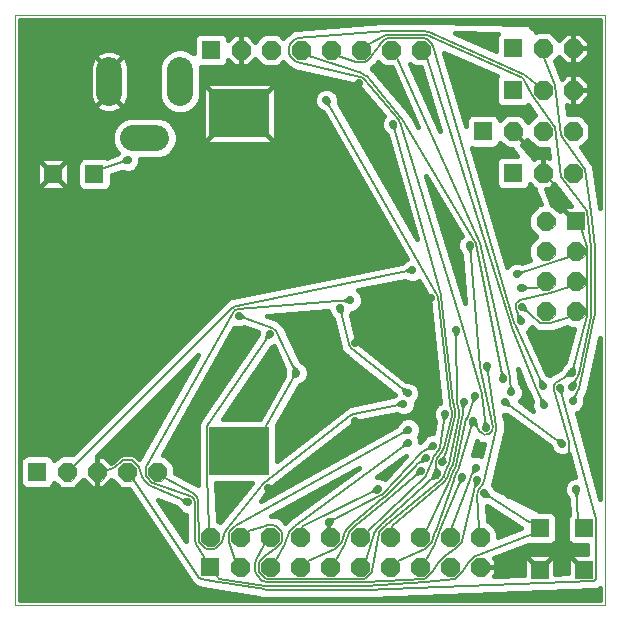
<source format=gbl>
G04 This is an RS-274x file exported by *
G04 gerbv version 2.6.1 *
G04 More information is available about gerbv at *
G04 http://gerbv.geda-project.org/ *
G04 --End of header info--*
%MOIN*%
%FSLAX34Y34*%
%IPPOS*%
G04 --Define apertures--*
%AMMACRO10*
21,1,0.060000,0.060000,0.000000,0.000000,0.000000*
%
%ADD10MACRO10*%
%AMMACRO11*
21,1,0.196850,0.157480,0.000000,0.000000,0.000000*
%
%ADD11MACRO11*%
%AMMACRO12*
21,1,0.059055,0.059055,0.000000,0.000000,0.000000*
%
%ADD12MACRO12*%
%ADD13C,0.0000*%
%ADD14C,0.0060*%
%ADD15C,0.0000*%
%ADD16C,0.0157*%
%ADD17C,0.0150*%
%ADD18C,0.0118*%
%ADD19C,0.0276*%
%ADD20C,0.0860*%
G04 --Start main section--*
G36*
G01X0012789Y0016272D02*
G01X0012768Y0016293D01*
G01X0012705Y0016445D01*
G01X0012705Y0016610D01*
G01X0012768Y0016762D01*
G01X0012801Y0016795D01*
G01X0011964Y0017789D01*
G01X0011902Y0017851D01*
G01X0009811Y0018315D01*
G01X0009769Y0018325D01*
G01X0009692Y0018367D01*
G01X0009662Y0018398D01*
G01X0009652Y0018408D01*
G01X0009609Y0018450D01*
G01X0009454Y0018605D01*
G01X0009359Y0018509D01*
G01X0009320Y0018470D01*
G01X0009219Y0018428D01*
G01X0009164Y0018428D01*
G01X0008915Y0018428D01*
G01X0008861Y0018428D01*
G01X0008759Y0018470D01*
G01X0008720Y0018509D01*
G01X0008544Y0018685D01*
G01X0008506Y0018723D01*
G01X0008501Y0018718D01*
G01X0008325Y0018542D01*
G01X0008293Y0018510D01*
G01X0008209Y0018475D01*
G01X0008164Y0018475D01*
G01X0007915Y0018475D01*
G01X0007870Y0018475D01*
G01X0007786Y0018510D01*
G01X0007753Y0018542D01*
G01X0007615Y0018681D01*
G01X0007615Y0018649D01*
G01X0007573Y0018548D01*
G01X0007496Y0018470D01*
G01X0007394Y0018428D01*
G01X0007339Y0018428D01*
G01X0006739Y0018428D01*
G01X0006717Y0018428D01*
G01X0006717Y0017474D01*
G01X0006669Y0017295D01*
G01X0006576Y0017134D01*
G01X0006445Y0017002D01*
G01X0006284Y0016909D01*
G01X0006105Y0016861D01*
G01X0005919Y0016861D01*
G01X0005739Y0016909D01*
G01X0005579Y0017002D01*
G01X0005447Y0017134D01*
G01X0005354Y0017295D01*
G01X0005306Y0017474D01*
G01X0005306Y0018447D01*
G01X0005354Y0018627D01*
G01X0005447Y0018788D01*
G01X0005579Y0018919D01*
G01X0005739Y0019012D01*
G01X0005919Y0019060D01*
G01X0006105Y0019060D01*
G01X0006284Y0019012D01*
G01X0006445Y0018919D01*
G01X0006464Y0018900D01*
G01X0006464Y0019249D01*
G01X0006464Y0019304D01*
G01X0006464Y0019359D01*
G01X0006506Y0019460D01*
G01X0006583Y0019538D01*
G01X0006685Y0019580D01*
G01X0006739Y0019580D01*
G01X0006794Y0019580D01*
G01X0007339Y0019580D01*
G01X0007394Y0019580D01*
G01X0007495Y0019538D01*
G01X0007573Y0019460D01*
G01X0007615Y0019359D01*
G01X0007615Y0019327D01*
G01X0007753Y0019466D01*
G01X0007785Y0019498D01*
G01X0007869Y0019533D01*
G01X0007915Y0019533D01*
G01X0008164Y0019533D01*
G01X0008209Y0019533D01*
G01X0008293Y0019498D01*
G01X0008325Y0019466D01*
G01X0008501Y0019290D01*
G01X0008506Y0019285D01*
G01X0008545Y0019323D01*
G01X0008583Y0019362D01*
G01X0008720Y0019499D01*
G01X0008759Y0019537D01*
G01X0008860Y0019579D01*
G01X0008915Y0019580D01*
G01X0009164Y0019580D01*
G01X0009218Y0019580D01*
G01X0009320Y0019538D01*
G01X0009359Y0019499D01*
G01X0009454Y0019403D01*
G01X0009476Y0019425D01*
G01X0009486Y0019434D01*
G01X0009662Y0019610D01*
G01X0009700Y0019649D01*
G01X0009705Y0019653D01*
G01X0009755Y0019674D01*
G01X0009798Y0019694D01*
G01X0009805Y0019695D01*
G01X0009817Y0019700D01*
G01X0009865Y0019700D01*
G01X0012753Y0019939D01*
G01X0012759Y0019940D01*
G01X0012772Y0019940D01*
G01X0012778Y0019940D01*
G01X0012991Y0019940D01*
G01X0013052Y0019940D01*
G01X0014301Y0019940D01*
G01X0014307Y0019940D01*
G01X0014361Y0019940D01*
G01X0014364Y0019939D01*
G01X0017504Y0019875D01*
G01X0017563Y0019874D01*
G01X0017671Y0019828D01*
G01X0017714Y0019786D01*
G01X0017837Y0019662D01*
G01X0017870Y0019629D01*
G01X0017878Y0019613D01*
G01X0017931Y0019635D01*
G01X0017986Y0019635D01*
G01X0018234Y0019635D01*
G01X0018289Y0019635D01*
G01X0018390Y0019593D01*
G01X0018429Y0019554D01*
G01X0018605Y0019378D01*
G01X0018643Y0019340D01*
G01X0018649Y0019345D01*
G01X0018681Y0019377D01*
G01X0018824Y0019521D01*
G01X0018856Y0019553D01*
G01X0018940Y0019588D01*
G01X0018986Y0019588D01*
G01X0019234Y0019588D01*
G01X0019280Y0019588D01*
G01X0019364Y0019553D01*
G01X0019396Y0019521D01*
G01X0019572Y0019345D01*
G01X0019604Y0019313D01*
G01X0019639Y0019229D01*
G01X0019639Y0019183D01*
G01X0019639Y0018935D01*
G01X0019639Y0018889D01*
G01X0019604Y0018805D01*
G01X0019572Y0018773D01*
G01X0019396Y0018597D01*
G01X0019364Y0018565D01*
G01X0019280Y0018530D01*
G01X0019234Y0018530D01*
G01X0018986Y0018530D01*
G01X0018941Y0018530D01*
G01X0018857Y0018565D01*
G01X0018824Y0018597D01*
G01X0018649Y0018773D01*
G01X0018643Y0018778D01*
G01X0018605Y0018740D01*
G01X0018506Y0018641D01*
G01X0018738Y0018057D01*
G01X0018820Y0018139D01*
G01X0018852Y0018171D01*
G01X0018936Y0018206D01*
G01X0018982Y0018206D01*
G01X0019231Y0018206D01*
G01X0019276Y0018206D01*
G01X0019360Y0018171D01*
G01X0019392Y0018139D01*
G01X0019568Y0017963D01*
G01X0019600Y0017931D01*
G01X0019635Y0017847D01*
G01X0019635Y0017801D01*
G01X0019635Y0017553D01*
G01X0019635Y0017508D01*
G01X0019600Y0017424D01*
G01X0019568Y0017391D01*
G01X0019392Y0017215D01*
G01X0019360Y0017183D01*
G01X0019276Y0017148D01*
G01X0019231Y0017148D01*
G01X0018982Y0017148D01*
G01X0018937Y0017148D01*
G01X0018893Y0017166D01*
G01X0018931Y0016875D01*
G01X0018986Y0016875D01*
G01X0019234Y0016875D01*
G01X0019289Y0016875D01*
G01X0019390Y0016833D01*
G01X0019429Y0016794D01*
G01X0019605Y0016618D01*
G01X0019644Y0016580D01*
G01X0019686Y0016479D01*
G01X0019686Y0016423D01*
G01X0019686Y0016175D01*
G01X0019686Y0016120D01*
G01X0019644Y0016019D01*
G01X0019605Y0015980D01*
G01X0019429Y0015804D01*
G01X0019391Y0015766D01*
G01X0019375Y0015759D01*
G01X0019743Y0015255D01*
G01X0019765Y0015226D01*
G01X0019793Y0015157D01*
G01X0019799Y0015121D01*
G01X0020006Y0013749D01*
G01X0020006Y0020006D01*
G01X0000679Y0020006D01*
G01X0000679Y0000679D01*
G01X0020006Y0000679D01*
G01X0020006Y0001060D01*
G01X0019988Y0001042D01*
G01X0019882Y0000996D01*
G01X0019824Y0000994D01*
G01X0012346Y0000715D01*
G01X0012335Y0000715D01*
G01X0012022Y0000715D01*
G01X0011961Y0000715D01*
G01X0008713Y0000715D01*
G01X0008700Y0000715D01*
G01X0008652Y0000715D01*
G01X0008629Y0000725D01*
G01X0007187Y0000960D01*
G01X0007171Y0000963D01*
G01X0006621Y0001083D01*
G01X0006578Y0001092D01*
G01X0006501Y0001134D01*
G01X0006470Y0001165D01*
G01X0006417Y0001218D01*
G01X0006407Y0001229D01*
G01X0006387Y0001252D01*
G01X0006379Y0001265D01*
G01X0004311Y0004377D01*
G01X0004132Y0004377D01*
G01X0004077Y0004377D01*
G01X0003976Y0004419D01*
G01X0003937Y0004458D01*
G01X0003800Y0004595D01*
G01X0003761Y0004634D01*
G01X0003723Y0004672D01*
G01X0003718Y0004667D01*
G01X0003542Y0004491D01*
G01X0003510Y0004459D01*
G01X0003426Y0004424D01*
G01X0003380Y0004424D01*
G01X0003132Y0004424D01*
G01X0003086Y0004424D01*
G01X0003002Y0004459D01*
G01X0002970Y0004491D01*
G01X0002826Y0004635D01*
G01X0002794Y0004667D01*
G01X0002789Y0004672D01*
G01X0002751Y0004634D01*
G01X0002575Y0004458D01*
G01X0002536Y0004419D01*
G01X0002435Y0004377D01*
G01X0002380Y0004377D01*
G01X0002132Y0004377D01*
G01X0002077Y0004377D01*
G01X0001976Y0004419D01*
G01X0001937Y0004458D01*
G01X0001821Y0004573D01*
G01X0001790Y0004497D01*
G01X0001712Y0004419D01*
G01X0001611Y0004377D01*
G01X0001556Y0004377D01*
G01X0001011Y0004377D01*
G01X0000956Y0004377D01*
G01X0000901Y0004377D01*
G01X0000800Y0004419D01*
G01X0000722Y0004497D01*
G01X0000680Y0004598D01*
G01X0000680Y0004653D01*
G01X0000680Y0004708D01*
G01X0000680Y0005253D01*
G01X0000680Y0005307D01*
G01X0000722Y0005409D01*
G01X0000800Y0005486D01*
G01X0000901Y0005528D01*
G01X0000956Y0005528D01*
G01X0001556Y0005528D01*
G01X0001610Y0005528D01*
G01X0001712Y0005487D01*
G01X0001789Y0005409D01*
G01X0001821Y0005332D01*
G01X0001937Y0005448D01*
G01X0001975Y0005486D01*
G01X0002077Y0005528D01*
G01X0002132Y0005528D01*
G01X0002380Y0005528D01*
G01X0002431Y0005528D01*
G01X0007608Y0010706D01*
G01X0007640Y0010738D01*
G01X0007720Y0010781D01*
G01X0007765Y0010790D01*
G01X0013396Y0011911D01*
G01X0013459Y0011969D01*
G01X0013510Y0012020D01*
G01X0013560Y0012041D01*
G01X0010766Y0016931D01*
G01X0010705Y0016966D01*
G01X0010652Y0016988D01*
G01X0010634Y0017006D01*
G01X0010630Y0017008D01*
G01X0010625Y0017015D01*
G01X0010535Y0017104D01*
G01X0010472Y0017256D01*
G01X0010472Y0017421D01*
G01X0010535Y0017573D01*
G01X0010652Y0017689D01*
G01X0010804Y0017752D01*
G01X0010968Y0017752D01*
G01X0011120Y0017689D01*
G01X0011236Y0017573D01*
G01X0011299Y0017421D01*
G01X0011299Y0017394D01*
G01X0011300Y0017391D01*
G01X0011299Y0017334D01*
G01X0011299Y0017256D01*
G01X0011298Y0017252D01*
G01X0011297Y0017235D01*
G01X0013891Y0012694D01*
G01X0012905Y0016161D01*
G01X0012890Y0016175D01*
G01X0012884Y0016177D01*
G01X0012830Y0016231D01*
G01X0012791Y0016268D01*
G01X0012789Y0016272D01*
G01X0012789Y0016272D01*
G37*
%LPC*%
G36*
G01X0004138Y0014935D02*
G01X0004080Y0014948D01*
G01X0003728Y0014832D01*
G01X0003728Y0014575D01*
G01X0003728Y0014520D01*
G01X0003687Y0014419D01*
G01X0003609Y0014341D01*
G01X0003508Y0014299D01*
G01X0003453Y0014299D01*
G01X0002862Y0014299D01*
G01X0002808Y0014299D01*
G01X0002706Y0014341D01*
G01X0002629Y0014419D01*
G01X0002587Y0014520D01*
G01X0002587Y0014575D01*
G01X0002587Y0015111D01*
G01X0002587Y0015165D01*
G01X0002587Y0015220D01*
G01X0002629Y0015321D01*
G01X0002706Y0015399D01*
G01X0002807Y0015441D01*
G01X0002862Y0015441D01*
G01X0002917Y0015441D01*
G01X0003453Y0015441D01*
G01X0003507Y0015441D01*
G01X0003559Y0015420D01*
G01X0003888Y0015529D01*
G01X0003907Y0015551D01*
G01X0003913Y0015565D01*
G01X0003929Y0015581D01*
G01X0003872Y0015638D01*
G01X0003779Y0015799D01*
G01X0003731Y0015978D01*
G01X0003731Y0016164D01*
G01X0003779Y0016343D01*
G01X0003872Y0016504D01*
G01X0004004Y0016635D01*
G01X0004165Y0016728D01*
G01X0004344Y0016776D01*
G01X0005317Y0016776D01*
G01X0005497Y0016728D01*
G01X0005658Y0016635D01*
G01X0005789Y0016504D01*
G01X0005882Y0016343D01*
G01X0005930Y0016164D01*
G01X0005930Y0015978D01*
G01X0005882Y0015799D01*
G01X0005789Y0015638D01*
G01X0005658Y0015506D01*
G01X0005497Y0015413D01*
G01X0005317Y0015365D01*
G01X0004677Y0015365D01*
G01X0004677Y0015248D01*
G01X0004614Y0015097D01*
G01X0004498Y0014980D01*
G01X0004346Y0014917D01*
G01X0004251Y0014917D01*
G01X0004233Y0014914D01*
G01X0004218Y0014917D01*
G01X0004182Y0014917D01*
G01X0004138Y0014935D01*
G37*
G36*
G01X0001484Y0015394D02*
G01X0001530Y0015394D01*
G01X0002075Y0015394D01*
G01X0002120Y0015394D01*
G01X0002204Y0015359D01*
G01X0002269Y0015295D01*
G01X0002304Y0015211D01*
G01X0002304Y0015165D01*
G01X0002304Y0014575D01*
G01X0002304Y0014529D01*
G01X0002269Y0014445D01*
G01X0002205Y0014381D01*
G01X0002121Y0014346D01*
G01X0002075Y0014346D01*
G01X0001484Y0014346D01*
G01X0001439Y0014346D01*
G01X0001355Y0014381D01*
G01X0001290Y0014445D01*
G01X0001256Y0014529D01*
G01X0001256Y0014575D01*
G01X0001256Y0015120D01*
G01X0001256Y0015165D01*
G01X0001256Y0015211D01*
G01X0001290Y0015295D01*
G01X0001355Y0015359D01*
G01X0001439Y0015394D01*
G01X0001484Y0015394D01*
G37*
G36*
G01X0006767Y0017686D02*
G01X0006767Y0017731D01*
G01X0006802Y0017815D01*
G01X0006866Y0017880D01*
G01X0006950Y0017915D01*
G01X0006996Y0017915D01*
G01X0008965Y0017915D01*
G01X0009010Y0017915D01*
G01X0009094Y0017880D01*
G01X0009158Y0017816D01*
G01X0009193Y0017732D01*
G01X0009193Y0017686D01*
G01X0009193Y0016111D01*
G01X0009193Y0016066D01*
G01X0009159Y0015982D01*
G01X0009094Y0015917D01*
G01X0009010Y0015883D01*
G01X0008965Y0015882D01*
G01X0007042Y0015882D01*
G01X0006996Y0015882D01*
G01X0006951Y0015882D01*
G01X0006866Y0015917D01*
G01X0006802Y0015982D01*
G01X0006767Y0016066D01*
G01X0006767Y0016111D01*
G01X0006767Y0016157D01*
G01X0006767Y0017686D01*
G37*
G36*
G01X0004308Y0017436D02*
G01X0004208Y0017194D01*
G01X0004023Y0017008D01*
G01X0003781Y0016908D01*
G01X0003519Y0016908D01*
G01X0003276Y0017008D01*
G01X0003091Y0017194D01*
G01X0002991Y0017436D01*
G01X0002991Y0018485D01*
G01X0003091Y0018727D01*
G01X0003276Y0018913D01*
G01X0003519Y0019013D01*
G01X0003781Y0019013D01*
G01X0004023Y0018913D01*
G01X0004208Y0018727D01*
G01X0004308Y0018485D01*
G01X0004308Y0017436D01*
G37*
%LPD*%
G36*
G01X0013309Y0006838D02*
G01X0013229Y0006867D01*
G01X0011887Y0006596D01*
G01X0009057Y0004400D01*
G01X0008949Y0004292D01*
G01X0008695Y0003974D01*
G01X0013209Y0006479D01*
G01X0013243Y0006538D01*
G01X0013264Y0006589D01*
G01X0013283Y0006608D01*
G01X0013287Y0006614D01*
G01X0013297Y0006622D01*
G01X0013380Y0006705D01*
G01X0013532Y0006768D01*
G01X0013696Y0006768D01*
G01X0013848Y0006705D01*
G01X0013965Y0006589D01*
G01X0014028Y0006437D01*
G01X0014028Y0006272D01*
G01X0013965Y0006122D01*
G01X0014016Y0006000D01*
G01X0014016Y0005938D01*
G01X0014056Y0005958D01*
G01X0014088Y0006010D01*
G01X0014106Y0006053D01*
G01X0014132Y0006079D01*
G01X0014139Y0006091D01*
G01X0014155Y0006102D01*
G01X0014223Y0006169D01*
G01X0014374Y0006232D01*
G01X0014446Y0006232D01*
G01X0014500Y0006628D01*
G01X0014494Y0006642D01*
G01X0014492Y0006644D01*
G01X0014462Y0006717D01*
G01X0014439Y0006771D01*
G01X0014439Y0006773D01*
G01X0014429Y0006796D01*
G01X0014429Y0006960D01*
G01X0014492Y0007112D01*
G01X0014608Y0007228D01*
G01X0014675Y0007256D01*
G01X0014309Y0010731D01*
G01X0013974Y0011317D01*
G01X0013826Y0011256D01*
G01X0013662Y0011256D01*
G01X0013596Y0011283D01*
G01X0013515Y0011312D01*
G01X0011937Y0010998D01*
G01X0012032Y0010903D01*
G01X0012094Y0010752D01*
G01X0012094Y0010587D01*
G01X0012032Y0010435D01*
G01X0011915Y0010319D01*
G01X0011763Y0010256D01*
G01X0011731Y0010256D01*
G01X0011706Y0010179D01*
G01X0011905Y0009315D01*
G01X0011964Y0009256D01*
G01X0013552Y0007985D01*
G01X0013619Y0007976D01*
G01X0013673Y0007976D01*
G01X0013700Y0007965D01*
G01X0013707Y0007964D01*
G01X0013719Y0007957D01*
G01X0013825Y0007913D01*
G01X0013942Y0007796D01*
G01X0014004Y0007644D01*
G01X0014004Y0007480D01*
G01X0013942Y0007328D01*
G01X0013870Y0007257D01*
G01X0013870Y0007142D01*
G01X0013807Y0006990D01*
G01X0013691Y0006874D01*
G01X0013539Y0006811D01*
G01X0013374Y0006811D01*
G01X0013309Y0006838D01*
G01X0013309Y0006838D01*
G37*
G36*
G01X0010164Y0008549D02*
G01X0010175Y0008532D01*
G01X0010232Y0008474D01*
G01X0010295Y0008322D01*
G01X0010295Y0008158D01*
G01X0010232Y0008006D01*
G01X0010143Y0007917D01*
G01X0010138Y0007910D01*
G01X0010134Y0007908D01*
G01X0010116Y0007890D01*
G01X0010063Y0007868D01*
G01X0010002Y0007833D01*
G01X0009239Y0006495D01*
G01X0009240Y0006491D01*
G01X0009240Y0006436D01*
G01X0009240Y0005316D01*
G01X0011569Y0007123D01*
G01X0011597Y0007145D01*
G01X0011661Y0007174D01*
G01X0011696Y0007181D01*
G01X0013108Y0007466D01*
G01X0013161Y0007515D01*
G01X0011569Y0008789D01*
G01X0011562Y0008795D01*
G01X0011550Y0008806D01*
G01X0011544Y0008812D01*
G01X0011410Y0008945D01*
G01X0011380Y0008976D01*
G01X0011338Y0009051D01*
G01X0011329Y0009093D01*
G01X0011111Y0010042D01*
G01X0011047Y0010109D01*
G01X0010992Y0010163D01*
G01X0010934Y0010304D01*
G01X0008920Y0010145D01*
G01X0009195Y0010053D01*
G01X0009229Y0010042D01*
G01X0009289Y0010005D01*
G01X0009314Y0009980D01*
G01X0009448Y0009846D01*
G01X0009467Y0009827D01*
G01X0009497Y0009784D01*
G01X0009509Y0009759D01*
G01X0010034Y0008636D01*
G01X0010079Y0008606D01*
G01X0010116Y0008591D01*
G01X0010146Y0008561D01*
G01X0010164Y0008549D01*
G01X0010164Y0008549D01*
G37*
G36*
G01X0017002Y0004150D02*
G01X0017873Y0003723D01*
G01X0017896Y0003712D01*
G01X0017936Y0003682D01*
G01X0017954Y0003665D01*
G01X0017985Y0003634D01*
G01X0018291Y0003634D01*
G01X0018346Y0003634D01*
G01X0018447Y0003592D01*
G01X0018525Y0003515D01*
G01X0018567Y0003413D01*
G01X0018567Y0003358D01*
G01X0018567Y0002768D01*
G01X0018567Y0002713D01*
G01X0018525Y0002612D01*
G01X0018448Y0002534D01*
G01X0018346Y0002492D01*
G01X0018291Y0002492D01*
G01X0017756Y0002492D01*
G01X0017701Y0002492D01*
G01X0017646Y0002492D01*
G01X0017607Y0002508D01*
G01X0016473Y0002070D01*
G01X0016485Y0002058D01*
G01X0016517Y0002026D01*
G01X0016552Y0001942D01*
G01X0016552Y0001896D01*
G01X0016552Y0001647D01*
G01X0016552Y0001602D01*
G01X0016518Y0001518D01*
G01X0016485Y0001486D01*
G01X0016481Y0001481D01*
G01X0017472Y0001518D01*
G01X0017472Y0001980D01*
G01X0017472Y0002026D01*
G01X0017507Y0002110D01*
G01X0017571Y0002174D01*
G01X0017655Y0002209D01*
G01X0017701Y0002209D01*
G01X0018291Y0002209D01*
G01X0018337Y0002209D01*
G01X0018421Y0002174D01*
G01X0018485Y0002110D01*
G01X0018520Y0002026D01*
G01X0018520Y0001980D01*
G01X0018520Y0001557D01*
G01X0018956Y0001573D01*
G01X0018956Y0001980D01*
G01X0018956Y0002026D01*
G01X0018991Y0002110D01*
G01X0019055Y0002174D01*
G01X0019139Y0002209D01*
G01X0019185Y0002209D01*
G01X0019560Y0002209D01*
G01X0019560Y0002492D01*
G01X0019240Y0002492D01*
G01X0019185Y0002492D01*
G01X0019130Y0002492D01*
G01X0019029Y0002534D01*
G01X0018951Y0002612D01*
G01X0018909Y0002713D01*
G01X0018909Y0002768D01*
G01X0018909Y0002823D01*
G01X0018909Y0003358D01*
G01X0018909Y0003413D01*
G01X0018951Y0003514D01*
G01X0018959Y0003522D01*
G01X0018926Y0004054D01*
G01X0018893Y0004101D01*
G01X0018862Y0004132D01*
G01X0018847Y0004168D01*
G01X0018837Y0004182D01*
G01X0018833Y0004202D01*
G01X0018799Y0004284D01*
G01X0018799Y0004448D01*
G01X0018862Y0004600D01*
G01X0018978Y0004717D01*
G01X0019130Y0004780D01*
G01X0019173Y0004780D01*
G01X0018969Y0005528D01*
G01X0018834Y0005472D01*
G01X0018670Y0005472D01*
G01X0018518Y0005535D01*
G01X0018402Y0005652D01*
G01X0018371Y0005726D01*
G01X0018334Y0005811D01*
G01X0016905Y0006848D01*
G01X0016828Y0006854D01*
G01X0016816Y0006854D01*
G01X0016858Y0006605D01*
G01X0016860Y0006592D01*
G01X0016862Y0006566D01*
G01X0016862Y0006554D01*
G01X0016862Y0006265D01*
G01X0016862Y0006247D01*
G01X0016858Y0006210D01*
G01X0016854Y0006193D01*
G01X0016446Y0004522D01*
G01X0016445Y0004518D01*
G01X0016447Y0004515D01*
G01X0016464Y0004504D01*
G01X0016473Y0004490D01*
G01X0016500Y0004463D01*
G01X0016517Y0004421D01*
G01X0016548Y0004373D01*
G01X0016909Y0004196D01*
G01X0016909Y0004176D01*
G01X0016944Y0004142D01*
G01X0016993Y0004142D01*
G01X0017002Y0004150D01*
G01X0017002Y0004150D01*
G37*
G36*
G01X0007998Y0009725D02*
G01X0007979Y0009728D01*
G01X0007886Y0009728D01*
G01X0007821Y0009755D01*
G01X0005446Y0005524D01*
G01X0005536Y0005487D01*
G01X0005575Y0005448D01*
G01X0005751Y0005272D01*
G01X0005789Y0005233D01*
G01X0005831Y0005132D01*
G01X0005831Y0005077D01*
G01X0005831Y0004922D01*
G01X0006555Y0004554D01*
G01X0006576Y0004543D01*
G01X0006615Y0004514D01*
G01X0006603Y0004756D01*
G01X0006600Y0004763D01*
G01X0006600Y0004824D01*
G01X0006600Y0004899D01*
G01X0006600Y0004959D01*
G01X0006600Y0006473D01*
G01X0006600Y0006520D01*
G01X0006628Y0006608D01*
G01X0006654Y0006646D01*
G01X0008585Y0009465D01*
G01X0008591Y0009548D01*
G01X0008591Y0009611D01*
G01X0008151Y0009759D01*
G01X0008093Y0009746D01*
G01X0008051Y0009728D01*
G01X0008013Y0009728D01*
G01X0007998Y0009725D01*
G01X0007998Y0009725D01*
G37*
G36*
G01X0006606Y0008840D02*
G01X0003248Y0005481D01*
G01X0003380Y0005481D01*
G01X0003425Y0005482D01*
G01X0003510Y0005447D01*
G01X0003542Y0005414D01*
G01X0003718Y0005239D01*
G01X0003723Y0005234D01*
G01X0003761Y0005272D01*
G01X0003937Y0005448D01*
G01X0003975Y0005486D01*
G01X0004077Y0005528D01*
G01X0004132Y0005528D01*
G01X0004380Y0005528D01*
G01X0004435Y0005528D01*
G01X0004536Y0005487D01*
G01X0004575Y0005448D01*
G01X0004657Y0005366D01*
G01X0006606Y0008840D01*
G01X0006606Y0008840D01*
G37*
G36*
G01X0017267Y0011956D02*
G01X0017280Y0011953D01*
G01X0017315Y0011953D01*
G01X0017359Y0011934D01*
G01X0017419Y0011920D01*
G01X0017672Y0012002D01*
G01X0017663Y0012011D01*
G01X0017621Y0012112D01*
G01X0017621Y0012167D01*
G01X0017621Y0012416D01*
G01X0017621Y0012470D01*
G01X0017663Y0012571D01*
G01X0017702Y0012610D01*
G01X0017839Y0012747D01*
G01X0017878Y0012786D01*
G01X0017883Y0012791D01*
G01X0017878Y0012796D01*
G01X0017702Y0012972D01*
G01X0017663Y0013011D01*
G01X0017621Y0013112D01*
G01X0017621Y0013167D01*
G01X0017621Y0013416D01*
G01X0017621Y0013470D01*
G01X0017663Y0013571D01*
G01X0017702Y0013610D01*
G01X0017839Y0013747D01*
G01X0017878Y0013786D01*
G01X0017916Y0013825D01*
G01X0018018Y0013867D01*
G01X0018032Y0013867D01*
G01X0017873Y0014248D01*
G01X0017838Y0014330D01*
G01X0017843Y0014373D01*
G01X0017826Y0014380D01*
G01X0017787Y0014419D01*
G01X0017672Y0014534D01*
G01X0017640Y0014457D01*
G01X0017563Y0014380D01*
G01X0017461Y0014338D01*
G01X0017406Y0014338D01*
G01X0016806Y0014338D01*
G01X0016752Y0014338D01*
G01X0016650Y0014380D01*
G01X0016573Y0014457D01*
G01X0016531Y0014558D01*
G01X0016531Y0014613D01*
G01X0016531Y0015159D01*
G01X0016531Y0015213D01*
G01X0016531Y0015268D01*
G01X0016573Y0015369D01*
G01X0016650Y0015447D01*
G01X0016751Y0015489D01*
G01X0016806Y0015489D01*
G01X0016861Y0015489D01*
G01X0017241Y0015489D01*
G01X0017137Y0015604D01*
G01X0017091Y0015654D01*
G01X0017066Y0015724D01*
G01X0016986Y0015724D01*
G01X0016931Y0015724D01*
G01X0016830Y0015765D01*
G01X0016791Y0015804D01*
G01X0016676Y0015920D01*
G01X0016644Y0015843D01*
G01X0016567Y0015766D01*
G01X0016465Y0015724D01*
G01X0016410Y0015724D01*
G01X0015810Y0015724D01*
G01X0015756Y0015724D01*
G01X0015751Y0015725D01*
G01X0016899Y0011790D01*
G01X0016998Y0011890D01*
G01X0017150Y0011953D01*
G01X0017249Y0011953D01*
G01X0017267Y0011956D01*
G01X0017267Y0011956D01*
G37*
G36*
G01X0015535Y0016468D02*
G01X0015535Y0016544D01*
G01X0015535Y0016599D01*
G01X0015535Y0016654D01*
G01X0015577Y0016755D01*
G01X0015654Y0016833D01*
G01X0015755Y0016875D01*
G01X0015810Y0016875D01*
G01X0015865Y0016875D01*
G01X0016410Y0016875D01*
G01X0016465Y0016875D01*
G01X0016566Y0016833D01*
G01X0016644Y0016756D01*
G01X0016676Y0016679D01*
G01X0016791Y0016794D01*
G01X0016830Y0016833D01*
G01X0016931Y0016875D01*
G01X0016986Y0016875D01*
G01X0017234Y0016875D01*
G01X0017289Y0016875D01*
G01X0017390Y0016833D01*
G01X0017429Y0016794D01*
G01X0017605Y0016618D01*
G01X0017610Y0016613D01*
G01X0017615Y0016618D01*
G01X0017654Y0016657D01*
G01X0017791Y0016794D01*
G01X0017830Y0016833D01*
G01X0017840Y0016837D01*
G01X0017591Y0017172D01*
G01X0017563Y0017144D01*
G01X0017461Y0017102D01*
G01X0017406Y0017102D01*
G01X0016806Y0017102D01*
G01X0016752Y0017102D01*
G01X0016650Y0017143D01*
G01X0016573Y0017221D01*
G01X0016531Y0017322D01*
G01X0016531Y0017377D01*
G01X0016531Y0017922D01*
G01X0016531Y0017977D01*
G01X0016531Y0018032D01*
G01X0016570Y0018128D01*
G01X0014819Y0018921D01*
G01X0015535Y0016468D01*
G01X0015535Y0016468D01*
G37*
G36*
G01X0015290Y0012304D02*
G01X0015286Y0012322D01*
G01X0015248Y0012414D01*
G01X0015248Y0012578D01*
G01X0015311Y0012730D01*
G01X0015399Y0012818D01*
G01X0014224Y0014798D01*
G01X0015515Y0010575D01*
G01X0015381Y0012177D01*
G01X0015345Y0012228D01*
G01X0015311Y0012262D01*
G01X0015298Y0012294D01*
G01X0015290Y0012304D01*
G01X0015290Y0012304D01*
G37*
G36*
G01X0009524Y0003256D02*
G01X0009646Y0003378D01*
G01X0009654Y0003386D01*
G01X0009671Y0003401D01*
G01X0009681Y0003408D01*
G01X0011959Y0005086D01*
G01X0009042Y0003467D01*
G01X0009124Y0003467D01*
G01X0009185Y0003467D01*
G01X0009246Y0003468D01*
G01X0009358Y0003421D01*
G01X0009401Y0003378D01*
G01X0009454Y0003325D01*
G01X0009497Y0003282D01*
G01X0009524Y0003256D01*
G01X0009524Y0003256D01*
G37*
G36*
G01X0009464Y0008222D02*
G01X0009468Y0008257D01*
G01X0009467Y0008292D01*
G01X0009469Y0008295D01*
G01X0009469Y0008322D01*
G01X0009477Y0008342D01*
G01X0009480Y0008377D01*
G01X0009125Y0009136D01*
G01X0009090Y0009120D01*
G01X0007440Y0006712D01*
G01X0008659Y0006712D01*
G01X0009471Y0008136D01*
G01X0009470Y0008154D01*
G01X0009469Y0008158D01*
G01X0009469Y0008208D01*
G01X0009464Y0008222D01*
G01X0009464Y0008222D01*
G37*
G36*
G01X0019505Y0007246D02*
G01X0019504Y0007242D01*
G01X0019504Y0007213D01*
G01X0019441Y0007061D01*
G01X0019325Y0006945D01*
G01X0019228Y0006905D01*
G01X0020006Y0004046D01*
G01X0020006Y0009399D01*
G01X0019717Y0008042D01*
G01X0019715Y0008031D01*
G01X0019611Y0007618D01*
G01X0019606Y0007598D01*
G01X0019591Y0007561D01*
G01X0019581Y0007543D01*
G01X0019501Y0007402D01*
G01X0019502Y0007383D01*
G01X0019504Y0007378D01*
G01X0019504Y0007302D01*
G01X0019505Y0007246D01*
G01X0019505Y0007246D01*
G37*
G36*
G01X0012593Y0018573D02*
G01X0012417Y0018398D01*
G01X0012403Y0018384D01*
G01X0012525Y0018262D01*
G01X0012529Y0018257D01*
G01X0012538Y0018248D01*
G01X0012543Y0018243D01*
G01X0013700Y0016869D01*
G01X0013708Y0016859D01*
G01X0013723Y0016839D01*
G01X0013729Y0016828D01*
G01X0013954Y0016449D01*
G01X0013060Y0018428D01*
G01X0012915Y0018428D01*
G01X0012861Y0018428D01*
G01X0012759Y0018470D01*
G01X0012720Y0018509D01*
G01X0012624Y0018605D01*
G01X0012593Y0018573D01*
G01X0012593Y0018573D01*
G37*
G36*
G01X0018742Y0008509D02*
G01X0018745Y0008511D01*
G01X0018781Y0008545D01*
G01X0018836Y0008600D01*
G01X0018841Y0008602D01*
G01X0018854Y0008615D01*
G01X0019156Y0009716D01*
G01X0019073Y0009716D01*
G01X0019018Y0009716D01*
G01X0018917Y0009758D01*
G01X0018910Y0009764D01*
G01X0018465Y0009615D01*
G01X0018419Y0009596D01*
G01X0018383Y0009596D01*
G01X0018358Y0009596D01*
G01X0018284Y0009596D01*
G01X0018223Y0009596D01*
G01X0018035Y0009596D01*
G01X0017980Y0009596D01*
G01X0017875Y0009635D01*
G01X0017833Y0009672D01*
G01X0017728Y0009765D01*
G01X0017717Y0009738D01*
G01X0017600Y0009622D01*
G01X0017596Y0009620D01*
G01X0018251Y0008219D01*
G01X0018295Y0008189D01*
G01X0018333Y0008173D01*
G01X0018340Y0008166D01*
G01X0018371Y0008196D01*
G01X0018385Y0008211D01*
G01X0018419Y0008236D01*
G01X0018438Y0008247D01*
G01X0018664Y0008373D01*
G01X0018699Y0008433D01*
G01X0018720Y0008484D01*
G01X0018739Y0008503D01*
G01X0018741Y0008507D01*
G01X0018742Y0008508D01*
G01X0018742Y0008509D01*
G01X0018742Y0008509D01*
G37*
G36*
G01X0013672Y0018557D02*
G01X0014688Y0016308D01*
G01X0014031Y0018428D01*
G01X0013915Y0018428D01*
G01X0013861Y0018428D01*
G01X0013759Y0018470D01*
G01X0013720Y0018509D01*
G01X0013672Y0018557D01*
G01X0013672Y0018557D01*
G37*
G36*
G01X0007286Y0003313D02*
G01X0007304Y0003305D01*
G01X0007343Y0003267D01*
G01X0007346Y0003263D01*
G01X0008401Y0004586D01*
G01X0007223Y0004586D01*
G01X0007286Y0003313D01*
G01X0007286Y0003313D01*
G37*
G36*
G01X0005976Y0003638D02*
G01X0005958Y0003663D01*
G01X0005921Y0003699D01*
G01X0005909Y0003728D01*
G01X0005883Y0003764D01*
G01X0005289Y0004010D01*
G01X0006207Y0002628D01*
G01X0006199Y0003520D01*
G01X0006189Y0003520D01*
G01X0006037Y0003583D01*
G01X0005992Y0003629D01*
G01X0005976Y0003638D01*
G01X0005976Y0003638D01*
G37*
G36*
G01X0016282Y0003314D02*
G01X0016304Y0003305D01*
G01X0016343Y0003267D01*
G01X0016519Y0003091D01*
G01X0016557Y0003052D01*
G01X0016599Y0002951D01*
G01X0016599Y0002896D01*
G01X0016599Y0002774D01*
G01X0017390Y0003080D01*
G01X0016250Y0003803D01*
G01X0016282Y0003314D01*
G01X0016282Y0003314D01*
G37*
G36*
G01X0016535Y0018958D02*
G01X0016535Y0019304D01*
G01X0016535Y0019359D01*
G01X0016535Y0019414D01*
G01X0016577Y0019515D01*
G01X0016600Y0019539D01*
G01X0015188Y0019568D01*
G01X0016535Y0018958D01*
G01X0016535Y0018958D01*
G37*
G36*
G01X0018488Y0014547D02*
G01X0018392Y0014452D01*
G01X0018360Y0014420D01*
G01X0018276Y0014385D01*
G01X0018231Y0014385D01*
G01X0018200Y0014385D01*
G01X0018424Y0013847D01*
G01X0018477Y0013825D01*
G01X0018516Y0013786D01*
G01X0018668Y0013634D01*
G01X0018668Y0013637D01*
G01X0018703Y0013721D01*
G01X0018767Y0013785D01*
G01X0018851Y0013820D01*
G01X0018897Y0013820D01*
G01X0018942Y0013820D01*
G01X0019052Y0013820D01*
G01X0018488Y0014547D01*
G01X0018488Y0014547D01*
G37*
G36*
G01X0012568Y0004776D02*
G01X0012685Y0004776D01*
G01X0012827Y0004716D01*
G01X0013537Y0005490D01*
G01X0012568Y0004776D01*
G01X0012568Y0004776D01*
G37*
G36*
G01X0017717Y0007155D02*
G01X0017720Y0007196D01*
G01X0017720Y0007259D01*
G01X0017728Y0007278D01*
G01X0017731Y0007311D01*
G01X0017595Y0007597D01*
G01X0017587Y0007613D01*
G01X0017272Y0008389D01*
G01X0017314Y0008204D01*
G01X0017316Y0008192D01*
G01X0017320Y0008168D01*
G01X0017320Y0008156D01*
G01X0017335Y0007906D01*
G01X0017367Y0007859D01*
G01X0017398Y0007829D01*
G01X0017413Y0007792D01*
G01X0017423Y0007777D01*
G01X0017427Y0007757D01*
G01X0017461Y0007677D01*
G01X0017461Y0007512D01*
G01X0017398Y0007360D01*
G01X0017331Y0007294D01*
G01X0017770Y0006975D01*
G01X0017720Y0007095D01*
G01X0017720Y0007143D01*
G01X0017717Y0007155D01*
G01X0017717Y0007155D01*
G37*
G36*
G01X0018323Y0015422D02*
G01X0018285Y0015724D01*
G01X0018234Y0015724D01*
G01X0017986Y0015724D01*
G01X0017931Y0015724D01*
G01X0017830Y0015765D01*
G01X0017791Y0015804D01*
G01X0017615Y0015980D01*
G01X0017577Y0016018D01*
G01X0017572Y0016013D01*
G01X0017400Y0015841D01*
G01X0017739Y0015466D01*
G01X0017758Y0015445D01*
G01X0017788Y0015397D01*
G01X0017799Y0015371D01*
G01X0017804Y0015358D01*
G01X0017820Y0015375D01*
G01X0017852Y0015407D01*
G01X0017936Y0015442D01*
G01X0017982Y0015442D01*
G01X0018231Y0015442D01*
G01X0018276Y0015442D01*
G01X0018323Y0015422D01*
G01X0018323Y0015422D01*
G37*
G36*
G01X0013739Y0019128D02*
G01X0013915Y0019304D01*
G01X0014164Y0019304D01*
G01X0014339Y0019128D01*
G01X0014339Y0018880D01*
G01X0014164Y0018704D01*
G01X0013915Y0018704D01*
G01X0013739Y0018880D01*
G01X0013739Y0019128D01*
G37*
G36*
G01X0017806Y0015038D02*
G01X0017982Y0015213D01*
G01X0018231Y0015213D01*
G01X0018406Y0015038D01*
G01X0018406Y0014789D01*
G01X0018231Y0014613D01*
G01X0017982Y0014613D01*
G01X0017806Y0014789D01*
G01X0017806Y0015038D01*
G37*
G36*
G01X0018806Y0015038D02*
G01X0018982Y0015213D01*
G01X0019231Y0015213D01*
G01X0019406Y0015038D01*
G01X0019406Y0014789D01*
G01X0019231Y0014613D01*
G01X0018982Y0014613D01*
G01X0018806Y0014789D01*
G01X0018806Y0015038D01*
G37*
G36*
G01X0016810Y0016423D02*
G01X0016986Y0016599D01*
G01X0017234Y0016599D01*
G01X0017410Y0016423D01*
G01X0017410Y0016175D01*
G01X0017234Y0015999D01*
G01X0016986Y0015999D01*
G01X0016810Y0016175D01*
G01X0016810Y0016423D01*
G37*
G36*
G01X0017810Y0016423D02*
G01X0017986Y0016599D01*
G01X0018234Y0016599D01*
G01X0018410Y0016423D01*
G01X0018410Y0016175D01*
G01X0018234Y0015999D01*
G01X0017986Y0015999D01*
G01X0017810Y0016175D01*
G01X0017810Y0016423D01*
G37*
G36*
G01X0018810Y0016423D02*
G01X0018986Y0016599D01*
G01X0019234Y0016599D01*
G01X0019410Y0016423D01*
G01X0019410Y0016175D01*
G01X0019234Y0015999D01*
G01X0018986Y0015999D01*
G01X0018810Y0016175D01*
G01X0018810Y0016423D01*
G37*
G36*
G01X0018073Y0013591D02*
G01X0017897Y0013416D01*
G01X0017897Y0013167D01*
G01X0018073Y0012991D01*
G01X0018321Y0012991D01*
G01X0018497Y0013167D01*
G01X0018497Y0013416D01*
G01X0018321Y0013591D01*
G01X0018073Y0013591D01*
G37*
G36*
G01X0019073Y0012591D02*
G01X0018897Y0012416D01*
G01X0018897Y0012167D01*
G01X0019073Y0011991D01*
G01X0019321Y0011991D01*
G01X0019497Y0012167D01*
G01X0019497Y0012416D01*
G01X0019321Y0012591D01*
G01X0019073Y0012591D01*
G37*
G36*
G01X0018073Y0012591D02*
G01X0017897Y0012416D01*
G01X0017897Y0012167D01*
G01X0018073Y0011991D01*
G01X0018321Y0011991D01*
G01X0018497Y0012167D01*
G01X0018497Y0012416D01*
G01X0018321Y0012591D01*
G01X0018073Y0012591D01*
G37*
G36*
G01X0019073Y0011591D02*
G01X0018897Y0011416D01*
G01X0018897Y0011167D01*
G01X0019073Y0010991D01*
G01X0019321Y0010991D01*
G01X0019497Y0011167D01*
G01X0019497Y0011416D01*
G01X0019321Y0011591D01*
G01X0019073Y0011591D01*
G37*
G36*
G01X0018073Y0011591D02*
G01X0017897Y0011416D01*
G01X0017897Y0011167D01*
G01X0018073Y0010991D01*
G01X0018321Y0010991D01*
G01X0018497Y0011167D01*
G01X0018497Y0011416D01*
G01X0018321Y0011591D01*
G01X0018073Y0011591D01*
G37*
G36*
G01X0019073Y0010591D02*
G01X0018897Y0010416D01*
G01X0018897Y0010167D01*
G01X0019073Y0009991D01*
G01X0019321Y0009991D01*
G01X0019497Y0010167D01*
G01X0019497Y0010416D01*
G01X0019321Y0010591D01*
G01X0019073Y0010591D01*
G37*
G36*
G01X0018073Y0010591D02*
G01X0017897Y0010416D01*
G01X0017897Y0010167D01*
G01X0018073Y0009991D01*
G01X0018321Y0009991D01*
G01X0018497Y0010167D01*
G01X0018497Y0010416D01*
G01X0018321Y0010591D01*
G01X0018073Y0010591D01*
G37*
G36*
G01X0001956Y0004829D02*
G01X0002132Y0004653D01*
G01X0002380Y0004653D01*
G01X0002556Y0004829D01*
G01X0002556Y0005077D01*
G01X0002380Y0005253D01*
G01X0002132Y0005253D01*
G01X0001956Y0005077D01*
G01X0001956Y0004829D01*
G37*
G36*
G01X0002956Y0004829D02*
G01X0003132Y0004653D01*
G01X0003380Y0004653D01*
G01X0003556Y0004829D01*
G01X0003556Y0005077D01*
G01X0003380Y0005253D01*
G01X0003132Y0005253D01*
G01X0002956Y0005077D01*
G01X0002956Y0004829D01*
G37*
G36*
G01X0003956Y0004829D02*
G01X0004132Y0004653D01*
G01X0004380Y0004653D01*
G01X0004556Y0004829D01*
G01X0004556Y0005077D01*
G01X0004380Y0005253D01*
G01X0004132Y0005253D01*
G01X0003956Y0005077D01*
G01X0003956Y0004829D01*
G37*
G36*
G01X0004956Y0004829D02*
G01X0005132Y0004653D01*
G01X0005380Y0004653D01*
G01X0005556Y0004829D01*
G01X0005556Y0005077D01*
G01X0005380Y0005253D01*
G01X0005132Y0005253D01*
G01X0004956Y0005077D01*
G01X0004956Y0004829D01*
G37*
G36*
G01X0017806Y0017801D02*
G01X0017982Y0017977D01*
G01X0018231Y0017977D01*
G01X0018406Y0017801D01*
G01X0018406Y0017553D01*
G01X0018231Y0017377D01*
G01X0017982Y0017377D01*
G01X0017806Y0017553D01*
G01X0017806Y0017801D01*
G37*
G36*
G01X0018806Y0017801D02*
G01X0018982Y0017977D01*
G01X0019231Y0017977D01*
G01X0019406Y0017801D01*
G01X0019406Y0017553D01*
G01X0019231Y0017377D01*
G01X0018982Y0017377D01*
G01X0018806Y0017553D01*
G01X0018806Y0017801D01*
G37*
G36*
G01X0017810Y0019183D02*
G01X0017986Y0019359D01*
G01X0018234Y0019359D01*
G01X0018410Y0019183D01*
G01X0018410Y0018935D01*
G01X0018234Y0018759D01*
G01X0017986Y0018759D01*
G01X0017810Y0018935D01*
G01X0017810Y0019183D01*
G37*
G36*
G01X0018810Y0019183D02*
G01X0018986Y0019359D01*
G01X0019234Y0019359D01*
G01X0019410Y0019183D01*
G01X0019410Y0018935D01*
G01X0019234Y0018759D01*
G01X0018986Y0018759D01*
G01X0018810Y0018935D01*
G01X0018810Y0019183D01*
G37*
G36*
G01X0006724Y0002896D02*
G01X0006899Y0003072D01*
G01X0007148Y0003072D01*
G01X0007324Y0002896D01*
G01X0007324Y0002647D01*
G01X0007148Y0002472D01*
G01X0006899Y0002472D01*
G01X0006724Y0002647D01*
G01X0006724Y0002896D01*
G37*
G36*
G01X0007724Y0001896D02*
G01X0007899Y0002072D01*
G01X0008148Y0002072D01*
G01X0008324Y0001896D01*
G01X0008324Y0001647D01*
G01X0008148Y0001472D01*
G01X0007899Y0001472D01*
G01X0007724Y0001647D01*
G01X0007724Y0001896D01*
G37*
G36*
G01X0007724Y0002896D02*
G01X0007899Y0003072D01*
G01X0008148Y0003072D01*
G01X0008324Y0002896D01*
G01X0008324Y0002647D01*
G01X0008148Y0002472D01*
G01X0007899Y0002472D01*
G01X0007724Y0002647D01*
G01X0007724Y0002896D01*
G37*
G36*
G01X0008724Y0001896D02*
G01X0008899Y0002072D01*
G01X0009148Y0002072D01*
G01X0009324Y0001896D01*
G01X0009324Y0001647D01*
G01X0009148Y0001472D01*
G01X0008899Y0001472D01*
G01X0008724Y0001647D01*
G01X0008724Y0001896D01*
G37*
G36*
G01X0008724Y0002896D02*
G01X0008899Y0003072D01*
G01X0009148Y0003072D01*
G01X0009324Y0002896D01*
G01X0009324Y0002647D01*
G01X0009148Y0002472D01*
G01X0008899Y0002472D01*
G01X0008724Y0002647D01*
G01X0008724Y0002896D01*
G37*
G36*
G01X0009724Y0001896D02*
G01X0009899Y0002072D01*
G01X0010148Y0002072D01*
G01X0010324Y0001896D01*
G01X0010324Y0001647D01*
G01X0010148Y0001472D01*
G01X0009899Y0001472D01*
G01X0009724Y0001647D01*
G01X0009724Y0001896D01*
G37*
G36*
G01X0009724Y0002896D02*
G01X0009899Y0003072D01*
G01X0010148Y0003072D01*
G01X0010324Y0002896D01*
G01X0010324Y0002647D01*
G01X0010148Y0002472D01*
G01X0009899Y0002472D01*
G01X0009724Y0002647D01*
G01X0009724Y0002896D01*
G37*
G36*
G01X0010724Y0001896D02*
G01X0010899Y0002072D01*
G01X0011148Y0002072D01*
G01X0011324Y0001896D01*
G01X0011324Y0001647D01*
G01X0011148Y0001472D01*
G01X0010899Y0001472D01*
G01X0010724Y0001647D01*
G01X0010724Y0001896D01*
G37*
G36*
G01X0010724Y0002896D02*
G01X0010899Y0003072D01*
G01X0011148Y0003072D01*
G01X0011324Y0002896D01*
G01X0011324Y0002647D01*
G01X0011148Y0002472D01*
G01X0010899Y0002472D01*
G01X0010724Y0002647D01*
G01X0010724Y0002896D01*
G37*
G36*
G01X0011724Y0001896D02*
G01X0011899Y0002072D01*
G01X0012148Y0002072D01*
G01X0012324Y0001896D01*
G01X0012324Y0001647D01*
G01X0012148Y0001472D01*
G01X0011899Y0001472D01*
G01X0011724Y0001647D01*
G01X0011724Y0001896D01*
G37*
G36*
G01X0011724Y0002896D02*
G01X0011899Y0003072D01*
G01X0012148Y0003072D01*
G01X0012324Y0002896D01*
G01X0012324Y0002647D01*
G01X0012148Y0002472D01*
G01X0011899Y0002472D01*
G01X0011724Y0002647D01*
G01X0011724Y0002896D01*
G37*
G36*
G01X0012724Y0001896D02*
G01X0012899Y0002072D01*
G01X0013148Y0002072D01*
G01X0013324Y0001896D01*
G01X0013324Y0001647D01*
G01X0013148Y0001472D01*
G01X0012899Y0001472D01*
G01X0012724Y0001647D01*
G01X0012724Y0001896D01*
G37*
G36*
G01X0012724Y0002896D02*
G01X0012899Y0003072D01*
G01X0013148Y0003072D01*
G01X0013324Y0002896D01*
G01X0013324Y0002647D01*
G01X0013148Y0002472D01*
G01X0012899Y0002472D01*
G01X0012724Y0002647D01*
G01X0012724Y0002896D01*
G37*
G36*
G01X0013724Y0001896D02*
G01X0013899Y0002072D01*
G01X0014148Y0002072D01*
G01X0014324Y0001896D01*
G01X0014324Y0001647D01*
G01X0014148Y0001472D01*
G01X0013899Y0001472D01*
G01X0013724Y0001647D01*
G01X0013724Y0001896D01*
G37*
G36*
G01X0013724Y0002896D02*
G01X0013899Y0003072D01*
G01X0014148Y0003072D01*
G01X0014324Y0002896D01*
G01X0014324Y0002647D01*
G01X0014148Y0002472D01*
G01X0013899Y0002472D01*
G01X0013724Y0002647D01*
G01X0013724Y0002896D01*
G37*
G36*
G01X0014724Y0001896D02*
G01X0014899Y0002072D01*
G01X0015148Y0002072D01*
G01X0015324Y0001896D01*
G01X0015324Y0001647D01*
G01X0015148Y0001472D01*
G01X0014899Y0001472D01*
G01X0014724Y0001647D01*
G01X0014724Y0001896D01*
G37*
G36*
G01X0014724Y0002896D02*
G01X0014899Y0003072D01*
G01X0015148Y0003072D01*
G01X0015324Y0002896D01*
G01X0015324Y0002647D01*
G01X0015148Y0002472D01*
G01X0014899Y0002472D01*
G01X0014724Y0002647D01*
G01X0014724Y0002896D01*
G37*
G36*
G01X0015724Y0001896D02*
G01X0015899Y0002072D01*
G01X0016148Y0002072D01*
G01X0016324Y0001896D01*
G01X0016324Y0001647D01*
G01X0016148Y0001472D01*
G01X0015899Y0001472D01*
G01X0015724Y0001647D01*
G01X0015724Y0001896D01*
G37*
G36*
G01X0015724Y0002896D02*
G01X0015899Y0003072D01*
G01X0016148Y0003072D01*
G01X0016324Y0002896D01*
G01X0016324Y0002647D01*
G01X0016148Y0002472D01*
G01X0015899Y0002472D01*
G01X0015724Y0002647D01*
G01X0015724Y0002896D01*
G37*
G36*
G01X0007739Y0019128D02*
G01X0007915Y0019304D01*
G01X0008164Y0019304D01*
G01X0008339Y0019128D01*
G01X0008339Y0018880D01*
G01X0008164Y0018704D01*
G01X0007915Y0018704D01*
G01X0007739Y0018880D01*
G01X0007739Y0019128D01*
G37*
G36*
G01X0008739Y0019128D02*
G01X0008915Y0019304D01*
G01X0009164Y0019304D01*
G01X0009339Y0019128D01*
G01X0009339Y0018880D01*
G01X0009164Y0018704D01*
G01X0008915Y0018704D01*
G01X0008739Y0018880D01*
G01X0008739Y0019128D01*
G37*
G36*
G01X0009739Y0019128D02*
G01X0009915Y0019304D01*
G01X0010164Y0019304D01*
G01X0010339Y0019128D01*
G01X0010339Y0018880D01*
G01X0010164Y0018704D01*
G01X0009915Y0018704D01*
G01X0009739Y0018880D01*
G01X0009739Y0019128D01*
G37*
G36*
G01X0010739Y0019128D02*
G01X0010915Y0019304D01*
G01X0011164Y0019304D01*
G01X0011339Y0019128D01*
G01X0011339Y0018880D01*
G01X0011164Y0018704D01*
G01X0010915Y0018704D01*
G01X0010739Y0018880D01*
G01X0010739Y0019128D01*
G37*
G36*
G01X0011739Y0019128D02*
G01X0011915Y0019304D01*
G01X0012164Y0019304D01*
G01X0012339Y0019128D01*
G01X0012339Y0018880D01*
G01X0012164Y0018704D01*
G01X0011915Y0018704D01*
G01X0011739Y0018880D01*
G01X0011739Y0019128D01*
G37*
G36*
G01X0012739Y0019128D02*
G01X0012915Y0019304D01*
G01X0013164Y0019304D01*
G01X0013339Y0019128D01*
G01X0013339Y0018880D01*
G01X0013164Y0018704D01*
G01X0012915Y0018704D01*
G01X0012739Y0018880D01*
G01X0012739Y0019128D01*
G37*
G36*
G01X0016147Y0005876D02*
G01X0016114Y0005876D01*
G01X0016054Y0005876D01*
G01X0015941Y0005922D01*
G01X0015903Y0005960D01*
G01X0015777Y0005496D01*
G01X0015788Y0005500D01*
G01X0015952Y0005500D01*
G01X0016046Y0005461D01*
G01X0016147Y0005876D01*
G01X0016147Y0005876D01*
G37*
G54D10*
G01X0007039Y0019004D03*
G01X0007024Y0001772D03*
G01X0017110Y0019059D03*
G01X0017106Y0017677D03*
G01X0001256Y0004953D03*
G01X0019197Y0013291D03*
G01X0016110Y0016299D03*
G01X0017106Y0014913D03*
G54D11*
G01X0007980Y0016899D03*
G01X0007980Y0005649D03*
G54D12*
G01X0003157Y0014870D03*
G01X0001780Y0014870D03*
G01X0019480Y0003063D03*
G01X0019480Y0001685D03*
G01X0017996Y0003063D03*
G01X0017996Y0001685D03*
G54D13*
G01X0000500Y0020185D02*
G01X0000500Y0000500D01*
G01X0020185Y0020185D02*
G01X0000500Y0020185D01*
G01X0020185Y0000500D02*
G01X0020185Y0020185D01*
G01X0000500Y0000500D02*
G01X0020185Y0000500D01*
G54D14*
G01X0003423Y0015075D02*
G01X0003157Y0014870D01*
G01X0003453Y0015075D02*
G01X0003423Y0015075D01*
G01X0003453Y0015075D02*
G75*
G03X0003480Y0015079I0000000J0000090D01*
G01X0004264Y0015331D02*
G01X0003480Y0015079D01*
G01X0019275Y0003364D02*
G01X0019213Y0004366D01*
G01X0019275Y0003358D02*
G75*
G03X0019275Y0003364I-000090J0000000D01*
G01X0019275Y0003328D02*
G01X0019275Y0003358D01*
G01X0019480Y0003063D02*
G01X0019275Y0003328D01*
G01X0018752Y0005886D02*
G01X0016846Y0007268D01*
G01X0015241Y0007281D02*
G01X0015217Y0009665D01*
G01X0015241Y0007281D02*
G75*
G03X0015245Y0007236I0000228J0000002D01*
G01X0015301Y0006975D02*
G01X0015245Y0007236D01*
G01X0015301Y0006783D02*
G75*
G03X0015301Y0006975I-000459J0000095D01*
G01X0014975Y0005213D02*
G01X0015301Y0006783D01*
G01X0014942Y0005134D02*
G75*
G03X0014975Y0005213I-000190J0000126D01*
G01X0014915Y0005092D02*
G01X0014942Y0005134D01*
G01X0014915Y0005092D02*
G75*
G03X0014849Y0004958I0000491J-000325D01*
G01X0014791Y0004788D02*
G01X0014849Y0004958D01*
G01X0014720Y0004686D02*
G75*
G03X0014791Y0004788I-000145J0000176D01*
G01X0012842Y0003141D02*
G01X0014720Y0004686D01*
G01X0012842Y0003141D02*
G75*
G03X0012836Y0003135I0000057J-000070D01*
G01X0012660Y0002960D02*
G01X0012836Y0003135D01*
G01X0012660Y0002960D02*
G75*
G03X0012635Y0002911I0000064J-000064D01*
G01X0012412Y0001632D02*
G01X0012635Y0002911D01*
G01X0012387Y0001584D02*
G75*
G03X0012412Y0001632I-000064J0000064D01*
G01X0012212Y0001408D02*
G01X0012387Y0001584D01*
G01X0012148Y0001381D02*
G75*
G03X0012212Y0001408I0000000J0000090D01*
G01X0008899Y0001381D02*
G01X0012148Y0001381D01*
G01X0008836Y0001408D02*
G75*
G03X0008899Y0001381I0000064J0000064D01*
G01X0008660Y0001584D02*
G01X0008836Y0001408D01*
G01X0008633Y0001647D02*
G75*
G03X0008660Y0001584I0000090J0000000D01*
G01X0008633Y0001896D02*
G01X0008633Y0001647D01*
G01X0008660Y0001960D02*
G75*
G03X0008633Y0001896I0000064J-000064D01*
G01X0008836Y0002135D02*
G01X0008660Y0001960D01*
G01X0008847Y0002145D02*
G75*
G03X0008836Y0002135I0000053J-000073D01*
G01X0009200Y0002398D02*
G01X0008847Y0002145D01*
G01X0009200Y0002398D02*
G75*
G03X0009212Y0002408I-000053J0000073D01*
G01X0009387Y0002584D02*
G01X0009212Y0002408D01*
G01X0009387Y0002584D02*
G75*
G03X0009414Y0002647I-000064J0000064D01*
G01X0009414Y0002896D02*
G01X0009414Y0002647D01*
G01X0009414Y0002896D02*
G75*
G03X0009387Y0002960I-000090J0000000D01*
G01X0009212Y0003135D02*
G01X0009387Y0002960D01*
G01X0009212Y0003135D02*
G75*
G03X0009148Y0003162I-000064J-000064D01*
G01X0008899Y0003162D02*
G01X0009148Y0003162D01*
G01X0008899Y0003162D02*
G75*
G03X0008872Y0003157I0000000J-000090D01*
G01X0008260Y0002960D02*
G01X0008872Y0003157D01*
G01X0008239Y0002938D02*
G01X0008260Y0002960D01*
G01X0008024Y0002772D02*
G01X0008239Y0002938D01*
G01X0006922Y0006487D02*
G01X0009004Y0009535D01*
G01X0006922Y0006487D02*
G75*
G03X0006906Y0006436I0000074J-000051D01*
G01X0006906Y0004861D02*
G01X0006906Y0006436D01*
G01X0006906Y0004861D02*
G75*
G03X0006906Y0004857I0000090J0000000D01*
G01X0006989Y0003076D02*
G01X0006906Y0004857D01*
G01X0006990Y0003072D02*
G75*
G03X0006989Y0003076I-000090J0000000D01*
G01X0006990Y0003042D02*
G01X0006990Y0003072D01*
G01X0007024Y0002772D02*
G01X0006990Y0003042D01*
G01X0016553Y0006464D02*
G01X0016232Y0008476D01*
G01X0016547Y0006329D02*
G75*
G03X0016553Y0006464I-000339J0000081D01*
G01X0016143Y0004636D02*
G01X0016547Y0006329D01*
G01X0016105Y0004555D02*
G75*
G03X0016143Y0004636I-000184J0000134D01*
G01X0015965Y0004363D02*
G01X0016105Y0004555D01*
G01X0015965Y0004363D02*
G75*
G03X0015922Y0004215I0000184J-000134D01*
G01X0015989Y0003077D02*
G01X0015922Y0004215D01*
G01X0015990Y0003072D02*
G75*
G03X0015989Y0003077I-000090J0000000D01*
G01X0015990Y0003042D02*
G01X0015990Y0003072D01*
G01X0016024Y0002772D02*
G01X0015990Y0003042D01*
G01X0017159Y0009878D02*
G01X0018098Y0007823D01*
G01X0017147Y0009908D02*
G75*
G03X0017159Y0009878I0000219J0000064D01*
G01X0014426Y0019154D02*
G01X0017147Y0009908D01*
G01X0014426Y0019154D02*
G75*
G03X0014403Y0019192I-000087J-000025D01*
G01X0014227Y0019368D02*
G01X0014403Y0019192D01*
G01X0014227Y0019368D02*
G75*
G03X0014164Y0019394I-000064J-000064D01*
G01X0012915Y0019394D02*
G01X0014164Y0019394D01*
G01X0012915Y0019394D02*
G75*
G03X0012851Y0019368I0000000J-000090D01*
G01X0012676Y0019192D02*
G01X0012851Y0019368D01*
G01X0012676Y0019192D02*
G75*
G03X0012666Y0019181I0000064J-000064D01*
G01X0012413Y0018827D02*
G01X0012666Y0019181D01*
G01X0012403Y0018816D02*
G75*
G03X0012413Y0018827I-000064J0000064D01*
G01X0012227Y0018640D02*
G01X0012403Y0018816D01*
G01X0012164Y0018614D02*
G75*
G03X0012227Y0018640I0000000J0000090D01*
G01X0011915Y0018614D02*
G01X0012164Y0018614D01*
G01X0011887Y0018618D02*
G75*
G03X0011915Y0018614I0000028J0000086D01*
G01X0011276Y0018816D02*
G01X0011887Y0018618D01*
G01X0011255Y0018837D02*
G01X0011276Y0018816D01*
G01X0011039Y0019004D02*
G01X0011255Y0018837D01*
G01X0019273Y0008145D02*
G01X0019087Y0007787D01*
G01X0019273Y0008145D02*
G75*
G03X0019293Y0008202I-000202J0000105D01*
G01X0019703Y0010123D02*
G01X0019293Y0008202D01*
G01X0019703Y0010123D02*
G75*
G03X0019707Y0010167I-000206J0000044D01*
G01X0019707Y0012416D02*
G01X0019707Y0010167D01*
G01X0019707Y0012416D02*
G75*
G03X0019706Y0012437I-000210J0000000D01*
G01X0019587Y0013601D02*
G01X0019706Y0012437D01*
G01X0019587Y0013601D02*
G75*
G03X0019568Y0013646I-000090J-000009D01*
G01X0018735Y0014734D02*
G01X0019568Y0013646D01*
G01X0018717Y0014777D02*
G75*
G03X0018735Y0014734I0000089J0000012D01*
G01X0018500Y0016435D02*
G01X0018717Y0014777D01*
G01X0018500Y0016435D02*
G75*
G03X0018483Y0016477I-000089J-000012D01*
G01X0017734Y0017500D02*
G01X0018483Y0016477D01*
G01X0017725Y0017514D02*
G75*
G03X0017734Y0017500I0000082J0000039D01*
G01X0017488Y0018016D02*
G01X0017725Y0017514D01*
G01X0017488Y0018016D02*
G75*
G03X0017443Y0018059I-000082J-000039D01*
G01X0014250Y0019496D02*
G01X0017443Y0018059D01*
G01X0014250Y0019496D02*
G75*
G03X0014164Y0019514I-000086J-000192D01*
G01X0012915Y0019514D02*
G01X0014164Y0019514D01*
G01X0012915Y0019514D02*
G75*
G03X0012815Y0019489I0000000J-000210D01*
G01X0012296Y0019207D02*
G01X0012815Y0019489D01*
G01X0012296Y0019207D02*
G75*
G03X0012276Y0019192I0000043J-000079D01*
G01X0012276Y0019192D02*
G01X0012276Y0019192D01*
G01X0012254Y0019171D02*
G01X0012276Y0019192D01*
G01X0012039Y0019004D02*
G01X0012254Y0019171D01*
G01X0017015Y0008059D02*
G01X0017047Y0007594D01*
G01X0017015Y0008059D02*
G75*
G03X0017010Y0008093I-000227J-000016D01*
G01X0016001Y0012573D02*
G01X0017010Y0008093D01*
G01X0016001Y0012573D02*
G75*
G03X0015979Y0012638I-000340J-000076D01*
G01X0013246Y0018741D02*
G01X0015979Y0012638D01*
G01X0013246Y0018741D02*
G75*
G03X0013228Y0018767I-000082J-000037D01*
G01X0013227Y0018768D02*
G01X0013228Y0018767D01*
G01X0013206Y0018789D02*
G01X0013227Y0018768D01*
G01X0013039Y0019004D02*
G01X0013206Y0018789D01*
G01X0017890Y0007731D02*
G01X0018134Y0007177D01*
G01X0017887Y0007738D02*
G75*
G03X0017890Y0007731I0000212J0000085D01*
G01X0017043Y0009843D02*
G01X0017887Y0007738D01*
G01X0017034Y0009868D02*
G75*
G03X0017043Y0009843I0000332J0000104D01*
G01X0014250Y0018731D02*
G01X0017034Y0009868D01*
G01X0014250Y0018731D02*
G75*
G03X0014228Y0018767I-000086J-000027D01*
G01X0014227Y0018768D02*
G01X0014228Y0018767D01*
G01X0014206Y0018789D02*
G01X0014227Y0018768D01*
G01X0014039Y0019004D02*
G01X0014206Y0018789D01*
G01X0014640Y0002931D02*
G01X0015406Y0004768D01*
G01X0014640Y0002931D02*
G75*
G03X0014638Y0002924I0000083J-000035D01*
G01X0014523Y0002581D02*
G01X0014638Y0002924D01*
G01X0014508Y0002546D02*
G75*
G03X0014523Y0002581I-000184J0000102D01*
G01X0014211Y0002008D02*
G01X0014508Y0002546D01*
G01X0014190Y0001987D02*
G01X0014211Y0002008D01*
G01X0014024Y0001772D02*
G01X0014190Y0001987D01*
G01X0013239Y0001938D02*
G01X0013024Y0001772D01*
G01X0013260Y0001960D02*
G01X0013239Y0001938D01*
G01X0014186Y0002390D02*
G01X0013260Y0001960D01*
G01X0014186Y0002390D02*
G75*
G03X0014212Y0002408I-000038J0000082D01*
G01X0014387Y0002584D02*
G01X0014212Y0002408D01*
G01X0014387Y0002584D02*
G75*
G03X0014409Y0002619I-000064J0000064D01*
G01X0014524Y0002963D02*
G01X0014409Y0002619D01*
G01X0014525Y0002966D02*
G75*
G03X0014524Y0002963I0000198J-000070D01*
G01X0015129Y0004665D02*
G01X0014525Y0002966D01*
G01X0015129Y0004665D02*
G75*
G03X0015132Y0004672I-000555J0000197D01*
G01X0015190Y0004841D02*
G01X0015132Y0004672D01*
G01X0015215Y0004893D02*
G75*
G03X0015190Y0004841I0000190J-000126D01*
G01X0015243Y0004935D02*
G01X0015215Y0004893D01*
G01X0015243Y0004935D02*
G75*
G03X0015317Y0005094I-000491J0000325D01*
G01X0015772Y0006642D02*
G01X0015317Y0005094D01*
G01X0016021Y0006280D02*
G01X0015772Y0006642D01*
G01X0016021Y0006280D02*
G75*
G03X0016432Y0006457I0000188J0000129D01*
G01X0016009Y0008429D02*
G01X0016432Y0006457D01*
G01X0016005Y0008457D02*
G75*
G03X0016009Y0008429I0000227J0000019D01*
G01X0015661Y0012496D02*
G01X0016005Y0008457D01*
G01X0013890Y0005160D02*
G01X0014193Y0005409D01*
G01X0013890Y0005160D02*
G75*
G03X0013874Y0005145I0000145J-000176D01*
G01X0012849Y0004116D02*
G01X0013874Y0005145D01*
G01X0012822Y0004092D02*
G75*
G03X0012849Y0004116I-000220J0000270D01*
G01X0011767Y0003235D02*
G01X0012822Y0004092D01*
G01X0011767Y0003235D02*
G75*
G03X0011751Y0003220I0000133J-000163D01*
G01X0011575Y0003045D02*
G01X0011751Y0003220D01*
G01X0011575Y0003045D02*
G75*
G03X0011524Y0002963I0000149J-000149D01*
G01X0011409Y0002619D02*
G01X0011524Y0002963D01*
G01X0011387Y0002584D02*
G75*
G03X0011409Y0002619I-000064J0000064D01*
G01X0011212Y0002408D02*
G01X0011387Y0002584D01*
G01X0011186Y0002390D02*
G75*
G03X0011212Y0002408I-000038J0000082D01*
G01X0010260Y0001960D02*
G01X0011186Y0002390D01*
G01X0010239Y0001938D02*
G01X0010260Y0001960D01*
G01X0010024Y0001772D02*
G01X0010239Y0001938D01*
G01X0009846Y0003144D02*
G01X0013602Y0005917D01*
G01X0009846Y0003144D02*
G75*
G03X0009836Y0003135I0000054J-000073D01*
G01X0009660Y0002960D02*
G01X0009836Y0003135D01*
G01X0009660Y0002960D02*
G75*
G03X0009638Y0002924I0000064J-000064D01*
G01X0009523Y0002581D02*
G01X0009638Y0002924D01*
G01X0009508Y0002546D02*
G75*
G03X0009523Y0002581I-000184J0000102D01*
G01X0009211Y0002008D02*
G01X0009508Y0002546D01*
G01X0009190Y0001987D02*
G01X0009211Y0002008D01*
G01X0009024Y0001772D02*
G01X0009190Y0001987D01*
G01X0011711Y0009078D02*
G01X0013591Y0007562D01*
G01X0011633Y0009202D02*
G75*
G03X0011711Y0009078I0000222J0000054D01*
G01X0011343Y0010398D02*
G01X0011633Y0009202D01*
G01X0018144Y0018789D02*
G01X0018110Y0019059D01*
G01X0018144Y0018759D02*
G01X0018144Y0018789D01*
G01X0018144Y0018759D02*
G75*
G03X0018150Y0018727I0000090J0000000D01*
G01X0018491Y0017834D02*
G01X0018150Y0018727D01*
G01X0018496Y0017814D02*
G75*
G03X0018491Y0017834I-000089J-000012D01*
G01X0018721Y0016163D02*
G01X0018496Y0017814D01*
G01X0018721Y0016163D02*
G75*
G03X0018737Y0016122I0000089J0000012D01*
G01X0019480Y0015090D02*
G01X0018737Y0016122D01*
G01X0019496Y0015051D02*
G75*
G03X0019480Y0015090I-000089J-000013D01*
G01X0019705Y0013622D02*
G01X0019496Y0015051D01*
G01X0019706Y0013613D02*
G75*
G03X0019705Y0013622I-000209J-000021D01*
G01X0019826Y0012449D02*
G01X0019706Y0013613D01*
G01X0019827Y0012416D02*
G75*
G03X0019826Y0012449I-000331J0000000D01*
G01X0019827Y0010167D02*
G01X0019827Y0012416D01*
G01X0019820Y0010098D02*
G75*
G03X0019827Y0010167I-000323J0000069D01*
G01X0019411Y0008177D02*
G01X0019820Y0010098D01*
G01X0019410Y0008171D02*
G75*
G03X0019411Y0008177I-000339J0000079D01*
G01X0019309Y0007736D02*
G01X0019410Y0008171D01*
G01X0019289Y0007683D02*
G75*
G03X0019309Y0007736I-000203J0000104D01*
G01X0019091Y0007295D02*
G01X0019289Y0007683D01*
G01X0016069Y0007513D02*
G01X0016209Y0006409D01*
G01X0016069Y0007513D02*
G75*
G03X0016062Y0007547I-000226J-000029D01*
G01X0015436Y0009728D02*
G01X0016062Y0007547D01*
G01X0015435Y0009732D02*
G01X0015436Y0009728D01*
G01X0013336Y0016594D02*
G01X0015435Y0009732D01*
G01X0013336Y0016594D02*
G75*
G03X0013292Y0016674I-000218J-000067D01*
G01X0012135Y0018048D02*
G01X0013292Y0016674D01*
G01X0012135Y0018048D02*
G75*
G03X0012012Y0018124I-000174J-000147D01*
G01X0009895Y0018616D02*
G01X0012012Y0018124D01*
G01X0009851Y0018640D02*
G75*
G03X0009895Y0018616I0000064J0000064D01*
G01X0009676Y0018816D02*
G01X0009851Y0018640D01*
G01X0009649Y0018880D02*
G75*
G03X0009676Y0018816I0000090J0000000D01*
G01X0009649Y0019128D02*
G01X0009649Y0018880D01*
G01X0009676Y0019192D02*
G75*
G03X0009649Y0019128I0000064J-000064D01*
G01X0009851Y0019368D02*
G01X0009676Y0019192D01*
G01X0009908Y0019394D02*
G75*
G03X0009851Y0019368I0000007J-000090D01*
G01X0012889Y0019633D02*
G01X0009908Y0019394D01*
G01X0012915Y0019635D02*
G75*
G03X0012889Y0019633I0000000J-000331D01*
G01X0014164Y0019635D02*
G01X0012915Y0019635D01*
G01X0014299Y0019605D02*
G75*
G03X0014164Y0019635I-000136J-000301D01*
G01X0017493Y0018169D02*
G01X0014299Y0019605D01*
G01X0017541Y0018139D02*
G75*
G03X0017493Y0018169I-000134J-000162D01*
G01X0017864Y0017871D02*
G01X0017541Y0018139D01*
G01X0017870Y0017866D02*
G75*
G03X0017864Y0017871I-000063J-000064D01*
G01X0017870Y0017865D02*
G01X0017870Y0017866D01*
G01X0017891Y0017844D02*
G01X0017870Y0017865D01*
G01X0018106Y0017677D02*
G01X0017891Y0017844D01*
G01X0010109Y0003153D02*
G01X0012602Y0004362D01*
G01X0010109Y0003153D02*
G75*
G03X0010058Y0003072I0000039J-000081D01*
G01X0010058Y0003042D02*
G01X0010058Y0003072D01*
G01X0010024Y0002772D02*
G01X0010058Y0003042D01*
G01X0015815Y0004326D02*
G01X0015921Y0004689D01*
G01X0015815Y0004326D02*
G75*
G03X0015811Y0004309I0000334J-000097D01*
G01X0015411Y0002627D02*
G01X0015811Y0004309D01*
G01X0015387Y0002584D02*
G75*
G03X0015411Y0002627I-000064J0000064D01*
G01X0015212Y0002408D02*
G01X0015387Y0002584D01*
G01X0015200Y0002398D02*
G75*
G03X0015212Y0002408I-000053J0000073D01*
G01X0014847Y0002145D02*
G01X0015200Y0002398D01*
G01X0014847Y0002145D02*
G75*
G03X0014836Y0002135I0000053J-000073D01*
G01X0014660Y0001960D02*
G01X0014836Y0002135D01*
G01X0014660Y0001960D02*
G75*
G03X0014650Y0001948I0000064J-000064D01*
G01X0014397Y0001595D02*
G01X0014650Y0001948D01*
G01X0014387Y0001584D02*
G75*
G03X0014397Y0001595I-000064J0000064D01*
G01X0014212Y0001408D02*
G01X0014387Y0001584D01*
G01X0014153Y0001382D02*
G75*
G03X0014212Y0001408I-000005J0000090D01*
G01X0012161Y0001262D02*
G01X0014153Y0001382D01*
G01X0012148Y0001261D02*
G75*
G03X0012161Y0001262I0000000J0000210D01*
G01X0008899Y0001261D02*
G01X0012148Y0001261D01*
G01X0008751Y0001323D02*
G75*
G03X0008899Y0001261I0000149J0000149D01*
G01X0008575Y0001499D02*
G01X0008751Y0001323D01*
G01X0008513Y0001647D02*
G75*
G03X0008575Y0001499I0000210J0000000D01*
G01X0008513Y0001896D02*
G01X0008513Y0001647D01*
G01X0008539Y0001996D02*
G75*
G03X0008513Y0001896I0000185J-000100D01*
G01X0008820Y0002515D02*
G01X0008539Y0001996D01*
G01X0008835Y0002535D02*
G75*
G03X0008820Y0002515I0000064J-000063D01*
G01X0008836Y0002535D02*
G01X0008835Y0002535D01*
G01X0008857Y0002557D02*
G01X0008836Y0002535D01*
G01X0009024Y0002772D02*
G01X0008857Y0002557D01*
G01X0015719Y0004794D02*
G01X0015870Y0005087D01*
G01X0015719Y0004794D02*
G75*
G03X0015709Y0004771I0000203J-000105D01*
G01X0015064Y0003104D02*
G01X0015709Y0004771D01*
G01X0015064Y0003104D02*
G75*
G03X0015058Y0003072I0000084J-000033D01*
G01X0015058Y0003042D02*
G01X0015058Y0003072D01*
G01X0015024Y0002772D02*
G01X0015058Y0003042D01*
G01X0015885Y0012541D02*
G01X0016787Y0008043D01*
G01X0015885Y0012541D02*
G75*
G03X0015857Y0012613I-000224J-000045D01*
G01X0013417Y0016706D02*
G01X0015857Y0012613D01*
G01X0013417Y0016706D02*
G75*
G03X0013384Y0016752I-000299J-000178D01*
G01X0012227Y0018126D02*
G01X0013384Y0016752D01*
G01X0012227Y0018126D02*
G75*
G03X0012067Y0018233I-000266J-000224D01*
G01X0010312Y0018794D02*
G01X0012067Y0018233D01*
G01X0010276Y0018816D02*
G75*
G03X0010312Y0018794I0000063J0000064D01*
G01X0010276Y0018816D02*
G01X0010276Y0018816D01*
G01X0010254Y0018837D02*
G01X0010276Y0018816D01*
G01X0010039Y0019004D02*
G01X0010254Y0018837D01*
G01X0007856Y0003150D02*
G01X0013614Y0006354D01*
G01X0007856Y0003150D02*
G75*
G03X0007836Y0003135I0000044J-000079D01*
G01X0007660Y0002960D02*
G01X0007836Y0003135D01*
G01X0007660Y0002960D02*
G75*
G03X0007633Y0002896I0000064J-000064D01*
G01X0007633Y0002647D02*
G01X0007633Y0002896D01*
G01X0007633Y0002647D02*
G75*
G03X0007638Y0002620I0000090J0000000D01*
G01X0007836Y0002008D02*
G01X0007638Y0002620D01*
G01X0007857Y0001987D02*
G01X0007836Y0002008D01*
G01X0008024Y0001772D02*
G01X0007857Y0001987D01*
G01X0008886Y0006480D02*
G01X0009882Y0008240D01*
G01X0008886Y0006480D02*
G75*
G03X0008874Y0006436I0000079J-000044D01*
G01X0008874Y0006406D02*
G01X0008874Y0006436D01*
G01X0007980Y0005649D02*
G01X0008874Y0006406D01*
G01X0009209Y0009634D02*
G01X0009882Y0008240D01*
G01X0009209Y0009634D02*
G75*
G03X0009080Y0009750I-000205J-000099D01*
G01X0007969Y0010142D02*
G01X0009080Y0009750D01*
G01X0017653Y0003282D02*
G01X0016150Y0004228D01*
G01X0017653Y0003282D02*
G75*
G03X0017701Y0003268I0000048J0000076D01*
G01X0017731Y0003268D02*
G01X0017701Y0003268D01*
G01X0017996Y0003063D02*
G01X0017731Y0003268D01*
G01X0017731Y0002858D02*
G01X0017996Y0003063D01*
G01X0017701Y0002858D02*
G01X0017731Y0002858D01*
G01X0017701Y0002858D02*
G75*
G03X0017668Y0002852I0000000J-000090D01*
G01X0015867Y0002156D02*
G01X0017668Y0002852D01*
G01X0015867Y0002156D02*
G75*
G03X0015836Y0002135I0000033J-000084D01*
G01X0015660Y0001960D02*
G01X0015836Y0002135D01*
G01X0015660Y0001960D02*
G75*
G03X0015650Y0001948I0000064J-000064D01*
G01X0015397Y0001595D02*
G01X0015650Y0001948D01*
G01X0015387Y0001584D02*
G75*
G03X0015397Y0001595I-000064J0000064D01*
G01X0015212Y0001408D02*
G01X0015387Y0001584D01*
G01X0015159Y0001382D02*
G75*
G03X0015212Y0001408I-000011J0000090D01*
G01X0014173Y0001263D02*
G01X0015159Y0001382D01*
G01X0014161Y0001262D02*
G75*
G03X0014173Y0001263I-000013J0000210D01*
G01X0012168Y0001142D02*
G01X0014161Y0001262D01*
G01X0012148Y0001141D02*
G75*
G03X0012168Y0001142I0000000J0000331D01*
G01X0008899Y0001141D02*
G01X0012148Y0001141D01*
G01X0008849Y0001145D02*
G75*
G03X0008899Y0001141I0000050J0000327D01*
G01X0007310Y0001383D02*
G01X0008849Y0001145D01*
G01X0007234Y0001472D02*
G75*
G03X0007310Y0001383I0000090J0000000D01*
G01X0007234Y0001502D02*
G01X0007234Y0001472D01*
G01X0007024Y0001772D02*
G01X0007234Y0001502D01*
G01X0006814Y0002042D02*
G01X0007024Y0001772D01*
G01X0006814Y0002072D02*
G01X0006814Y0002042D01*
G01X0006814Y0002072D02*
G75*
G03X0006801Y0002119I-000090J0000000D01*
G01X0006544Y0002538D02*
G01X0006801Y0002119D01*
G01X0006513Y0002645D02*
G75*
G03X0006544Y0002538I0000210J0000002D01*
G01X0006500Y0003935D02*
G01X0006513Y0002645D01*
G01X0006500Y0003935D02*
G75*
G03X0006344Y0004149I-000228J-000002D01*
G01X0005103Y0004567D02*
G01X0006344Y0004149D01*
G01X0005068Y0004589D02*
G75*
G03X0005103Y0004567I0000064J0000064D01*
G01X0004892Y0004765D02*
G01X0005068Y0004589D01*
G01X0004866Y0004829D02*
G75*
G03X0004892Y0004765I0000090J0000000D01*
G01X0004866Y0005077D02*
G01X0004866Y0004829D01*
G01X0004877Y0005121D02*
G75*
G03X0004866Y0005077I0000079J-000044D01*
G01X0007770Y0010254D02*
G01X0004877Y0005121D01*
G01X0007950Y0010369D02*
G75*
G03X0007770Y0010254I0000018J-000227D01*
G01X0011681Y0010669D02*
G01X0007950Y0010369D01*
G01X0010989Y0003081D02*
G01X0010969Y0003272D01*
G01X0010989Y0003072D02*
G75*
G03X0010989Y0003081I-000090J0000000D01*
G01X0010989Y0003042D02*
G01X0010989Y0003072D01*
G01X0011024Y0002772D02*
G01X0010989Y0003042D01*
G01X0014081Y0005608D02*
G01X0014457Y0005819D01*
G01X0014081Y0005608D02*
G75*
G03X0014026Y0005564I0000112J-000199D01*
G01X0012770Y0004207D02*
G01X0014026Y0005564D01*
G01X0012706Y0004159D02*
G75*
G03X0012770Y0004207I-000104J0000203D01*
G01X0010969Y0003272D02*
G01X0012706Y0004159D01*
G01X0014682Y0005786D02*
G01X0014843Y0006878D01*
G01X0014637Y0005679D02*
G75*
G03X0014682Y0005786I-000180J0000140D01*
G01X0014477Y0005473D02*
G01X0014637Y0005679D01*
G01X0014477Y0005473D02*
G75*
G03X0014425Y0005381I0000275J-000214D01*
G01X0014249Y0004905D02*
G01X0014425Y0005381D01*
G01X0014194Y0004820D02*
G75*
G03X0014249Y0004905I-000158J0000164D01*
G01X0012261Y0002961D02*
G01X0014194Y0004820D01*
G01X0012260Y0002960D02*
G01X0012261Y0002961D01*
G01X0012260Y0002960D02*
G01X0012260Y0002960D01*
G01X0012239Y0002938D02*
G01X0012260Y0002960D01*
G01X0012024Y0002772D02*
G01X0012239Y0002938D01*
G01X0015429Y0006827D02*
G01X0015469Y0007283D01*
G01X0015419Y0006758D02*
G75*
G03X0015429Y0006827I-000576J0000120D01*
G01X0015093Y0005189D02*
G01X0015419Y0006758D01*
G01X0015042Y0005068D02*
G75*
G03X0015093Y0005189I-000290J0000192D01*
G01X0015015Y0005026D02*
G01X0015042Y0005068D01*
G01X0015015Y0005026D02*
G75*
G03X0014962Y0004919I0000391J-000258D01*
G01X0014904Y0004749D02*
G01X0014962Y0004919D01*
G01X0014801Y0004597D02*
G75*
G03X0014904Y0004749I-000226J0000265D01*
G01X0013089Y0003140D02*
G01X0014801Y0004597D01*
G01X0013089Y0003140D02*
G75*
G03X0013058Y0003072I0000058J-000069D01*
G01X0013058Y0003042D02*
G01X0013058Y0003072D01*
G01X0013024Y0002772D02*
G01X0013058Y0003042D01*
G01X0015558Y0006721D02*
G01X0015843Y0007484D01*
G01X0015558Y0006721D02*
G75*
G03X0015549Y0006691I0000214J-000080D01*
G01X0015209Y0005158D02*
G01X0015549Y0006691D01*
G01X0015143Y0005002D02*
G75*
G03X0015209Y0005158I-000391J0000258D01*
G01X0015115Y0004960D02*
G01X0015143Y0005002D01*
G01X0015115Y0004960D02*
G75*
G03X0015076Y0004880I0000290J-000192D01*
G01X0015018Y0004711D02*
G01X0015076Y0004880D01*
G01X0014998Y0004662D02*
G75*
G03X0015018Y0004711I-000424J0000200D01*
G01X0014229Y0003033D02*
G01X0014998Y0004662D01*
G01X0014212Y0003008D02*
G75*
G03X0014229Y0003033I-000064J0000063D01*
G01X0014212Y0003008D02*
G01X0014212Y0003008D01*
G01X0014190Y0002987D02*
G01X0014212Y0003008D01*
G01X0014024Y0002772D02*
G01X0014190Y0002987D01*
G01X0018013Y0009924D02*
G01X0017406Y0010457D01*
G01X0018013Y0009924D02*
G75*
G03X0018073Y0009901I0000059J0000068D01*
G01X0018321Y0009901D02*
G01X0018073Y0009901D01*
G01X0018321Y0009901D02*
G75*
G03X0018347Y0009905I0000000J0000090D01*
G01X0018923Y0010081D02*
G01X0018347Y0009905D01*
G01X0018923Y0010081D02*
G75*
G03X0018960Y0010103I-000026J0000086D01*
G01X0018961Y0010103D02*
G01X0018960Y0010103D01*
G01X0018982Y0010125D02*
G01X0018961Y0010103D01*
G01X0019197Y0010291D02*
G01X0018982Y0010125D01*
G01X0017897Y0011077D02*
G01X0017386Y0011079D01*
G01X0017897Y0011077D02*
G75*
G03X0017960Y0011103I0000000J0000090D01*
G01X0017961Y0011103D02*
G01X0017960Y0011103D01*
G01X0017982Y0011125D02*
G01X0017961Y0011103D01*
G01X0018197Y0011291D02*
G01X0017982Y0011125D01*
G01X0017196Y0010366D02*
G01X0017366Y0009972D01*
G01X0017355Y0010679D02*
G75*
G03X0017196Y0010366I0000051J-000222D01*
G01X0018341Y0010903D02*
G01X0017355Y0010679D01*
G01X0018341Y0010903D02*
G75*
G03X0018349Y0010906I-000020J0000088D01*
G01X0018960Y0011103D02*
G01X0018349Y0010906D01*
G01X0018982Y0011125D02*
G01X0018960Y0011103D01*
G01X0019197Y0011291D02*
G01X0018982Y0011125D01*
G01X0019863Y0003382D02*
G01X0018681Y0007752D01*
G01X0019866Y0003358D02*
G75*
G03X0019863Y0003382I-000090J0000000D01*
G01X0019866Y0001390D02*
G01X0019866Y0003358D01*
G01X0019779Y0001300D02*
G75*
G03X0019866Y0001390I-000003J0000090D01*
G01X0012164Y0001021D02*
G01X0019779Y0001300D01*
G01X0012148Y0001021D02*
G75*
G03X0012164Y0001021I0000000J0000451D01*
G01X0008899Y0001021D02*
G01X0012148Y0001021D01*
G01X0008831Y0001026D02*
G75*
G03X0008899Y0001021I0000069J0000446D01*
G01X0007292Y0001264D02*
G01X0008831Y0001026D01*
G01X0007281Y0001266D02*
G75*
G03X0007292Y0001264I0000042J0000206D01*
G01X0006706Y0001383D02*
G01X0007281Y0001266D01*
G01X0006649Y0001422D02*
G75*
G03X0006706Y0001383I0000075J0000050D01*
G01X0004455Y0004703D02*
G01X0006649Y0001422D01*
G01X0004455Y0004703D02*
G75*
G03X0004444Y0004716I-000075J-000050D01*
G01X0004444Y0004717D02*
G01X0004444Y0004716D01*
G01X0004423Y0004738D02*
G01X0004444Y0004717D01*
G01X0004256Y0004953D02*
G01X0004423Y0004738D01*
G01X0007899Y0010483D02*
G01X0013744Y0011669D01*
G01X0007899Y0010483D02*
G75*
G03X0007722Y0010388I0000069J-000341D01*
G01X0002484Y0005149D02*
G01X0007722Y0010388D01*
G01X0002462Y0005128D02*
G01X0002484Y0005149D01*
G01X0002256Y0004953D02*
G01X0002462Y0005128D01*
G01X0011803Y0006877D02*
G01X0013457Y0007224D01*
G01X0011803Y0006877D02*
G75*
G03X0011711Y0006834I0000047J-000223D01*
G01X0008809Y0004582D02*
G01X0011711Y0006834D01*
G01X0008809Y0004582D02*
G75*
G03X0008771Y0004544I0000140J-000180D01*
G01X0007559Y0003027D02*
G01X0008771Y0004544D01*
G01X0007559Y0003027D02*
G75*
G03X0007524Y0002963I0000164J-000131D01*
G01X0007409Y0002619D02*
G01X0007524Y0002963D01*
G01X0007387Y0002584D02*
G75*
G03X0007409Y0002619I-000064J0000064D01*
G01X0007212Y0002408D02*
G01X0007387Y0002584D01*
G01X0007148Y0002381D02*
G75*
G03X0007212Y0002408I0000000J0000090D01*
G01X0006899Y0002381D02*
G01X0007148Y0002381D01*
G01X0006836Y0002408D02*
G75*
G03X0006899Y0002381I0000064J0000064D01*
G01X0006660Y0002584D02*
G01X0006836Y0002408D01*
G01X0006633Y0002646D02*
G75*
G03X0006660Y0002584I0000090J0000001D01*
G01X0006620Y0003937D02*
G01X0006633Y0002646D01*
G01X0006620Y0003937D02*
G75*
G03X0006440Y0004238I-000348J-000004D01*
G01X0005512Y0004750D02*
G01X0006440Y0004238D01*
G01X0005492Y0004764D02*
G75*
G03X0005512Y0004750I0000063J0000064D01*
G01X0005492Y0004765D02*
G01X0005492Y0004764D01*
G01X0005471Y0004786D02*
G01X0005492Y0004765D01*
G01X0005256Y0004953D02*
G01X0005471Y0004786D01*
G01X0018960Y0012103D02*
G01X0017232Y0011539D01*
G01X0018982Y0012125D02*
G01X0018960Y0012103D01*
G01X0019197Y0012291D02*
G01X0018982Y0012125D01*
G01X0012759Y0003228D02*
G01X0014575Y0004862D01*
G01X0012759Y0003228D02*
G75*
G03X0012751Y0003220I0000141J-000156D01*
G01X0012575Y0003045D02*
G01X0012751Y0003220D01*
G01X0012575Y0003045D02*
G75*
G03X0012524Y0002961I0000149J-000149D01*
G01X0012211Y0002008D02*
G01X0012524Y0002961D01*
G01X0012190Y0001987D02*
G01X0012211Y0002008D01*
G01X0012024Y0001772D02*
G01X0012190Y0001987D01*
G01X0014526Y0005230D02*
G01X0014575Y0004862D01*
G01X0014572Y0005400D02*
G75*
G03X0014526Y0005230I0000180J-000140D01*
G01X0014732Y0005605D02*
G01X0014572Y0005400D01*
G01X0014732Y0005605D02*
G75*
G03X0014795Y0005735I-000275J0000214D01*
G01X0015064Y0006823D02*
G01X0014795Y0005735D01*
G01X0015064Y0006823D02*
G75*
G03X0015066Y0006925I-000221J0000055D01*
G01X0015010Y0007186D02*
G01X0015066Y0006925D01*
G01X0015003Y0007231D02*
G75*
G03X0015010Y0007186I0000465J0000053D01*
G01X0014604Y0010758D02*
G01X0015003Y0007231D01*
G01X0014604Y0010758D02*
G75*
G03X0014576Y0010845I-000227J-000026D01*
G01X0010886Y0017339D02*
G01X0014576Y0010845D01*
G01X0012909Y0004008D02*
G01X0014035Y0004984D01*
G01X0012898Y0003999D02*
G75*
G03X0012909Y0004008I-000295J0000364D01*
G01X0011843Y0003142D02*
G01X0012898Y0003999D01*
G01X0011843Y0003142D02*
G75*
G03X0011836Y0003135I0000057J-000070D01*
G01X0011660Y0002960D02*
G01X0011836Y0003135D01*
G01X0011660Y0002960D02*
G75*
G03X0011638Y0002924I0000064J-000064D01*
G01X0011523Y0002581D02*
G01X0011638Y0002924D01*
G01X0011508Y0002546D02*
G75*
G03X0011523Y0002581I-000184J0000102D01*
G01X0011211Y0002008D02*
G01X0011508Y0002546D01*
G01X0011190Y0001987D02*
G01X0011211Y0002008D01*
G01X0011024Y0001772D02*
G01X0011190Y0001987D01*
G01X0014897Y0005659D02*
G01X0014752Y0005260D01*
G01X0014897Y0005659D02*
G75*
G03X0014911Y0005706I-000440J0000160D01*
G01X0015181Y0006794D02*
G01X0014911Y0005706D01*
G01X0015181Y0006794D02*
G75*
G03X0015183Y0006950I-000338J0000084D01*
G01X0015128Y0007211D02*
G01X0015183Y0006950D01*
G01X0015123Y0007244D02*
G75*
G03X0015128Y0007211I0000346J0000039D01*
G01X0014724Y0010771D02*
G01X0015123Y0007244D01*
G01X0014724Y0010771D02*
G75*
G03X0014713Y0010826I-000346J-000039D01*
G01X0013118Y0016528D02*
G01X0014713Y0010826D01*
G01X0018297Y0014722D02*
G01X0018106Y0014913D01*
G01X0018318Y0014701D02*
G01X0018297Y0014722D01*
G01X0018480Y0014540D02*
G01X0018318Y0014701D01*
G01X0019584Y0010143D02*
G01X0019070Y0008250D01*
G01X0019584Y0010143D02*
G75*
G03X0019587Y0010167I-000087J0000024D01*
G01X0019587Y0012416D02*
G01X0019587Y0010167D01*
G01X0019587Y0012416D02*
G75*
G03X0019583Y0012444I-000090J0000000D01*
G01X0019411Y0012963D02*
G01X0019583Y0012444D01*
G01X0019407Y0012991D02*
G75*
G03X0019411Y0012963I0000090J0000000D01*
G01X0019407Y0013021D02*
G01X0019407Y0012991D01*
G01X0019197Y0013291D02*
G01X0019407Y0013021D01*
G01X0005048Y0004459D02*
G01X0006272Y0003933D01*
G01X0004983Y0004504D02*
G75*
G03X0005048Y0004459I0000149J0000149D01*
G01X0004807Y0004680D02*
G01X0004983Y0004504D01*
G01X0004756Y0004762D02*
G75*
G03X0004807Y0004680I0000200J0000067D01*
G01X0004641Y0005106D02*
G01X0004756Y0004762D01*
G01X0004641Y0005106D02*
G75*
G03X0004620Y0005141I-000086J-000029D01*
G01X0004444Y0005317D02*
G01X0004620Y0005141D01*
G01X0004444Y0005317D02*
G75*
G03X0004380Y0005343I-000064J-000064D01*
G01X0004132Y0005343D02*
G01X0004380Y0005343D01*
G01X0004132Y0005343D02*
G75*
G03X0004071Y0005320I0000000J-000090D01*
G01X0003836Y0005108D02*
G01X0004071Y0005320D01*
G01X0003789Y0005078D02*
G75*
G03X0003836Y0005108I-000066J0000156D01*
G01X0003591Y0004994D02*
G01X0003789Y0005078D01*
G01X0003556Y0004987D02*
G75*
G03X0003591Y0004994I0000000J0000090D01*
G01X0003526Y0004987D02*
G01X0003556Y0004987D01*
G01X0003256Y0004953D02*
G01X0003526Y0004987D01*
G01X0018980Y0005879D02*
G01X0018969Y0005528D01*
G01X0018980Y0005879D02*
G75*
G03X0018971Y0005950I-000228J0000007D01*
G01X0018462Y0007688D02*
G01X0018971Y0005950D01*
G01X0018564Y0007948D02*
G75*
G03X0018462Y0007688I0000117J-000196D01*
G01X0019070Y0008250D02*
G01X0018564Y0007948D01*
G01X0004064Y0015267D02*
G01X0004183Y0015402D01*
G01X0004064Y0015267D02*
G01X0004239Y0015226D01*
G01X0019226Y0004157D02*
G01X0019124Y0004305D01*
G01X0019226Y0004157D02*
G01X0019308Y0004317D01*
G01X0017016Y0007145D02*
G01X0016837Y0007160D01*
G01X0017016Y0007145D02*
G01X0016946Y0007310D01*
G01X0018582Y0006009D02*
G01X0018761Y0005993D01*
G01X0018582Y0006009D02*
G01X0018653Y0005843D01*
G01X0015219Y0009456D02*
G01X0015125Y0009609D01*
G01X0015219Y0009456D02*
G01X0015310Y0009611D01*
G01X0008886Y0009362D02*
G01X0008896Y0009542D01*
G01X0008886Y0009362D02*
G01X0009049Y0009438D01*
G01X0016265Y0008269D02*
G01X0016150Y0008407D01*
G01X0016265Y0008269D02*
G01X0016332Y0008436D01*
G01X0018011Y0008014D02*
G01X0018159Y0007912D01*
G01X0018011Y0008014D02*
G01X0017991Y0007835D01*
G01X0019184Y0007974D02*
G01X0019194Y0007794D01*
G01X0019184Y0007974D02*
G01X0019030Y0007879D01*
G01X0017033Y0007804D02*
G01X0017136Y0007656D01*
G01X0017033Y0007804D02*
G01X0016951Y0007643D01*
G01X0018049Y0007369D02*
G01X0018196Y0007265D01*
G01X0018049Y0007369D02*
G01X0018027Y0007191D01*
G01X0015325Y0004574D02*
G01X0015299Y0004752D01*
G01X0015325Y0004574D02*
G01X0015470Y0004681D01*
G01X0015712Y0006440D02*
G01X0015667Y0006615D01*
G01X0015712Y0006440D02*
G01X0015845Y0006562D01*
G01X0015891Y0006469D02*
G01X0015727Y0006544D01*
G01X0015891Y0006469D02*
G01X0015879Y0006649D01*
G01X0015679Y0012287D02*
G01X0015574Y0012433D01*
G01X0015679Y0012287D02*
G01X0015758Y0012449D01*
G01X0014031Y0005276D02*
G01X0014091Y0005446D01*
G01X0014031Y0005276D02*
G01X0014209Y0005303D01*
G01X0013434Y0005793D02*
G01X0013503Y0005959D01*
G01X0013434Y0005793D02*
G01X0013613Y0005810D01*
G01X0013428Y0007694D02*
G01X0013606Y0007669D01*
G01X0013428Y0007694D02*
G01X0013490Y0007525D01*
G01X0011392Y0010194D02*
G01X0011266Y0010322D01*
G01X0011392Y0010194D02*
G01X0011445Y0010366D01*
G01X0019186Y0007482D02*
G01X0019198Y0007302D01*
G01X0019186Y0007482D02*
G01X0019034Y0007387D01*
G01X0016182Y0006618D02*
G01X0016293Y0006476D01*
G01X0016182Y0006618D02*
G01X0016110Y0006453D01*
G01X0012414Y0004271D02*
G01X0012512Y0004421D01*
G01X0012414Y0004271D02*
G01X0012593Y0004255D01*
G01X0015863Y0004488D02*
G01X0015817Y0004662D01*
G01X0015863Y0004488D02*
G01X0015995Y0004610D01*
G01X0015774Y0004900D02*
G01X0015762Y0005080D01*
G01X0015774Y0004900D02*
G01X0015927Y0004995D01*
G01X0016746Y0008249D02*
G01X0016867Y0008116D01*
G01X0016746Y0008249D02*
G01X0016686Y0008079D01*
G01X0013431Y0006252D02*
G01X0013521Y0006408D01*
G01X0013431Y0006252D02*
G01X0013611Y0006247D01*
G01X0009779Y0008058D02*
G01X0009774Y0008238D01*
G01X0009779Y0008058D02*
G01X0009935Y0008146D01*
G01X0009791Y0008429D02*
G01X0009941Y0008330D01*
G01X0009791Y0008429D02*
G01X0009775Y0008250D01*
G01X0008166Y0010072D02*
G01X0007990Y0010036D01*
G01X0008166Y0010072D02*
G01X0008051Y0010211D01*
G01X0016327Y0004117D02*
G01X0016147Y0004121D01*
G01X0016327Y0004117D02*
G01X0016246Y0004277D01*
G01X0011472Y0010652D02*
G01X0011618Y0010757D01*
G01X0011472Y0010652D02*
G01X0011633Y0010573D01*
G01X0010989Y0003081D02*
G01X0010886Y0003202D01*
G01X0010989Y0003081D02*
G01X0011064Y0003221D01*
G01X0014274Y0005716D02*
G01X0014363Y0005872D01*
G01X0014274Y0005716D02*
G01X0014454Y0005711D01*
G01X0011155Y0003367D02*
G01X0011060Y0003214D01*
G01X0011155Y0003367D02*
G01X0010976Y0003379D01*
G01X0014812Y0006670D02*
G01X0014743Y0006837D01*
G01X0014812Y0006670D02*
G01X0014926Y0006810D01*
G01X0015450Y0007074D02*
G01X0015372Y0007236D01*
G01X0015450Y0007074D02*
G01X0015556Y0007220D01*
G01X0015769Y0007288D02*
G01X0015736Y0007465D01*
G01X0015769Y0007288D02*
G01X0015910Y0007400D01*
G01X0017563Y0010318D02*
G01X0017386Y0010351D01*
G01X0017563Y0010318D02*
G01X0017508Y0010490D01*
G01X0017596Y0011078D02*
G01X0017441Y0010986D01*
G01X0017596Y0011078D02*
G01X0017442Y0011171D01*
G01X0017283Y0010165D02*
G01X0017429Y0010060D01*
G01X0017283Y0010165D02*
G01X0017259Y0009987D01*
G01X0018736Y0007549D02*
G01X0018606Y0007674D01*
G01X0018736Y0007549D02*
G01X0018785Y0007723D01*
G01X0013539Y0011628D02*
G01X0013671Y0011749D01*
G01X0013539Y0011628D02*
G01X0013708Y0011568D01*
G01X0013251Y0007181D02*
G01X0013383Y0007304D01*
G01X0013251Y0007181D02*
G01X0013422Y0007122D01*
G01X0017432Y0011604D02*
G01X0017314Y0011469D01*
G01X0017432Y0011604D02*
G01X0017256Y0011644D01*
G01X0014419Y0004722D02*
G01X0014472Y0004894D01*
G01X0014419Y0004722D02*
G01X0014595Y0004756D01*
G01X0014547Y0005070D02*
G01X0014659Y0004929D01*
G01X0014547Y0005070D02*
G01X0014476Y0004905D01*
G01X0010989Y0017156D02*
G01X0010833Y0017245D01*
G01X0010989Y0017156D02*
G01X0010994Y0017336D01*
G01X0013877Y0004847D02*
G01X0013933Y0005018D01*
G01X0013877Y0004847D02*
G01X0014054Y0004878D01*
G01X0014824Y0005457D02*
G01X0014858Y0005280D01*
G01X0014824Y0005457D02*
G01X0014684Y0005343D01*
G01X0013175Y0016326D02*
G01X0013044Y0016449D01*
G01X0013175Y0016326D02*
G01X0013222Y0016499D01*
G01X0019125Y0008452D02*
G01X0019174Y0008279D01*
G01X0019125Y0008452D02*
G01X0018996Y0008328D01*
G01X0006079Y0004016D02*
G01X0006257Y0004040D01*
G01X0006079Y0004016D02*
G01X0006184Y0003870D01*
G01X0018890Y0008142D02*
G01X0018975Y0008301D01*
G01X0018890Y0008142D02*
G01X0019070Y0008142D01*
G54D15*
G01X0013739Y0019128D02*
G01X0013915Y0019304D01*
G01X0013915Y0019304D02*
G01X0014164Y0019304D01*
G01X0014164Y0019304D02*
G01X0014339Y0019128D01*
G01X0014339Y0019128D02*
G01X0014339Y0018880D01*
G01X0014339Y0018880D02*
G01X0014164Y0018704D01*
G01X0014164Y0018704D02*
G01X0013915Y0018704D01*
G01X0013915Y0018704D02*
G01X0013739Y0018880D01*
G01X0013739Y0018880D02*
G01X0013739Y0019128D01*
G01X0012739Y0019128D02*
G01X0012915Y0019304D01*
G01X0012915Y0019304D02*
G01X0013164Y0019304D01*
G01X0013164Y0019304D02*
G01X0013339Y0019128D01*
G01X0013339Y0019128D02*
G01X0013339Y0018880D01*
G01X0013339Y0018880D02*
G01X0013164Y0018704D01*
G01X0013164Y0018704D02*
G01X0012915Y0018704D01*
G01X0012915Y0018704D02*
G01X0012739Y0018880D01*
G01X0012739Y0018880D02*
G01X0012739Y0019128D01*
G01X0011739Y0019128D02*
G01X0011915Y0019304D01*
G01X0011915Y0019304D02*
G01X0012164Y0019304D01*
G01X0012164Y0019304D02*
G01X0012339Y0019128D01*
G01X0012339Y0019128D02*
G01X0012339Y0018880D01*
G01X0012339Y0018880D02*
G01X0012164Y0018704D01*
G01X0012164Y0018704D02*
G01X0011915Y0018704D01*
G01X0011915Y0018704D02*
G01X0011739Y0018880D01*
G01X0011739Y0018880D02*
G01X0011739Y0019128D01*
G01X0010739Y0019128D02*
G01X0010915Y0019304D01*
G01X0010915Y0019304D02*
G01X0011164Y0019304D01*
G01X0011164Y0019304D02*
G01X0011339Y0019128D01*
G01X0011339Y0019128D02*
G01X0011339Y0018880D01*
G01X0011339Y0018880D02*
G01X0011164Y0018704D01*
G01X0011164Y0018704D02*
G01X0010915Y0018704D01*
G01X0010915Y0018704D02*
G01X0010739Y0018880D01*
G01X0010739Y0018880D02*
G01X0010739Y0019128D01*
G01X0009739Y0019128D02*
G01X0009915Y0019304D01*
G01X0009915Y0019304D02*
G01X0010164Y0019304D01*
G01X0010164Y0019304D02*
G01X0010339Y0019128D01*
G01X0010339Y0019128D02*
G01X0010339Y0018880D01*
G01X0010339Y0018880D02*
G01X0010164Y0018704D01*
G01X0010164Y0018704D02*
G01X0009915Y0018704D01*
G01X0009915Y0018704D02*
G01X0009739Y0018880D01*
G01X0009739Y0018880D02*
G01X0009739Y0019128D01*
G01X0008739Y0019128D02*
G01X0008915Y0019304D01*
G01X0008915Y0019304D02*
G01X0009164Y0019304D01*
G01X0009164Y0019304D02*
G01X0009339Y0019128D01*
G01X0009339Y0019128D02*
G01X0009339Y0018880D01*
G01X0009339Y0018880D02*
G01X0009164Y0018704D01*
G01X0009164Y0018704D02*
G01X0008915Y0018704D01*
G01X0008915Y0018704D02*
G01X0008739Y0018880D01*
G01X0008739Y0018880D02*
G01X0008739Y0019128D01*
G01X0007739Y0019128D02*
G01X0007915Y0019304D01*
G01X0007915Y0019304D02*
G01X0008164Y0019304D01*
G01X0008164Y0019304D02*
G01X0008339Y0019128D01*
G01X0008339Y0019128D02*
G01X0008339Y0018880D01*
G01X0008339Y0018880D02*
G01X0008164Y0018704D01*
G01X0008164Y0018704D02*
G01X0007915Y0018704D01*
G01X0007915Y0018704D02*
G01X0007739Y0018880D01*
G01X0007739Y0018880D02*
G01X0007739Y0019128D01*
G01X0015724Y0002896D02*
G01X0015899Y0003072D01*
G01X0015899Y0003072D02*
G01X0016148Y0003072D01*
G01X0016148Y0003072D02*
G01X0016324Y0002896D01*
G01X0016324Y0002896D02*
G01X0016324Y0002647D01*
G01X0016324Y0002647D02*
G01X0016148Y0002472D01*
G01X0016148Y0002472D02*
G01X0015899Y0002472D01*
G01X0015899Y0002472D02*
G01X0015724Y0002647D01*
G01X0015724Y0002647D02*
G01X0015724Y0002896D01*
G01X0015724Y0001896D02*
G01X0015899Y0002072D01*
G01X0015899Y0002072D02*
G01X0016148Y0002072D01*
G01X0016148Y0002072D02*
G01X0016324Y0001896D01*
G01X0016324Y0001896D02*
G01X0016324Y0001647D01*
G01X0016324Y0001647D02*
G01X0016148Y0001472D01*
G01X0016148Y0001472D02*
G01X0015899Y0001472D01*
G01X0015899Y0001472D02*
G01X0015724Y0001647D01*
G01X0015724Y0001647D02*
G01X0015724Y0001896D01*
G01X0014724Y0002896D02*
G01X0014899Y0003072D01*
G01X0014899Y0003072D02*
G01X0015148Y0003072D01*
G01X0015148Y0003072D02*
G01X0015324Y0002896D01*
G01X0015324Y0002896D02*
G01X0015324Y0002647D01*
G01X0015324Y0002647D02*
G01X0015148Y0002472D01*
G01X0015148Y0002472D02*
G01X0014899Y0002472D01*
G01X0014899Y0002472D02*
G01X0014724Y0002647D01*
G01X0014724Y0002647D02*
G01X0014724Y0002896D01*
G01X0014724Y0001896D02*
G01X0014899Y0002072D01*
G01X0014899Y0002072D02*
G01X0015148Y0002072D01*
G01X0015148Y0002072D02*
G01X0015324Y0001896D01*
G01X0015324Y0001896D02*
G01X0015324Y0001647D01*
G01X0015324Y0001647D02*
G01X0015148Y0001472D01*
G01X0015148Y0001472D02*
G01X0014899Y0001472D01*
G01X0014899Y0001472D02*
G01X0014724Y0001647D01*
G01X0014724Y0001647D02*
G01X0014724Y0001896D01*
G01X0013724Y0002896D02*
G01X0013899Y0003072D01*
G01X0013899Y0003072D02*
G01X0014148Y0003072D01*
G01X0014148Y0003072D02*
G01X0014324Y0002896D01*
G01X0014324Y0002896D02*
G01X0014324Y0002647D01*
G01X0014324Y0002647D02*
G01X0014148Y0002472D01*
G01X0014148Y0002472D02*
G01X0013899Y0002472D01*
G01X0013899Y0002472D02*
G01X0013724Y0002647D01*
G01X0013724Y0002647D02*
G01X0013724Y0002896D01*
G01X0013724Y0001896D02*
G01X0013899Y0002072D01*
G01X0013899Y0002072D02*
G01X0014148Y0002072D01*
G01X0014148Y0002072D02*
G01X0014324Y0001896D01*
G01X0014324Y0001896D02*
G01X0014324Y0001647D01*
G01X0014324Y0001647D02*
G01X0014148Y0001472D01*
G01X0014148Y0001472D02*
G01X0013899Y0001472D01*
G01X0013899Y0001472D02*
G01X0013724Y0001647D01*
G01X0013724Y0001647D02*
G01X0013724Y0001896D01*
G01X0012724Y0002896D02*
G01X0012899Y0003072D01*
G01X0012899Y0003072D02*
G01X0013148Y0003072D01*
G01X0013148Y0003072D02*
G01X0013324Y0002896D01*
G01X0013324Y0002896D02*
G01X0013324Y0002647D01*
G01X0013324Y0002647D02*
G01X0013148Y0002472D01*
G01X0013148Y0002472D02*
G01X0012899Y0002472D01*
G01X0012899Y0002472D02*
G01X0012724Y0002647D01*
G01X0012724Y0002647D02*
G01X0012724Y0002896D01*
G01X0012724Y0001896D02*
G01X0012899Y0002072D01*
G01X0012899Y0002072D02*
G01X0013148Y0002072D01*
G01X0013148Y0002072D02*
G01X0013324Y0001896D01*
G01X0013324Y0001896D02*
G01X0013324Y0001647D01*
G01X0013324Y0001647D02*
G01X0013148Y0001472D01*
G01X0013148Y0001472D02*
G01X0012899Y0001472D01*
G01X0012899Y0001472D02*
G01X0012724Y0001647D01*
G01X0012724Y0001647D02*
G01X0012724Y0001896D01*
G01X0011724Y0002896D02*
G01X0011899Y0003072D01*
G01X0011899Y0003072D02*
G01X0012148Y0003072D01*
G01X0012148Y0003072D02*
G01X0012324Y0002896D01*
G01X0012324Y0002896D02*
G01X0012324Y0002647D01*
G01X0012324Y0002647D02*
G01X0012148Y0002472D01*
G01X0012148Y0002472D02*
G01X0011899Y0002472D01*
G01X0011899Y0002472D02*
G01X0011724Y0002647D01*
G01X0011724Y0002647D02*
G01X0011724Y0002896D01*
G01X0011724Y0001896D02*
G01X0011899Y0002072D01*
G01X0011899Y0002072D02*
G01X0012148Y0002072D01*
G01X0012148Y0002072D02*
G01X0012324Y0001896D01*
G01X0012324Y0001896D02*
G01X0012324Y0001647D01*
G01X0012324Y0001647D02*
G01X0012148Y0001472D01*
G01X0012148Y0001472D02*
G01X0011899Y0001472D01*
G01X0011899Y0001472D02*
G01X0011724Y0001647D01*
G01X0011724Y0001647D02*
G01X0011724Y0001896D01*
G01X0010724Y0002896D02*
G01X0010899Y0003072D01*
G01X0010899Y0003072D02*
G01X0011148Y0003072D01*
G01X0011148Y0003072D02*
G01X0011324Y0002896D01*
G01X0011324Y0002896D02*
G01X0011324Y0002647D01*
G01X0011324Y0002647D02*
G01X0011148Y0002472D01*
G01X0011148Y0002472D02*
G01X0010899Y0002472D01*
G01X0010899Y0002472D02*
G01X0010724Y0002647D01*
G01X0010724Y0002647D02*
G01X0010724Y0002896D01*
G01X0010724Y0001896D02*
G01X0010899Y0002072D01*
G01X0010899Y0002072D02*
G01X0011148Y0002072D01*
G01X0011148Y0002072D02*
G01X0011324Y0001896D01*
G01X0011324Y0001896D02*
G01X0011324Y0001647D01*
G01X0011324Y0001647D02*
G01X0011148Y0001472D01*
G01X0011148Y0001472D02*
G01X0010899Y0001472D01*
G01X0010899Y0001472D02*
G01X0010724Y0001647D01*
G01X0010724Y0001647D02*
G01X0010724Y0001896D01*
G01X0009724Y0002896D02*
G01X0009899Y0003072D01*
G01X0009899Y0003072D02*
G01X0010148Y0003072D01*
G01X0010148Y0003072D02*
G01X0010324Y0002896D01*
G01X0010324Y0002896D02*
G01X0010324Y0002647D01*
G01X0010324Y0002647D02*
G01X0010148Y0002472D01*
G01X0010148Y0002472D02*
G01X0009899Y0002472D01*
G01X0009899Y0002472D02*
G01X0009724Y0002647D01*
G01X0009724Y0002647D02*
G01X0009724Y0002896D01*
G01X0009724Y0001896D02*
G01X0009899Y0002072D01*
G01X0009899Y0002072D02*
G01X0010148Y0002072D01*
G01X0010148Y0002072D02*
G01X0010324Y0001896D01*
G01X0010324Y0001896D02*
G01X0010324Y0001647D01*
G01X0010324Y0001647D02*
G01X0010148Y0001472D01*
G01X0010148Y0001472D02*
G01X0009899Y0001472D01*
G01X0009899Y0001472D02*
G01X0009724Y0001647D01*
G01X0009724Y0001647D02*
G01X0009724Y0001896D01*
G01X0008724Y0002896D02*
G01X0008899Y0003072D01*
G01X0008899Y0003072D02*
G01X0009148Y0003072D01*
G01X0009148Y0003072D02*
G01X0009324Y0002896D01*
G01X0009324Y0002896D02*
G01X0009324Y0002647D01*
G01X0009324Y0002647D02*
G01X0009148Y0002472D01*
G01X0009148Y0002472D02*
G01X0008899Y0002472D01*
G01X0008899Y0002472D02*
G01X0008724Y0002647D01*
G01X0008724Y0002647D02*
G01X0008724Y0002896D01*
G01X0008724Y0001896D02*
G01X0008899Y0002072D01*
G01X0008899Y0002072D02*
G01X0009148Y0002072D01*
G01X0009148Y0002072D02*
G01X0009324Y0001896D01*
G01X0009324Y0001896D02*
G01X0009324Y0001647D01*
G01X0009324Y0001647D02*
G01X0009148Y0001472D01*
G01X0009148Y0001472D02*
G01X0008899Y0001472D01*
G01X0008899Y0001472D02*
G01X0008724Y0001647D01*
G01X0008724Y0001647D02*
G01X0008724Y0001896D01*
G01X0007724Y0002896D02*
G01X0007899Y0003072D01*
G01X0007899Y0003072D02*
G01X0008148Y0003072D01*
G01X0008148Y0003072D02*
G01X0008324Y0002896D01*
G01X0008324Y0002896D02*
G01X0008324Y0002647D01*
G01X0008324Y0002647D02*
G01X0008148Y0002472D01*
G01X0008148Y0002472D02*
G01X0007899Y0002472D01*
G01X0007899Y0002472D02*
G01X0007724Y0002647D01*
G01X0007724Y0002647D02*
G01X0007724Y0002896D01*
G01X0007724Y0001896D02*
G01X0007899Y0002072D01*
G01X0007899Y0002072D02*
G01X0008148Y0002072D01*
G01X0008148Y0002072D02*
G01X0008324Y0001896D01*
G01X0008324Y0001896D02*
G01X0008324Y0001647D01*
G01X0008324Y0001647D02*
G01X0008148Y0001472D01*
G01X0008148Y0001472D02*
G01X0007899Y0001472D01*
G01X0007899Y0001472D02*
G01X0007724Y0001647D01*
G01X0007724Y0001647D02*
G01X0007724Y0001896D01*
G01X0006724Y0002896D02*
G01X0006899Y0003072D01*
G01X0006899Y0003072D02*
G01X0007148Y0003072D01*
G01X0007148Y0003072D02*
G01X0007324Y0002896D01*
G01X0007324Y0002896D02*
G01X0007324Y0002647D01*
G01X0007324Y0002647D02*
G01X0007148Y0002472D01*
G01X0007148Y0002472D02*
G01X0006899Y0002472D01*
G01X0006899Y0002472D02*
G01X0006724Y0002647D01*
G01X0006724Y0002647D02*
G01X0006724Y0002896D01*
G01X0018810Y0019183D02*
G01X0018986Y0019359D01*
G01X0018986Y0019359D02*
G01X0019234Y0019359D01*
G01X0019234Y0019359D02*
G01X0019410Y0019183D01*
G01X0019410Y0019183D02*
G01X0019410Y0018935D01*
G01X0019410Y0018935D02*
G01X0019234Y0018759D01*
G01X0019234Y0018759D02*
G01X0018986Y0018759D01*
G01X0018986Y0018759D02*
G01X0018810Y0018935D01*
G01X0018810Y0018935D02*
G01X0018810Y0019183D01*
G01X0017810Y0019183D02*
G01X0017986Y0019359D01*
G01X0017986Y0019359D02*
G01X0018234Y0019359D01*
G01X0018234Y0019359D02*
G01X0018410Y0019183D01*
G01X0018410Y0019183D02*
G01X0018410Y0018935D01*
G01X0018410Y0018935D02*
G01X0018234Y0018759D01*
G01X0018234Y0018759D02*
G01X0017986Y0018759D01*
G01X0017986Y0018759D02*
G01X0017810Y0018935D01*
G01X0017810Y0018935D02*
G01X0017810Y0019183D01*
G01X0018806Y0017801D02*
G01X0018982Y0017977D01*
G01X0018982Y0017977D02*
G01X0019231Y0017977D01*
G01X0019231Y0017977D02*
G01X0019406Y0017801D01*
G01X0019406Y0017801D02*
G01X0019406Y0017553D01*
G01X0019406Y0017553D02*
G01X0019231Y0017377D01*
G01X0019231Y0017377D02*
G01X0018982Y0017377D01*
G01X0018982Y0017377D02*
G01X0018806Y0017553D01*
G01X0018806Y0017553D02*
G01X0018806Y0017801D01*
G01X0017806Y0017801D02*
G01X0017982Y0017977D01*
G01X0017982Y0017977D02*
G01X0018231Y0017977D01*
G01X0018231Y0017977D02*
G01X0018406Y0017801D01*
G01X0018406Y0017801D02*
G01X0018406Y0017553D01*
G01X0018406Y0017553D02*
G01X0018231Y0017377D01*
G01X0018231Y0017377D02*
G01X0017982Y0017377D01*
G01X0017982Y0017377D02*
G01X0017806Y0017553D01*
G01X0017806Y0017553D02*
G01X0017806Y0017801D01*
G01X0004956Y0004829D02*
G01X0005132Y0004653D01*
G01X0005132Y0004653D02*
G01X0005380Y0004653D01*
G01X0005380Y0004653D02*
G01X0005556Y0004829D01*
G01X0005556Y0004829D02*
G01X0005556Y0005077D01*
G01X0005556Y0005077D02*
G01X0005380Y0005253D01*
G01X0005380Y0005253D02*
G01X0005132Y0005253D01*
G01X0005132Y0005253D02*
G01X0004956Y0005077D01*
G01X0004956Y0005077D02*
G01X0004956Y0004829D01*
G01X0003956Y0004829D02*
G01X0004132Y0004653D01*
G01X0004132Y0004653D02*
G01X0004380Y0004653D01*
G01X0004380Y0004653D02*
G01X0004556Y0004829D01*
G01X0004556Y0004829D02*
G01X0004556Y0005077D01*
G01X0004556Y0005077D02*
G01X0004380Y0005253D01*
G01X0004380Y0005253D02*
G01X0004132Y0005253D01*
G01X0004132Y0005253D02*
G01X0003956Y0005077D01*
G01X0003956Y0005077D02*
G01X0003956Y0004829D01*
G01X0002956Y0004829D02*
G01X0003132Y0004653D01*
G01X0003132Y0004653D02*
G01X0003380Y0004653D01*
G01X0003380Y0004653D02*
G01X0003556Y0004829D01*
G01X0003556Y0004829D02*
G01X0003556Y0005077D01*
G01X0003556Y0005077D02*
G01X0003380Y0005253D01*
G01X0003380Y0005253D02*
G01X0003132Y0005253D01*
G01X0003132Y0005253D02*
G01X0002956Y0005077D01*
G01X0002956Y0005077D02*
G01X0002956Y0004829D01*
G01X0001956Y0004829D02*
G01X0002132Y0004653D01*
G01X0002132Y0004653D02*
G01X0002380Y0004653D01*
G01X0002380Y0004653D02*
G01X0002556Y0004829D01*
G01X0002556Y0004829D02*
G01X0002556Y0005077D01*
G01X0002556Y0005077D02*
G01X0002380Y0005253D01*
G01X0002380Y0005253D02*
G01X0002132Y0005253D01*
G01X0002132Y0005253D02*
G01X0001956Y0005077D01*
G01X0001956Y0005077D02*
G01X0001956Y0004829D01*
G01X0018073Y0010591D02*
G01X0017897Y0010416D01*
G01X0017897Y0010416D02*
G01X0017897Y0010167D01*
G01X0017897Y0010167D02*
G01X0018073Y0009991D01*
G01X0018073Y0009991D02*
G01X0018321Y0009991D01*
G01X0018321Y0009991D02*
G01X0018497Y0010167D01*
G01X0018497Y0010167D02*
G01X0018497Y0010416D01*
G01X0018497Y0010416D02*
G01X0018321Y0010591D01*
G01X0018321Y0010591D02*
G01X0018073Y0010591D01*
G01X0019073Y0010591D02*
G01X0018897Y0010416D01*
G01X0018897Y0010416D02*
G01X0018897Y0010167D01*
G01X0018897Y0010167D02*
G01X0019073Y0009991D01*
G01X0019073Y0009991D02*
G01X0019321Y0009991D01*
G01X0019321Y0009991D02*
G01X0019497Y0010167D01*
G01X0019497Y0010167D02*
G01X0019497Y0010416D01*
G01X0019497Y0010416D02*
G01X0019321Y0010591D01*
G01X0019321Y0010591D02*
G01X0019073Y0010591D01*
G01X0018073Y0011591D02*
G01X0017897Y0011416D01*
G01X0017897Y0011416D02*
G01X0017897Y0011167D01*
G01X0017897Y0011167D02*
G01X0018073Y0010991D01*
G01X0018073Y0010991D02*
G01X0018321Y0010991D01*
G01X0018321Y0010991D02*
G01X0018497Y0011167D01*
G01X0018497Y0011167D02*
G01X0018497Y0011416D01*
G01X0018497Y0011416D02*
G01X0018321Y0011591D01*
G01X0018321Y0011591D02*
G01X0018073Y0011591D01*
G01X0019073Y0011591D02*
G01X0018897Y0011416D01*
G01X0018897Y0011416D02*
G01X0018897Y0011167D01*
G01X0018897Y0011167D02*
G01X0019073Y0010991D01*
G01X0019073Y0010991D02*
G01X0019321Y0010991D01*
G01X0019321Y0010991D02*
G01X0019497Y0011167D01*
G01X0019497Y0011167D02*
G01X0019497Y0011416D01*
G01X0019497Y0011416D02*
G01X0019321Y0011591D01*
G01X0019321Y0011591D02*
G01X0019073Y0011591D01*
G01X0018073Y0012591D02*
G01X0017897Y0012416D01*
G01X0017897Y0012416D02*
G01X0017897Y0012167D01*
G01X0017897Y0012167D02*
G01X0018073Y0011991D01*
G01X0018073Y0011991D02*
G01X0018321Y0011991D01*
G01X0018321Y0011991D02*
G01X0018497Y0012167D01*
G01X0018497Y0012167D02*
G01X0018497Y0012416D01*
G01X0018497Y0012416D02*
G01X0018321Y0012591D01*
G01X0018321Y0012591D02*
G01X0018073Y0012591D01*
G01X0019073Y0012591D02*
G01X0018897Y0012416D01*
G01X0018897Y0012416D02*
G01X0018897Y0012167D01*
G01X0018897Y0012167D02*
G01X0019073Y0011991D01*
G01X0019073Y0011991D02*
G01X0019321Y0011991D01*
G01X0019321Y0011991D02*
G01X0019497Y0012167D01*
G01X0019497Y0012167D02*
G01X0019497Y0012416D01*
G01X0019497Y0012416D02*
G01X0019321Y0012591D01*
G01X0019321Y0012591D02*
G01X0019073Y0012591D01*
G01X0018073Y0013591D02*
G01X0017897Y0013416D01*
G01X0017897Y0013416D02*
G01X0017897Y0013167D01*
G01X0017897Y0013167D02*
G01X0018073Y0012991D01*
G01X0018073Y0012991D02*
G01X0018321Y0012991D01*
G01X0018321Y0012991D02*
G01X0018497Y0013167D01*
G01X0018497Y0013167D02*
G01X0018497Y0013416D01*
G01X0018497Y0013416D02*
G01X0018321Y0013591D01*
G01X0018321Y0013591D02*
G01X0018073Y0013591D01*
G01X0018810Y0016423D02*
G01X0018986Y0016599D01*
G01X0018986Y0016599D02*
G01X0019234Y0016599D01*
G01X0019234Y0016599D02*
G01X0019410Y0016423D01*
G01X0019410Y0016423D02*
G01X0019410Y0016175D01*
G01X0019410Y0016175D02*
G01X0019234Y0015999D01*
G01X0019234Y0015999D02*
G01X0018986Y0015999D01*
G01X0018986Y0015999D02*
G01X0018810Y0016175D01*
G01X0018810Y0016175D02*
G01X0018810Y0016423D01*
G01X0017810Y0016423D02*
G01X0017986Y0016599D01*
G01X0017986Y0016599D02*
G01X0018234Y0016599D01*
G01X0018234Y0016599D02*
G01X0018410Y0016423D01*
G01X0018410Y0016423D02*
G01X0018410Y0016175D01*
G01X0018410Y0016175D02*
G01X0018234Y0015999D01*
G01X0018234Y0015999D02*
G01X0017986Y0015999D01*
G01X0017986Y0015999D02*
G01X0017810Y0016175D01*
G01X0017810Y0016175D02*
G01X0017810Y0016423D01*
G01X0016810Y0016423D02*
G01X0016986Y0016599D01*
G01X0016986Y0016599D02*
G01X0017234Y0016599D01*
G01X0017234Y0016599D02*
G01X0017410Y0016423D01*
G01X0017410Y0016423D02*
G01X0017410Y0016175D01*
G01X0017410Y0016175D02*
G01X0017234Y0015999D01*
G01X0017234Y0015999D02*
G01X0016986Y0015999D01*
G01X0016986Y0015999D02*
G01X0016810Y0016175D01*
G01X0016810Y0016175D02*
G01X0016810Y0016423D01*
G01X0018806Y0015038D02*
G01X0018982Y0015213D01*
G01X0018982Y0015213D02*
G01X0019231Y0015213D01*
G01X0019231Y0015213D02*
G01X0019406Y0015038D01*
G01X0019406Y0015038D02*
G01X0019406Y0014789D01*
G01X0019406Y0014789D02*
G01X0019231Y0014613D01*
G01X0019231Y0014613D02*
G01X0018982Y0014613D01*
G01X0018982Y0014613D02*
G01X0018806Y0014789D01*
G01X0018806Y0014789D02*
G01X0018806Y0015038D01*
G01X0017806Y0015038D02*
G01X0017982Y0015213D01*
G01X0017982Y0015213D02*
G01X0018231Y0015213D01*
G01X0018231Y0015213D02*
G01X0018406Y0015038D01*
G01X0018406Y0015038D02*
G01X0018406Y0014789D01*
G01X0018406Y0014789D02*
G01X0018231Y0014613D01*
G01X0018231Y0014613D02*
G01X0017982Y0014613D01*
G01X0017982Y0014613D02*
G01X0017806Y0014789D01*
G01X0017806Y0014789D02*
G01X0017806Y0015038D01*
G54D16*
G01X0010164Y0008549D02*
G01X0010175Y0008532D01*
G01X0010175Y0008532D02*
G01X0010232Y0008474D01*
G01X0010232Y0008474D02*
G01X0010295Y0008322D01*
G01X0010295Y0008322D02*
G01X0010295Y0008158D01*
G01X0010295Y0008158D02*
G01X0010232Y0008006D01*
G01X0010232Y0008006D02*
G01X0010143Y0007917D01*
G01X0010143Y0007917D02*
G01X0010138Y0007910D01*
G01X0010138Y0007910D02*
G01X0010134Y0007908D01*
G01X0010134Y0007908D02*
G01X0010116Y0007890D01*
G01X0010116Y0007890D02*
G01X0010063Y0007868D01*
G01X0010063Y0007868D02*
G01X0010002Y0007833D01*
G01X0010002Y0007833D02*
G01X0009239Y0006495D01*
G01X0009239Y0006495D02*
G01X0009240Y0006491D01*
G01X0009240Y0006491D02*
G01X0009240Y0006436D01*
G01X0009240Y0006436D02*
G01X0009240Y0005316D01*
G01X0009240Y0005316D02*
G01X0011569Y0007123D01*
G01X0011569Y0007123D02*
G01X0011597Y0007145D01*
G01X0011597Y0007145D02*
G01X0011661Y0007174D01*
G01X0011661Y0007174D02*
G01X0011696Y0007181D01*
G01X0011696Y0007181D02*
G01X0013108Y0007466D01*
G01X0013108Y0007466D02*
G01X0013161Y0007515D01*
G01X0013161Y0007515D02*
G01X0011569Y0008789D01*
G01X0011569Y0008789D02*
G01X0011562Y0008795D01*
G01X0011562Y0008795D02*
G01X0011550Y0008806D01*
G01X0011550Y0008806D02*
G01X0011544Y0008812D01*
G01X0011544Y0008812D02*
G01X0011410Y0008945D01*
G01X0011410Y0008945D02*
G01X0011380Y0008976D01*
G01X0011380Y0008976D02*
G01X0011338Y0009051D01*
G01X0011338Y0009051D02*
G01X0011329Y0009093D01*
G01X0011329Y0009093D02*
G01X0011111Y0010042D01*
G01X0011111Y0010042D02*
G01X0011047Y0010109D01*
G01X0011047Y0010109D02*
G01X0010992Y0010163D01*
G01X0010992Y0010163D02*
G01X0010934Y0010304D01*
G01X0010934Y0010304D02*
G01X0008920Y0010145D01*
G01X0008920Y0010145D02*
G01X0009195Y0010053D01*
G01X0009195Y0010053D02*
G01X0009229Y0010042D01*
G01X0009229Y0010042D02*
G01X0009289Y0010005D01*
G01X0009289Y0010005D02*
G01X0009314Y0009980D01*
G01X0009314Y0009980D02*
G01X0009448Y0009846D01*
G01X0009448Y0009846D02*
G01X0009467Y0009827D01*
G01X0009467Y0009827D02*
G01X0009497Y0009784D01*
G01X0009497Y0009784D02*
G01X0009509Y0009759D01*
G01X0009509Y0009759D02*
G01X0010034Y0008636D01*
G01X0010034Y0008636D02*
G01X0010079Y0008606D01*
G01X0010079Y0008606D02*
G01X0010116Y0008591D01*
G01X0010116Y0008591D02*
G01X0010146Y0008561D01*
G01X0010146Y0008561D02*
G01X0010164Y0008549D01*
G01X0010164Y0008549D02*
G01X0010164Y0008549D01*
G01X0017267Y0011956D02*
G01X0017280Y0011953D01*
G01X0017280Y0011953D02*
G01X0017315Y0011953D01*
G01X0017315Y0011953D02*
G01X0017359Y0011934D01*
G01X0017359Y0011934D02*
G01X0017419Y0011920D01*
G01X0017419Y0011920D02*
G01X0017672Y0012002D01*
G01X0017672Y0012002D02*
G01X0017663Y0012011D01*
G01X0017663Y0012011D02*
G01X0017621Y0012112D01*
G01X0017621Y0012112D02*
G01X0017621Y0012167D01*
G01X0017621Y0012167D02*
G01X0017621Y0012416D01*
G01X0017621Y0012416D02*
G01X0017621Y0012470D01*
G01X0017621Y0012470D02*
G01X0017663Y0012571D01*
G01X0017663Y0012571D02*
G01X0017702Y0012610D01*
G01X0017702Y0012610D02*
G01X0017839Y0012747D01*
G01X0017839Y0012747D02*
G01X0017878Y0012786D01*
G01X0017878Y0012786D02*
G01X0017883Y0012791D01*
G01X0017883Y0012791D02*
G01X0017878Y0012796D01*
G01X0017878Y0012796D02*
G01X0017702Y0012972D01*
G01X0017702Y0012972D02*
G01X0017663Y0013011D01*
G01X0017663Y0013011D02*
G01X0017621Y0013112D01*
G01X0017621Y0013112D02*
G01X0017621Y0013167D01*
G01X0017621Y0013167D02*
G01X0017621Y0013416D01*
G01X0017621Y0013416D02*
G01X0017621Y0013470D01*
G01X0017621Y0013470D02*
G01X0017663Y0013571D01*
G01X0017663Y0013571D02*
G01X0017702Y0013610D01*
G01X0017702Y0013610D02*
G01X0017839Y0013747D01*
G01X0017839Y0013747D02*
G01X0017878Y0013786D01*
G01X0017878Y0013786D02*
G01X0017916Y0013825D01*
G01X0017916Y0013825D02*
G01X0018018Y0013867D01*
G01X0018018Y0013867D02*
G01X0018032Y0013867D01*
G01X0018032Y0013867D02*
G01X0017873Y0014248D01*
G01X0017873Y0014248D02*
G01X0017838Y0014330D01*
G01X0017838Y0014330D02*
G01X0017843Y0014373D01*
G01X0017843Y0014373D02*
G01X0017826Y0014380D01*
G01X0017826Y0014380D02*
G01X0017787Y0014419D01*
G01X0017787Y0014419D02*
G01X0017672Y0014534D01*
G01X0017672Y0014534D02*
G01X0017640Y0014457D01*
G01X0017640Y0014457D02*
G01X0017563Y0014380D01*
G01X0017563Y0014380D02*
G01X0017461Y0014338D01*
G01X0017461Y0014338D02*
G01X0017406Y0014338D01*
G01X0017406Y0014338D02*
G01X0016806Y0014338D01*
G01X0016806Y0014338D02*
G01X0016752Y0014338D01*
G01X0016752Y0014338D02*
G01X0016650Y0014380D01*
G01X0016650Y0014380D02*
G01X0016573Y0014457D01*
G01X0016573Y0014457D02*
G01X0016531Y0014558D01*
G01X0016531Y0014558D02*
G01X0016531Y0014613D01*
G01X0016531Y0014613D02*
G01X0016531Y0015159D01*
G01X0016531Y0015159D02*
G01X0016531Y0015213D01*
G01X0016531Y0015213D02*
G01X0016531Y0015268D01*
G01X0016531Y0015268D02*
G01X0016573Y0015369D01*
G01X0016573Y0015369D02*
G01X0016650Y0015447D01*
G01X0016650Y0015447D02*
G01X0016751Y0015489D01*
G01X0016751Y0015489D02*
G01X0016806Y0015489D01*
G01X0016806Y0015489D02*
G01X0016861Y0015489D01*
G01X0016861Y0015489D02*
G01X0017241Y0015489D01*
G01X0017241Y0015489D02*
G01X0017137Y0015604D01*
G01X0017137Y0015604D02*
G01X0017091Y0015654D01*
G01X0017091Y0015654D02*
G01X0017066Y0015724D01*
G01X0017066Y0015724D02*
G01X0016986Y0015724D01*
G01X0016986Y0015724D02*
G01X0016931Y0015724D01*
G01X0016931Y0015724D02*
G01X0016830Y0015765D01*
G01X0016830Y0015765D02*
G01X0016791Y0015804D01*
G01X0016791Y0015804D02*
G01X0016676Y0015920D01*
G01X0016676Y0015920D02*
G01X0016644Y0015843D01*
G01X0016644Y0015843D02*
G01X0016567Y0015766D01*
G01X0016567Y0015766D02*
G01X0016465Y0015724D01*
G01X0016465Y0015724D02*
G01X0016410Y0015724D01*
G01X0016410Y0015724D02*
G01X0015810Y0015724D01*
G01X0015810Y0015724D02*
G01X0015756Y0015724D01*
G01X0015756Y0015724D02*
G01X0015751Y0015725D01*
G01X0015751Y0015725D02*
G01X0016899Y0011790D01*
G01X0016899Y0011790D02*
G01X0016998Y0011890D01*
G01X0016998Y0011890D02*
G01X0017150Y0011953D01*
G01X0017150Y0011953D02*
G01X0017249Y0011953D01*
G01X0017249Y0011953D02*
G01X0017267Y0011956D01*
G01X0017267Y0011956D02*
G01X0017267Y0011956D01*
G01X0007998Y0009725D02*
G01X0007979Y0009728D01*
G01X0007979Y0009728D02*
G01X0007886Y0009728D01*
G01X0007886Y0009728D02*
G01X0007821Y0009755D01*
G01X0007821Y0009755D02*
G01X0005446Y0005524D01*
G01X0005446Y0005524D02*
G01X0005536Y0005487D01*
G01X0005536Y0005487D02*
G01X0005575Y0005448D01*
G01X0005575Y0005448D02*
G01X0005751Y0005272D01*
G01X0005751Y0005272D02*
G01X0005789Y0005233D01*
G01X0005789Y0005233D02*
G01X0005831Y0005132D01*
G01X0005831Y0005132D02*
G01X0005831Y0005077D01*
G01X0005831Y0005077D02*
G01X0005831Y0004922D01*
G01X0005831Y0004922D02*
G01X0006555Y0004554D01*
G01X0006555Y0004554D02*
G01X0006576Y0004543D01*
G01X0006576Y0004543D02*
G01X0006615Y0004514D01*
G01X0006615Y0004514D02*
G01X0006603Y0004756D01*
G01X0006603Y0004756D02*
G01X0006600Y0004763D01*
G01X0006600Y0004763D02*
G01X0006600Y0004824D01*
G01X0006600Y0004824D02*
G01X0006600Y0004899D01*
G01X0006600Y0004899D02*
G01X0006600Y0004959D01*
G01X0006600Y0004959D02*
G01X0006600Y0006473D01*
G01X0006600Y0006473D02*
G01X0006600Y0006520D01*
G01X0006600Y0006520D02*
G01X0006628Y0006608D01*
G01X0006628Y0006608D02*
G01X0006654Y0006646D01*
G01X0006654Y0006646D02*
G01X0008585Y0009465D01*
G01X0008585Y0009465D02*
G01X0008591Y0009548D01*
G01X0008591Y0009548D02*
G01X0008591Y0009611D01*
G01X0008591Y0009611D02*
G01X0008151Y0009759D01*
G01X0008151Y0009759D02*
G01X0008093Y0009746D01*
G01X0008093Y0009746D02*
G01X0008051Y0009728D01*
G01X0008051Y0009728D02*
G01X0008013Y0009728D01*
G01X0008013Y0009728D02*
G01X0007998Y0009725D01*
G01X0007998Y0009725D02*
G01X0007998Y0009725D01*
G01X0015535Y0016468D02*
G01X0015535Y0016544D01*
G01X0015535Y0016544D02*
G01X0015535Y0016599D01*
G01X0015535Y0016599D02*
G01X0015535Y0016654D01*
G01X0015535Y0016654D02*
G01X0015577Y0016755D01*
G01X0015577Y0016755D02*
G01X0015654Y0016833D01*
G01X0015654Y0016833D02*
G01X0015755Y0016875D01*
G01X0015755Y0016875D02*
G01X0015810Y0016875D01*
G01X0015810Y0016875D02*
G01X0015865Y0016875D01*
G01X0015865Y0016875D02*
G01X0016410Y0016875D01*
G01X0016410Y0016875D02*
G01X0016465Y0016875D01*
G01X0016465Y0016875D02*
G01X0016566Y0016833D01*
G01X0016566Y0016833D02*
G01X0016644Y0016756D01*
G01X0016644Y0016756D02*
G01X0016676Y0016679D01*
G01X0016676Y0016679D02*
G01X0016791Y0016794D01*
G01X0016791Y0016794D02*
G01X0016830Y0016833D01*
G01X0016830Y0016833D02*
G01X0016931Y0016875D01*
G01X0016931Y0016875D02*
G01X0016986Y0016875D01*
G01X0016986Y0016875D02*
G01X0017234Y0016875D01*
G01X0017234Y0016875D02*
G01X0017289Y0016875D01*
G01X0017289Y0016875D02*
G01X0017390Y0016833D01*
G01X0017390Y0016833D02*
G01X0017429Y0016794D01*
G01X0017429Y0016794D02*
G01X0017605Y0016618D01*
G01X0017605Y0016618D02*
G01X0017610Y0016613D01*
G01X0017610Y0016613D02*
G01X0017615Y0016618D01*
G01X0017615Y0016618D02*
G01X0017654Y0016657D01*
G01X0017654Y0016657D02*
G01X0017791Y0016794D01*
G01X0017791Y0016794D02*
G01X0017830Y0016833D01*
G01X0017830Y0016833D02*
G01X0017840Y0016837D01*
G01X0017840Y0016837D02*
G01X0017591Y0017172D01*
G01X0017591Y0017172D02*
G01X0017563Y0017144D01*
G01X0017563Y0017144D02*
G01X0017461Y0017102D01*
G01X0017461Y0017102D02*
G01X0017406Y0017102D01*
G01X0017406Y0017102D02*
G01X0016806Y0017102D01*
G01X0016806Y0017102D02*
G01X0016752Y0017102D01*
G01X0016752Y0017102D02*
G01X0016650Y0017143D01*
G01X0016650Y0017143D02*
G01X0016573Y0017221D01*
G01X0016573Y0017221D02*
G01X0016531Y0017322D01*
G01X0016531Y0017322D02*
G01X0016531Y0017377D01*
G01X0016531Y0017377D02*
G01X0016531Y0017922D01*
G01X0016531Y0017922D02*
G01X0016531Y0017977D01*
G01X0016531Y0017977D02*
G01X0016531Y0018032D01*
G01X0016531Y0018032D02*
G01X0016570Y0018128D01*
G01X0016570Y0018128D02*
G01X0014819Y0018921D01*
G01X0014819Y0018921D02*
G01X0015535Y0016468D01*
G01X0015535Y0016468D02*
G01X0015535Y0016468D01*
G01X0009464Y0008222D02*
G01X0009468Y0008257D01*
G01X0009468Y0008257D02*
G01X0009467Y0008292D01*
G01X0009467Y0008292D02*
G01X0009469Y0008295D01*
G01X0009469Y0008295D02*
G01X0009469Y0008322D01*
G01X0009469Y0008322D02*
G01X0009477Y0008342D01*
G01X0009477Y0008342D02*
G01X0009480Y0008377D01*
G01X0009480Y0008377D02*
G01X0009125Y0009136D01*
G01X0009125Y0009136D02*
G01X0009090Y0009120D01*
G01X0009090Y0009120D02*
G01X0007440Y0006712D01*
G01X0007440Y0006712D02*
G01X0008659Y0006712D01*
G01X0008659Y0006712D02*
G01X0009471Y0008136D01*
G01X0009471Y0008136D02*
G01X0009470Y0008154D01*
G01X0009470Y0008154D02*
G01X0009469Y0008158D01*
G01X0009469Y0008158D02*
G01X0009469Y0008208D01*
G01X0009469Y0008208D02*
G01X0009464Y0008222D01*
G01X0009464Y0008222D02*
G01X0009464Y0008222D01*
G01X0019505Y0007246D02*
G01X0019504Y0007242D01*
G01X0019504Y0007242D02*
G01X0019504Y0007213D01*
G01X0019504Y0007213D02*
G01X0019441Y0007061D01*
G01X0019441Y0007061D02*
G01X0019325Y0006945D01*
G01X0019325Y0006945D02*
G01X0019228Y0006905D01*
G01X0019228Y0006905D02*
G01X0020006Y0004046D01*
G01X0020006Y0004046D02*
G01X0020006Y0009399D01*
G01X0020006Y0009399D02*
G01X0019717Y0008042D01*
G01X0019717Y0008042D02*
G01X0019715Y0008031D01*
G01X0019715Y0008031D02*
G01X0019611Y0007618D01*
G01X0019611Y0007618D02*
G01X0019606Y0007598D01*
G01X0019606Y0007598D02*
G01X0019591Y0007561D01*
G01X0019591Y0007561D02*
G01X0019581Y0007543D01*
G01X0019581Y0007543D02*
G01X0019501Y0007402D01*
G01X0019501Y0007402D02*
G01X0019502Y0007383D01*
G01X0019502Y0007383D02*
G01X0019504Y0007378D01*
G01X0019504Y0007378D02*
G01X0019504Y0007302D01*
G01X0019504Y0007302D02*
G01X0019505Y0007246D01*
G01X0019505Y0007246D02*
G01X0019505Y0007246D01*
G01X0018742Y0008509D02*
G01X0018745Y0008511D01*
G01X0018745Y0008511D02*
G01X0018781Y0008545D01*
G01X0018781Y0008545D02*
G01X0018836Y0008600D01*
G01X0018836Y0008600D02*
G01X0018841Y0008602D01*
G01X0018841Y0008602D02*
G01X0018854Y0008615D01*
G01X0018854Y0008615D02*
G01X0019156Y0009716D01*
G01X0019156Y0009716D02*
G01X0019073Y0009716D01*
G01X0019073Y0009716D02*
G01X0019018Y0009716D01*
G01X0019018Y0009716D02*
G01X0018917Y0009758D01*
G01X0018917Y0009758D02*
G01X0018910Y0009764D01*
G01X0018910Y0009764D02*
G01X0018465Y0009615D01*
G01X0018465Y0009615D02*
G01X0018419Y0009596D01*
G01X0018419Y0009596D02*
G01X0018383Y0009596D01*
G01X0018383Y0009596D02*
G01X0018358Y0009596D01*
G01X0018358Y0009596D02*
G01X0018284Y0009596D01*
G01X0018284Y0009596D02*
G01X0018223Y0009596D01*
G01X0018223Y0009596D02*
G01X0018035Y0009596D01*
G01X0018035Y0009596D02*
G01X0017980Y0009596D01*
G01X0017980Y0009596D02*
G01X0017875Y0009635D01*
G01X0017875Y0009635D02*
G01X0017833Y0009672D01*
G01X0017833Y0009672D02*
G01X0017728Y0009765D01*
G01X0017728Y0009765D02*
G01X0017717Y0009738D01*
G01X0017717Y0009738D02*
G01X0017600Y0009622D01*
G01X0017600Y0009622D02*
G01X0017596Y0009620D01*
G01X0017596Y0009620D02*
G01X0018251Y0008219D01*
G01X0018251Y0008219D02*
G01X0018295Y0008189D01*
G01X0018295Y0008189D02*
G01X0018333Y0008173D01*
G01X0018333Y0008173D02*
G01X0018340Y0008166D01*
G01X0018340Y0008166D02*
G01X0018371Y0008196D01*
G01X0018371Y0008196D02*
G01X0018385Y0008211D01*
G01X0018385Y0008211D02*
G01X0018419Y0008236D01*
G01X0018419Y0008236D02*
G01X0018438Y0008247D01*
G01X0018438Y0008247D02*
G01X0018664Y0008373D01*
G01X0018664Y0008373D02*
G01X0018699Y0008433D01*
G01X0018699Y0008433D02*
G01X0018720Y0008484D01*
G01X0018720Y0008484D02*
G01X0018739Y0008503D01*
G01X0018739Y0008503D02*
G01X0018741Y0008507D01*
G01X0018741Y0008507D02*
G01X0018742Y0008508D01*
G01X0018742Y0008508D02*
G01X0018742Y0008509D01*
G01X0018742Y0008509D02*
G01X0018742Y0008509D01*
G01X0015290Y0012304D02*
G01X0015286Y0012322D01*
G01X0015286Y0012322D02*
G01X0015248Y0012414D01*
G01X0015248Y0012414D02*
G01X0015248Y0012578D01*
G01X0015248Y0012578D02*
G01X0015311Y0012730D01*
G01X0015311Y0012730D02*
G01X0015399Y0012818D01*
G01X0015399Y0012818D02*
G01X0014224Y0014798D01*
G01X0014224Y0014798D02*
G01X0015515Y0010575D01*
G01X0015515Y0010575D02*
G01X0015381Y0012177D01*
G01X0015381Y0012177D02*
G01X0015345Y0012228D01*
G01X0015345Y0012228D02*
G01X0015311Y0012262D01*
G01X0015311Y0012262D02*
G01X0015298Y0012294D01*
G01X0015298Y0012294D02*
G01X0015290Y0012304D01*
G01X0015290Y0012304D02*
G01X0015290Y0012304D01*
G01X0007286Y0003313D02*
G01X0007304Y0003305D01*
G01X0007304Y0003305D02*
G01X0007343Y0003267D01*
G01X0007343Y0003267D02*
G01X0007346Y0003263D01*
G01X0007346Y0003263D02*
G01X0008401Y0004586D01*
G01X0008401Y0004586D02*
G01X0007223Y0004586D01*
G01X0007223Y0004586D02*
G01X0007286Y0003313D01*
G01X0007286Y0003313D02*
G01X0007286Y0003313D01*
G01X0012593Y0018573D02*
G01X0012417Y0018398D01*
G01X0012417Y0018398D02*
G01X0012403Y0018384D01*
G01X0012403Y0018384D02*
G01X0012525Y0018262D01*
G01X0012525Y0018262D02*
G01X0012529Y0018257D01*
G01X0012529Y0018257D02*
G01X0012538Y0018248D01*
G01X0012538Y0018248D02*
G01X0012543Y0018243D01*
G01X0012543Y0018243D02*
G01X0013700Y0016869D01*
G01X0013700Y0016869D02*
G01X0013708Y0016859D01*
G01X0013708Y0016859D02*
G01X0013723Y0016839D01*
G01X0013723Y0016839D02*
G01X0013729Y0016828D01*
G01X0013729Y0016828D02*
G01X0013954Y0016449D01*
G01X0013954Y0016449D02*
G01X0013060Y0018428D01*
G01X0013060Y0018428D02*
G01X0012915Y0018428D01*
G01X0012915Y0018428D02*
G01X0012861Y0018428D01*
G01X0012861Y0018428D02*
G01X0012759Y0018470D01*
G01X0012759Y0018470D02*
G01X0012720Y0018509D01*
G01X0012720Y0018509D02*
G01X0012624Y0018605D01*
G01X0012624Y0018605D02*
G01X0012593Y0018573D01*
G01X0012593Y0018573D02*
G01X0012593Y0018573D01*
G01X0009524Y0003256D02*
G01X0009646Y0003378D01*
G01X0009646Y0003378D02*
G01X0009654Y0003386D01*
G01X0009654Y0003386D02*
G01X0009671Y0003401D01*
G01X0009671Y0003401D02*
G01X0009681Y0003408D01*
G01X0009681Y0003408D02*
G01X0011959Y0005086D01*
G01X0011959Y0005086D02*
G01X0009042Y0003467D01*
G01X0009042Y0003467D02*
G01X0009124Y0003467D01*
G01X0009124Y0003467D02*
G01X0009185Y0003467D01*
G01X0009185Y0003467D02*
G01X0009246Y0003468D01*
G01X0009246Y0003468D02*
G01X0009358Y0003421D01*
G01X0009358Y0003421D02*
G01X0009401Y0003378D01*
G01X0009401Y0003378D02*
G01X0009454Y0003325D01*
G01X0009454Y0003325D02*
G01X0009497Y0003282D01*
G01X0009497Y0003282D02*
G01X0009524Y0003256D01*
G01X0009524Y0003256D02*
G01X0009524Y0003256D01*
G01X0016282Y0003314D02*
G01X0016304Y0003305D01*
G01X0016304Y0003305D02*
G01X0016343Y0003267D01*
G01X0016343Y0003267D02*
G01X0016519Y0003091D01*
G01X0016519Y0003091D02*
G01X0016557Y0003052D01*
G01X0016557Y0003052D02*
G01X0016599Y0002951D01*
G01X0016599Y0002951D02*
G01X0016599Y0002896D01*
G01X0016599Y0002896D02*
G01X0016599Y0002774D01*
G01X0016599Y0002774D02*
G01X0017390Y0003080D01*
G01X0017390Y0003080D02*
G01X0016250Y0003803D01*
G01X0016250Y0003803D02*
G01X0016282Y0003314D01*
G01X0016282Y0003314D02*
G01X0016282Y0003314D01*
G01X0005976Y0003638D02*
G01X0005958Y0003663D01*
G01X0005958Y0003663D02*
G01X0005921Y0003699D01*
G01X0005921Y0003699D02*
G01X0005909Y0003728D01*
G01X0005909Y0003728D02*
G01X0005883Y0003764D01*
G01X0005883Y0003764D02*
G01X0005289Y0004010D01*
G01X0005289Y0004010D02*
G01X0006207Y0002628D01*
G01X0006207Y0002628D02*
G01X0006199Y0003520D01*
G01X0006199Y0003520D02*
G01X0006189Y0003520D01*
G01X0006189Y0003520D02*
G01X0006037Y0003583D01*
G01X0006037Y0003583D02*
G01X0005992Y0003629D01*
G01X0005992Y0003629D02*
G01X0005976Y0003638D01*
G01X0005976Y0003638D02*
G01X0005976Y0003638D01*
G01X0016535Y0018958D02*
G01X0016535Y0019304D01*
G01X0016535Y0019304D02*
G01X0016535Y0019359D01*
G01X0016535Y0019359D02*
G01X0016535Y0019414D01*
G01X0016535Y0019414D02*
G01X0016577Y0019515D01*
G01X0016577Y0019515D02*
G01X0016600Y0019539D01*
G01X0016600Y0019539D02*
G01X0015188Y0019568D01*
G01X0015188Y0019568D02*
G01X0016535Y0018958D01*
G01X0016535Y0018958D02*
G01X0016535Y0018958D01*
G01X0013672Y0018557D02*
G01X0014688Y0016308D01*
G01X0014688Y0016308D02*
G01X0014031Y0018428D01*
G01X0014031Y0018428D02*
G01X0013915Y0018428D01*
G01X0013915Y0018428D02*
G01X0013861Y0018428D01*
G01X0013861Y0018428D02*
G01X0013759Y0018470D01*
G01X0013759Y0018470D02*
G01X0013720Y0018509D01*
G01X0013720Y0018509D02*
G01X0013672Y0018557D01*
G01X0013672Y0018557D02*
G01X0013672Y0018557D01*
G01X0017717Y0007155D02*
G01X0017720Y0007196D01*
G01X0017720Y0007196D02*
G01X0017720Y0007259D01*
G01X0017720Y0007259D02*
G01X0017728Y0007278D01*
G01X0017728Y0007278D02*
G01X0017731Y0007311D01*
G01X0017731Y0007311D02*
G01X0017595Y0007597D01*
G01X0017595Y0007597D02*
G01X0017587Y0007613D01*
G01X0017587Y0007613D02*
G01X0017272Y0008389D01*
G01X0017272Y0008389D02*
G01X0017314Y0008204D01*
G01X0017314Y0008204D02*
G01X0017316Y0008192D01*
G01X0017316Y0008192D02*
G01X0017320Y0008168D01*
G01X0017320Y0008168D02*
G01X0017320Y0008156D01*
G01X0017320Y0008156D02*
G01X0017335Y0007906D01*
G01X0017335Y0007906D02*
G01X0017367Y0007859D01*
G01X0017367Y0007859D02*
G01X0017398Y0007829D01*
G01X0017398Y0007829D02*
G01X0017413Y0007792D01*
G01X0017413Y0007792D02*
G01X0017423Y0007777D01*
G01X0017423Y0007777D02*
G01X0017427Y0007757D01*
G01X0017427Y0007757D02*
G01X0017461Y0007677D01*
G01X0017461Y0007677D02*
G01X0017461Y0007512D01*
G01X0017461Y0007512D02*
G01X0017398Y0007360D01*
G01X0017398Y0007360D02*
G01X0017331Y0007294D01*
G01X0017331Y0007294D02*
G01X0017770Y0006975D01*
G01X0017770Y0006975D02*
G01X0017720Y0007095D01*
G01X0017720Y0007095D02*
G01X0017720Y0007143D01*
G01X0017720Y0007143D02*
G01X0017717Y0007155D01*
G01X0017717Y0007155D02*
G01X0017717Y0007155D01*
G01X0012568Y0004776D02*
G01X0012685Y0004776D01*
G01X0012685Y0004776D02*
G01X0012827Y0004716D01*
G01X0012827Y0004716D02*
G01X0013537Y0005490D01*
G01X0013537Y0005490D02*
G01X0012568Y0004776D01*
G01X0012568Y0004776D02*
G01X0012568Y0004776D01*
G01X0016147Y0005876D02*
G01X0016114Y0005876D01*
G01X0016114Y0005876D02*
G01X0016054Y0005876D01*
G01X0016054Y0005876D02*
G01X0015941Y0005922D01*
G01X0015941Y0005922D02*
G01X0015903Y0005960D01*
G01X0015903Y0005960D02*
G01X0015777Y0005496D01*
G01X0015777Y0005496D02*
G01X0015788Y0005500D01*
G01X0015788Y0005500D02*
G01X0015952Y0005500D01*
G01X0015952Y0005500D02*
G01X0016046Y0005461D01*
G01X0016046Y0005461D02*
G01X0016147Y0005876D01*
G01X0016147Y0005876D02*
G01X0016147Y0005876D01*
G01X0012789Y0016272D02*
G01X0012768Y0016293D01*
G01X0012768Y0016293D02*
G01X0012705Y0016445D01*
G01X0012705Y0016445D02*
G01X0012705Y0016610D01*
G01X0012705Y0016610D02*
G01X0012768Y0016762D01*
G01X0012768Y0016762D02*
G01X0012801Y0016795D01*
G01X0012801Y0016795D02*
G01X0011964Y0017789D01*
G01X0011964Y0017789D02*
G01X0011902Y0017851D01*
G01X0011902Y0017851D02*
G01X0009811Y0018315D01*
G01X0009811Y0018315D02*
G01X0009769Y0018325D01*
G01X0009769Y0018325D02*
G01X0009692Y0018367D01*
G01X0009692Y0018367D02*
G01X0009662Y0018398D01*
G01X0009662Y0018398D02*
G01X0009652Y0018408D01*
G01X0009652Y0018408D02*
G01X0009609Y0018450D01*
G01X0009609Y0018450D02*
G01X0009454Y0018605D01*
G01X0009454Y0018605D02*
G01X0009359Y0018509D01*
G01X0009359Y0018509D02*
G01X0009320Y0018470D01*
G01X0009320Y0018470D02*
G01X0009219Y0018428D01*
G01X0009219Y0018428D02*
G01X0009164Y0018428D01*
G01X0009164Y0018428D02*
G01X0008915Y0018428D01*
G01X0008915Y0018428D02*
G01X0008861Y0018428D01*
G01X0008861Y0018428D02*
G01X0008759Y0018470D01*
G01X0008759Y0018470D02*
G01X0008720Y0018509D01*
G01X0008720Y0018509D02*
G01X0008544Y0018685D01*
G01X0008544Y0018685D02*
G01X0008506Y0018723D01*
G01X0008506Y0018723D02*
G01X0008501Y0018718D01*
G01X0008501Y0018718D02*
G01X0008325Y0018542D01*
G01X0008325Y0018542D02*
G01X0008293Y0018510D01*
G01X0008293Y0018510D02*
G01X0008209Y0018475D01*
G01X0008209Y0018475D02*
G01X0008164Y0018475D01*
G01X0008164Y0018475D02*
G01X0007915Y0018475D01*
G01X0007915Y0018475D02*
G01X0007870Y0018475D01*
G01X0007870Y0018475D02*
G01X0007786Y0018510D01*
G01X0007786Y0018510D02*
G01X0007753Y0018542D01*
G01X0007753Y0018542D02*
G01X0007615Y0018681D01*
G01X0007615Y0018681D02*
G01X0007615Y0018649D01*
G01X0007615Y0018649D02*
G01X0007573Y0018548D01*
G01X0007573Y0018548D02*
G01X0007496Y0018470D01*
G01X0007496Y0018470D02*
G01X0007394Y0018428D01*
G01X0007394Y0018428D02*
G01X0007339Y0018428D01*
G01X0007339Y0018428D02*
G01X0006739Y0018428D01*
G01X0006739Y0018428D02*
G01X0006717Y0018428D01*
G01X0006717Y0018428D02*
G01X0006717Y0017474D01*
G01X0006717Y0017474D02*
G01X0006669Y0017295D01*
G01X0006669Y0017295D02*
G01X0006576Y0017134D01*
G01X0006576Y0017134D02*
G01X0006445Y0017002D01*
G01X0006445Y0017002D02*
G01X0006284Y0016909D01*
G01X0006284Y0016909D02*
G01X0006105Y0016861D01*
G01X0006105Y0016861D02*
G01X0005919Y0016861D01*
G01X0005919Y0016861D02*
G01X0005739Y0016909D01*
G01X0005739Y0016909D02*
G01X0005579Y0017002D01*
G01X0005579Y0017002D02*
G01X0005447Y0017134D01*
G01X0005447Y0017134D02*
G01X0005354Y0017295D01*
G01X0005354Y0017295D02*
G01X0005306Y0017474D01*
G01X0005306Y0017474D02*
G01X0005306Y0018447D01*
G01X0005306Y0018447D02*
G01X0005354Y0018627D01*
G01X0005354Y0018627D02*
G01X0005447Y0018788D01*
G01X0005447Y0018788D02*
G01X0005579Y0018919D01*
G01X0005579Y0018919D02*
G01X0005739Y0019012D01*
G01X0005739Y0019012D02*
G01X0005919Y0019060D01*
G01X0005919Y0019060D02*
G01X0006105Y0019060D01*
G01X0006105Y0019060D02*
G01X0006284Y0019012D01*
G01X0006284Y0019012D02*
G01X0006445Y0018919D01*
G01X0006445Y0018919D02*
G01X0006464Y0018900D01*
G01X0006464Y0018900D02*
G01X0006464Y0019249D01*
G01X0006464Y0019249D02*
G01X0006464Y0019304D01*
G01X0006464Y0019304D02*
G01X0006464Y0019359D01*
G01X0006464Y0019359D02*
G01X0006506Y0019460D01*
G01X0006506Y0019460D02*
G01X0006583Y0019538D01*
G01X0006583Y0019538D02*
G01X0006685Y0019580D01*
G01X0006685Y0019580D02*
G01X0006739Y0019580D01*
G01X0006739Y0019580D02*
G01X0006794Y0019580D01*
G01X0006794Y0019580D02*
G01X0007339Y0019580D01*
G01X0007339Y0019580D02*
G01X0007394Y0019580D01*
G01X0007394Y0019580D02*
G01X0007495Y0019538D01*
G01X0007495Y0019538D02*
G01X0007573Y0019460D01*
G01X0007573Y0019460D02*
G01X0007615Y0019359D01*
G01X0007615Y0019359D02*
G01X0007615Y0019327D01*
G01X0007615Y0019327D02*
G01X0007753Y0019466D01*
G01X0007753Y0019466D02*
G01X0007785Y0019498D01*
G01X0007785Y0019498D02*
G01X0007869Y0019533D01*
G01X0007869Y0019533D02*
G01X0007915Y0019533D01*
G01X0007915Y0019533D02*
G01X0008164Y0019533D01*
G01X0008164Y0019533D02*
G01X0008209Y0019533D01*
G01X0008209Y0019533D02*
G01X0008293Y0019498D01*
G01X0008293Y0019498D02*
G01X0008325Y0019466D01*
G01X0008325Y0019466D02*
G01X0008501Y0019290D01*
G01X0008501Y0019290D02*
G01X0008506Y0019285D01*
G01X0008506Y0019285D02*
G01X0008545Y0019323D01*
G01X0008545Y0019323D02*
G01X0008583Y0019362D01*
G01X0008583Y0019362D02*
G01X0008720Y0019499D01*
G01X0008720Y0019499D02*
G01X0008759Y0019537D01*
G01X0008759Y0019537D02*
G01X0008860Y0019579D01*
G01X0008860Y0019579D02*
G01X0008915Y0019580D01*
G01X0008915Y0019580D02*
G01X0009164Y0019580D01*
G01X0009164Y0019580D02*
G01X0009218Y0019580D01*
G01X0009218Y0019580D02*
G01X0009320Y0019538D01*
G01X0009320Y0019538D02*
G01X0009359Y0019499D01*
G01X0009359Y0019499D02*
G01X0009454Y0019403D01*
G01X0009454Y0019403D02*
G01X0009476Y0019425D01*
G01X0009476Y0019425D02*
G01X0009486Y0019434D01*
G01X0009486Y0019434D02*
G01X0009662Y0019610D01*
G01X0009662Y0019610D02*
G01X0009700Y0019649D01*
G01X0009700Y0019649D02*
G01X0009705Y0019653D01*
G01X0009705Y0019653D02*
G01X0009755Y0019674D01*
G01X0009755Y0019674D02*
G01X0009798Y0019694D01*
G01X0009798Y0019694D02*
G01X0009805Y0019695D01*
G01X0009805Y0019695D02*
G01X0009817Y0019700D01*
G01X0009817Y0019700D02*
G01X0009865Y0019700D01*
G01X0009865Y0019700D02*
G01X0012753Y0019939D01*
G01X0012753Y0019939D02*
G01X0012759Y0019940D01*
G01X0012759Y0019940D02*
G01X0012772Y0019940D01*
G01X0012772Y0019940D02*
G01X0012778Y0019940D01*
G01X0012778Y0019940D02*
G01X0012991Y0019940D01*
G01X0012991Y0019940D02*
G01X0013052Y0019940D01*
G01X0013052Y0019940D02*
G01X0014301Y0019940D01*
G01X0014301Y0019940D02*
G01X0014307Y0019940D01*
G01X0014307Y0019940D02*
G01X0014361Y0019940D01*
G01X0014361Y0019940D02*
G01X0014364Y0019939D01*
G01X0014364Y0019939D02*
G01X0017504Y0019875D01*
G01X0017504Y0019875D02*
G01X0017563Y0019874D01*
G01X0017563Y0019874D02*
G01X0017671Y0019828D01*
G01X0017671Y0019828D02*
G01X0017714Y0019786D01*
G01X0017714Y0019786D02*
G01X0017837Y0019662D01*
G01X0017837Y0019662D02*
G01X0017870Y0019629D01*
G01X0017870Y0019629D02*
G01X0017878Y0019613D01*
G01X0017878Y0019613D02*
G01X0017931Y0019635D01*
G01X0017931Y0019635D02*
G01X0017986Y0019635D01*
G01X0017986Y0019635D02*
G01X0018234Y0019635D01*
G01X0018234Y0019635D02*
G01X0018289Y0019635D01*
G01X0018289Y0019635D02*
G01X0018390Y0019593D01*
G01X0018390Y0019593D02*
G01X0018429Y0019554D01*
G01X0018429Y0019554D02*
G01X0018605Y0019378D01*
G01X0018605Y0019378D02*
G01X0018643Y0019340D01*
G01X0018643Y0019340D02*
G01X0018649Y0019345D01*
G01X0018649Y0019345D02*
G01X0018681Y0019377D01*
G01X0018681Y0019377D02*
G01X0018824Y0019521D01*
G01X0018824Y0019521D02*
G01X0018856Y0019553D01*
G01X0018856Y0019553D02*
G01X0018940Y0019588D01*
G01X0018940Y0019588D02*
G01X0018986Y0019588D01*
G01X0018986Y0019588D02*
G01X0019234Y0019588D01*
G01X0019234Y0019588D02*
G01X0019280Y0019588D01*
G01X0019280Y0019588D02*
G01X0019364Y0019553D01*
G01X0019364Y0019553D02*
G01X0019396Y0019521D01*
G01X0019396Y0019521D02*
G01X0019572Y0019345D01*
G01X0019572Y0019345D02*
G01X0019604Y0019313D01*
G01X0019604Y0019313D02*
G01X0019639Y0019229D01*
G01X0019639Y0019229D02*
G01X0019639Y0019183D01*
G01X0019639Y0019183D02*
G01X0019639Y0018935D01*
G01X0019639Y0018935D02*
G01X0019639Y0018889D01*
G01X0019639Y0018889D02*
G01X0019604Y0018805D01*
G01X0019604Y0018805D02*
G01X0019572Y0018773D01*
G01X0019572Y0018773D02*
G01X0019396Y0018597D01*
G01X0019396Y0018597D02*
G01X0019364Y0018565D01*
G01X0019364Y0018565D02*
G01X0019280Y0018530D01*
G01X0019280Y0018530D02*
G01X0019234Y0018530D01*
G01X0019234Y0018530D02*
G01X0018986Y0018530D01*
G01X0018986Y0018530D02*
G01X0018941Y0018530D01*
G01X0018941Y0018530D02*
G01X0018857Y0018565D01*
G01X0018857Y0018565D02*
G01X0018824Y0018597D01*
G01X0018824Y0018597D02*
G01X0018649Y0018773D01*
G01X0018649Y0018773D02*
G01X0018643Y0018778D01*
G01X0018643Y0018778D02*
G01X0018605Y0018740D01*
G01X0018605Y0018740D02*
G01X0018506Y0018641D01*
G01X0018506Y0018641D02*
G01X0018738Y0018057D01*
G01X0018738Y0018057D02*
G01X0018820Y0018139D01*
G01X0018820Y0018139D02*
G01X0018852Y0018171D01*
G01X0018852Y0018171D02*
G01X0018936Y0018206D01*
G01X0018936Y0018206D02*
G01X0018982Y0018206D01*
G01X0018982Y0018206D02*
G01X0019231Y0018206D01*
G01X0019231Y0018206D02*
G01X0019276Y0018206D01*
G01X0019276Y0018206D02*
G01X0019360Y0018171D01*
G01X0019360Y0018171D02*
G01X0019392Y0018139D01*
G01X0019392Y0018139D02*
G01X0019568Y0017963D01*
G01X0019568Y0017963D02*
G01X0019600Y0017931D01*
G01X0019600Y0017931D02*
G01X0019635Y0017847D01*
G01X0019635Y0017847D02*
G01X0019635Y0017801D01*
G01X0019635Y0017801D02*
G01X0019635Y0017553D01*
G01X0019635Y0017553D02*
G01X0019635Y0017508D01*
G01X0019635Y0017508D02*
G01X0019600Y0017424D01*
G01X0019600Y0017424D02*
G01X0019568Y0017391D01*
G01X0019568Y0017391D02*
G01X0019392Y0017215D01*
G01X0019392Y0017215D02*
G01X0019360Y0017183D01*
G01X0019360Y0017183D02*
G01X0019276Y0017148D01*
G01X0019276Y0017148D02*
G01X0019231Y0017148D01*
G01X0019231Y0017148D02*
G01X0018982Y0017148D01*
G01X0018982Y0017148D02*
G01X0018937Y0017148D01*
G01X0018937Y0017148D02*
G01X0018893Y0017166D01*
G01X0018893Y0017166D02*
G01X0018931Y0016875D01*
G01X0018931Y0016875D02*
G01X0018986Y0016875D01*
G01X0018986Y0016875D02*
G01X0019234Y0016875D01*
G01X0019234Y0016875D02*
G01X0019289Y0016875D01*
G01X0019289Y0016875D02*
G01X0019390Y0016833D01*
G01X0019390Y0016833D02*
G01X0019429Y0016794D01*
G01X0019429Y0016794D02*
G01X0019605Y0016618D01*
G01X0019605Y0016618D02*
G01X0019644Y0016580D01*
G01X0019644Y0016580D02*
G01X0019686Y0016479D01*
G01X0019686Y0016479D02*
G01X0019686Y0016423D01*
G01X0019686Y0016423D02*
G01X0019686Y0016175D01*
G01X0019686Y0016175D02*
G01X0019686Y0016120D01*
G01X0019686Y0016120D02*
G01X0019644Y0016019D01*
G01X0019644Y0016019D02*
G01X0019605Y0015980D01*
G01X0019605Y0015980D02*
G01X0019429Y0015804D01*
G01X0019429Y0015804D02*
G01X0019391Y0015766D01*
G01X0019391Y0015766D02*
G01X0019375Y0015759D01*
G01X0019375Y0015759D02*
G01X0019743Y0015255D01*
G01X0019743Y0015255D02*
G01X0019765Y0015226D01*
G01X0019765Y0015226D02*
G01X0019793Y0015157D01*
G01X0019793Y0015157D02*
G01X0019799Y0015121D01*
G01X0019799Y0015121D02*
G01X0020006Y0013749D01*
G01X0020006Y0013749D02*
G01X0020006Y0020006D01*
G01X0020006Y0020006D02*
G01X0000679Y0020006D01*
G01X0000679Y0020006D02*
G01X0000679Y0000679D01*
G01X0000679Y0000679D02*
G01X0020006Y0000679D01*
G01X0020006Y0000679D02*
G01X0020006Y0001060D01*
G01X0020006Y0001060D02*
G01X0019988Y0001042D01*
G01X0019988Y0001042D02*
G01X0019882Y0000996D01*
G01X0019882Y0000996D02*
G01X0019824Y0000994D01*
G01X0019824Y0000994D02*
G01X0012346Y0000715D01*
G01X0012346Y0000715D02*
G01X0012335Y0000715D01*
G01X0012335Y0000715D02*
G01X0012022Y0000715D01*
G01X0012022Y0000715D02*
G01X0011961Y0000715D01*
G01X0011961Y0000715D02*
G01X0008713Y0000715D01*
G01X0008713Y0000715D02*
G01X0008700Y0000715D01*
G01X0008700Y0000715D02*
G01X0008652Y0000715D01*
G01X0008652Y0000715D02*
G01X0008629Y0000725D01*
G01X0008629Y0000725D02*
G01X0007187Y0000960D01*
G01X0007187Y0000960D02*
G01X0007171Y0000963D01*
G01X0007171Y0000963D02*
G01X0006621Y0001083D01*
G01X0006621Y0001083D02*
G01X0006578Y0001092D01*
G01X0006578Y0001092D02*
G01X0006501Y0001134D01*
G01X0006501Y0001134D02*
G01X0006470Y0001165D01*
G01X0006470Y0001165D02*
G01X0006417Y0001218D01*
G01X0006417Y0001218D02*
G01X0006407Y0001229D01*
G01X0006407Y0001229D02*
G01X0006387Y0001252D01*
G01X0006387Y0001252D02*
G01X0006379Y0001265D01*
G01X0006379Y0001265D02*
G01X0004311Y0004377D01*
G01X0004311Y0004377D02*
G01X0004132Y0004377D01*
G01X0004132Y0004377D02*
G01X0004077Y0004377D01*
G01X0004077Y0004377D02*
G01X0003976Y0004419D01*
G01X0003976Y0004419D02*
G01X0003937Y0004458D01*
G01X0003937Y0004458D02*
G01X0003800Y0004595D01*
G01X0003800Y0004595D02*
G01X0003761Y0004634D01*
G01X0003761Y0004634D02*
G01X0003723Y0004672D01*
G01X0003723Y0004672D02*
G01X0003718Y0004667D01*
G01X0003718Y0004667D02*
G01X0003542Y0004491D01*
G01X0003542Y0004491D02*
G01X0003510Y0004459D01*
G01X0003510Y0004459D02*
G01X0003426Y0004424D01*
G01X0003426Y0004424D02*
G01X0003380Y0004424D01*
G01X0003380Y0004424D02*
G01X0003132Y0004424D01*
G01X0003132Y0004424D02*
G01X0003086Y0004424D01*
G01X0003086Y0004424D02*
G01X0003002Y0004459D01*
G01X0003002Y0004459D02*
G01X0002970Y0004491D01*
G01X0002970Y0004491D02*
G01X0002826Y0004635D01*
G01X0002826Y0004635D02*
G01X0002794Y0004667D01*
G01X0002794Y0004667D02*
G01X0002789Y0004672D01*
G01X0002789Y0004672D02*
G01X0002751Y0004634D01*
G01X0002751Y0004634D02*
G01X0002575Y0004458D01*
G01X0002575Y0004458D02*
G01X0002536Y0004419D01*
G01X0002536Y0004419D02*
G01X0002435Y0004377D01*
G01X0002435Y0004377D02*
G01X0002380Y0004377D01*
G01X0002380Y0004377D02*
G01X0002132Y0004377D01*
G01X0002132Y0004377D02*
G01X0002077Y0004377D01*
G01X0002077Y0004377D02*
G01X0001976Y0004419D01*
G01X0001976Y0004419D02*
G01X0001937Y0004458D01*
G01X0001937Y0004458D02*
G01X0001821Y0004573D01*
G01X0001821Y0004573D02*
G01X0001790Y0004497D01*
G01X0001790Y0004497D02*
G01X0001712Y0004419D01*
G01X0001712Y0004419D02*
G01X0001611Y0004377D01*
G01X0001611Y0004377D02*
G01X0001556Y0004377D01*
G01X0001556Y0004377D02*
G01X0001011Y0004377D01*
G01X0001011Y0004377D02*
G01X0000956Y0004377D01*
G01X0000956Y0004377D02*
G01X0000901Y0004377D01*
G01X0000901Y0004377D02*
G01X0000800Y0004419D01*
G01X0000800Y0004419D02*
G01X0000722Y0004497D01*
G01X0000722Y0004497D02*
G01X0000680Y0004598D01*
G01X0000680Y0004598D02*
G01X0000680Y0004653D01*
G01X0000680Y0004653D02*
G01X0000680Y0004708D01*
G01X0000680Y0004708D02*
G01X0000680Y0005253D01*
G01X0000680Y0005253D02*
G01X0000680Y0005307D01*
G01X0000680Y0005307D02*
G01X0000722Y0005409D01*
G01X0000722Y0005409D02*
G01X0000800Y0005486D01*
G01X0000800Y0005486D02*
G01X0000901Y0005528D01*
G01X0000901Y0005528D02*
G01X0000956Y0005528D01*
G01X0000956Y0005528D02*
G01X0001556Y0005528D01*
G01X0001556Y0005528D02*
G01X0001610Y0005528D01*
G01X0001610Y0005528D02*
G01X0001712Y0005487D01*
G01X0001712Y0005487D02*
G01X0001789Y0005409D01*
G01X0001789Y0005409D02*
G01X0001821Y0005332D01*
G01X0001821Y0005332D02*
G01X0001937Y0005448D01*
G01X0001937Y0005448D02*
G01X0001975Y0005486D01*
G01X0001975Y0005486D02*
G01X0002077Y0005528D01*
G01X0002077Y0005528D02*
G01X0002132Y0005528D01*
G01X0002132Y0005528D02*
G01X0002380Y0005528D01*
G01X0002380Y0005528D02*
G01X0002431Y0005528D01*
G01X0002431Y0005528D02*
G01X0007608Y0010706D01*
G01X0007608Y0010706D02*
G01X0007640Y0010738D01*
G01X0007640Y0010738D02*
G01X0007720Y0010781D01*
G01X0007720Y0010781D02*
G01X0007765Y0010790D01*
G01X0007765Y0010790D02*
G01X0013396Y0011911D01*
G01X0013396Y0011911D02*
G01X0013459Y0011969D01*
G01X0013459Y0011969D02*
G01X0013510Y0012020D01*
G01X0013510Y0012020D02*
G01X0013560Y0012041D01*
G01X0013560Y0012041D02*
G01X0010766Y0016931D01*
G01X0010766Y0016931D02*
G01X0010705Y0016966D01*
G01X0010705Y0016966D02*
G01X0010652Y0016988D01*
G01X0010652Y0016988D02*
G01X0010634Y0017006D01*
G01X0010634Y0017006D02*
G01X0010630Y0017008D01*
G01X0010630Y0017008D02*
G01X0010625Y0017015D01*
G01X0010625Y0017015D02*
G01X0010535Y0017104D01*
G01X0010535Y0017104D02*
G01X0010472Y0017256D01*
G01X0010472Y0017256D02*
G01X0010472Y0017421D01*
G01X0010472Y0017421D02*
G01X0010535Y0017573D01*
G01X0010535Y0017573D02*
G01X0010652Y0017689D01*
G01X0010652Y0017689D02*
G01X0010804Y0017752D01*
G01X0010804Y0017752D02*
G01X0010968Y0017752D01*
G01X0010968Y0017752D02*
G01X0011120Y0017689D01*
G01X0011120Y0017689D02*
G01X0011236Y0017573D01*
G01X0011236Y0017573D02*
G01X0011299Y0017421D01*
G01X0011299Y0017421D02*
G01X0011299Y0017394D01*
G01X0011299Y0017394D02*
G01X0011300Y0017391D01*
G01X0011300Y0017391D02*
G01X0011299Y0017334D01*
G01X0011299Y0017334D02*
G01X0011299Y0017256D01*
G01X0011299Y0017256D02*
G01X0011298Y0017252D01*
G01X0011298Y0017252D02*
G01X0011297Y0017235D01*
G01X0011297Y0017235D02*
G01X0013891Y0012694D01*
G01X0013891Y0012694D02*
G01X0012905Y0016161D01*
G01X0012905Y0016161D02*
G01X0012890Y0016175D01*
G01X0012890Y0016175D02*
G01X0012884Y0016177D01*
G01X0012884Y0016177D02*
G01X0012830Y0016231D01*
G01X0012830Y0016231D02*
G01X0012791Y0016268D01*
G01X0012791Y0016268D02*
G01X0012789Y0016272D01*
G01X0012789Y0016272D02*
G01X0012789Y0016272D01*
G01X0004138Y0014935D02*
G01X0004080Y0014948D01*
G01X0004080Y0014948D02*
G01X0003728Y0014832D01*
G01X0003728Y0014832D02*
G01X0003728Y0014575D01*
G01X0003728Y0014575D02*
G01X0003728Y0014520D01*
G01X0003728Y0014520D02*
G01X0003687Y0014419D01*
G01X0003687Y0014419D02*
G01X0003609Y0014341D01*
G01X0003609Y0014341D02*
G01X0003508Y0014299D01*
G01X0003508Y0014299D02*
G01X0003453Y0014299D01*
G01X0003453Y0014299D02*
G01X0002862Y0014299D01*
G01X0002862Y0014299D02*
G01X0002808Y0014299D01*
G01X0002808Y0014299D02*
G01X0002706Y0014341D01*
G01X0002706Y0014341D02*
G01X0002629Y0014419D01*
G01X0002629Y0014419D02*
G01X0002587Y0014520D01*
G01X0002587Y0014520D02*
G01X0002587Y0014575D01*
G01X0002587Y0014575D02*
G01X0002587Y0015111D01*
G01X0002587Y0015111D02*
G01X0002587Y0015165D01*
G01X0002587Y0015165D02*
G01X0002587Y0015220D01*
G01X0002587Y0015220D02*
G01X0002629Y0015321D01*
G01X0002629Y0015321D02*
G01X0002706Y0015399D01*
G01X0002706Y0015399D02*
G01X0002807Y0015441D01*
G01X0002807Y0015441D02*
G01X0002862Y0015441D01*
G01X0002862Y0015441D02*
G01X0002917Y0015441D01*
G01X0002917Y0015441D02*
G01X0003453Y0015441D01*
G01X0003453Y0015441D02*
G01X0003507Y0015441D01*
G01X0003507Y0015441D02*
G01X0003559Y0015420D01*
G01X0003559Y0015420D02*
G01X0003888Y0015529D01*
G01X0003888Y0015529D02*
G01X0003907Y0015551D01*
G01X0003907Y0015551D02*
G01X0003913Y0015565D01*
G01X0003913Y0015565D02*
G01X0003929Y0015581D01*
G01X0003929Y0015581D02*
G01X0003872Y0015638D01*
G01X0003872Y0015638D02*
G01X0003779Y0015799D01*
G01X0003779Y0015799D02*
G01X0003731Y0015978D01*
G01X0003731Y0015978D02*
G01X0003731Y0016164D01*
G01X0003731Y0016164D02*
G01X0003779Y0016343D01*
G01X0003779Y0016343D02*
G01X0003872Y0016504D01*
G01X0003872Y0016504D02*
G01X0004004Y0016635D01*
G01X0004004Y0016635D02*
G01X0004165Y0016728D01*
G01X0004165Y0016728D02*
G01X0004344Y0016776D01*
G01X0004344Y0016776D02*
G01X0005317Y0016776D01*
G01X0005317Y0016776D02*
G01X0005497Y0016728D01*
G01X0005497Y0016728D02*
G01X0005658Y0016635D01*
G01X0005658Y0016635D02*
G01X0005789Y0016504D01*
G01X0005789Y0016504D02*
G01X0005882Y0016343D01*
G01X0005882Y0016343D02*
G01X0005930Y0016164D01*
G01X0005930Y0016164D02*
G01X0005930Y0015978D01*
G01X0005930Y0015978D02*
G01X0005882Y0015799D01*
G01X0005882Y0015799D02*
G01X0005789Y0015638D01*
G01X0005789Y0015638D02*
G01X0005658Y0015506D01*
G01X0005658Y0015506D02*
G01X0005497Y0015413D01*
G01X0005497Y0015413D02*
G01X0005317Y0015365D01*
G01X0005317Y0015365D02*
G01X0004677Y0015365D01*
G01X0004677Y0015365D02*
G01X0004677Y0015248D01*
G01X0004677Y0015248D02*
G01X0004614Y0015097D01*
G01X0004614Y0015097D02*
G01X0004498Y0014980D01*
G01X0004498Y0014980D02*
G01X0004346Y0014917D01*
G01X0004346Y0014917D02*
G01X0004251Y0014917D01*
G01X0004251Y0014917D02*
G01X0004233Y0014914D01*
G01X0004233Y0014914D02*
G01X0004218Y0014917D01*
G01X0004218Y0014917D02*
G01X0004182Y0014917D01*
G01X0004182Y0014917D02*
G01X0004138Y0014935D01*
G01X0001484Y0015394D02*
G01X0001530Y0015394D01*
G01X0001530Y0015394D02*
G01X0002075Y0015394D01*
G01X0002075Y0015394D02*
G01X0002120Y0015394D01*
G01X0002120Y0015394D02*
G01X0002204Y0015359D01*
G01X0002204Y0015359D02*
G01X0002269Y0015295D01*
G01X0002269Y0015295D02*
G01X0002304Y0015211D01*
G01X0002304Y0015211D02*
G01X0002304Y0015165D01*
G01X0002304Y0015165D02*
G01X0002304Y0014575D01*
G01X0002304Y0014575D02*
G01X0002304Y0014529D01*
G01X0002304Y0014529D02*
G01X0002269Y0014445D01*
G01X0002269Y0014445D02*
G01X0002205Y0014381D01*
G01X0002205Y0014381D02*
G01X0002121Y0014346D01*
G01X0002121Y0014346D02*
G01X0002075Y0014346D01*
G01X0002075Y0014346D02*
G01X0001484Y0014346D01*
G01X0001484Y0014346D02*
G01X0001439Y0014346D01*
G01X0001439Y0014346D02*
G01X0001355Y0014381D01*
G01X0001355Y0014381D02*
G01X0001290Y0014445D01*
G01X0001290Y0014445D02*
G01X0001256Y0014529D01*
G01X0001256Y0014529D02*
G01X0001256Y0014575D01*
G01X0001256Y0014575D02*
G01X0001256Y0015120D01*
G01X0001256Y0015120D02*
G01X0001256Y0015165D01*
G01X0001256Y0015165D02*
G01X0001256Y0015211D01*
G01X0001256Y0015211D02*
G01X0001290Y0015295D01*
G01X0001290Y0015295D02*
G01X0001355Y0015359D01*
G01X0001355Y0015359D02*
G01X0001439Y0015394D01*
G01X0001439Y0015394D02*
G01X0001484Y0015394D01*
G01X0006767Y0017686D02*
G01X0006767Y0017731D01*
G01X0006767Y0017731D02*
G01X0006802Y0017815D01*
G01X0006802Y0017815D02*
G01X0006866Y0017880D01*
G01X0006866Y0017880D02*
G01X0006950Y0017915D01*
G01X0006950Y0017915D02*
G01X0006996Y0017915D01*
G01X0006996Y0017915D02*
G01X0008965Y0017915D01*
G01X0008965Y0017915D02*
G01X0009010Y0017915D01*
G01X0009010Y0017915D02*
G01X0009094Y0017880D01*
G01X0009094Y0017880D02*
G01X0009158Y0017816D01*
G01X0009158Y0017816D02*
G01X0009193Y0017732D01*
G01X0009193Y0017732D02*
G01X0009193Y0017686D01*
G01X0009193Y0017686D02*
G01X0009193Y0016111D01*
G01X0009193Y0016111D02*
G01X0009193Y0016066D01*
G01X0009193Y0016066D02*
G01X0009159Y0015982D01*
G01X0009159Y0015982D02*
G01X0009094Y0015917D01*
G01X0009094Y0015917D02*
G01X0009010Y0015883D01*
G01X0009010Y0015883D02*
G01X0008965Y0015882D01*
G01X0008965Y0015882D02*
G01X0007042Y0015882D01*
G01X0007042Y0015882D02*
G01X0006996Y0015882D01*
G01X0006996Y0015882D02*
G01X0006951Y0015882D01*
G01X0006951Y0015882D02*
G01X0006866Y0015917D01*
G01X0006866Y0015917D02*
G01X0006802Y0015982D01*
G01X0006802Y0015982D02*
G01X0006767Y0016066D01*
G01X0006767Y0016066D02*
G01X0006767Y0016111D01*
G01X0006767Y0016111D02*
G01X0006767Y0016157D01*
G01X0006767Y0016157D02*
G01X0006767Y0017686D01*
G01X0004308Y0017436D02*
G01X0004208Y0017194D01*
G01X0004208Y0017194D02*
G01X0004023Y0017008D01*
G01X0004023Y0017008D02*
G01X0003781Y0016908D01*
G01X0003781Y0016908D02*
G01X0003519Y0016908D01*
G01X0003519Y0016908D02*
G01X0003276Y0017008D01*
G01X0003276Y0017008D02*
G01X0003091Y0017194D01*
G01X0003091Y0017194D02*
G01X0002991Y0017436D01*
G01X0002991Y0017436D02*
G01X0002991Y0018485D01*
G01X0002991Y0018485D02*
G01X0003091Y0018727D01*
G01X0003091Y0018727D02*
G01X0003276Y0018913D01*
G01X0003276Y0018913D02*
G01X0003519Y0019013D01*
G01X0003519Y0019013D02*
G01X0003781Y0019013D01*
G01X0003781Y0019013D02*
G01X0004023Y0018913D01*
G01X0004023Y0018913D02*
G01X0004208Y0018727D01*
G01X0004208Y0018727D02*
G01X0004308Y0018485D01*
G01X0004308Y0018485D02*
G01X0004308Y0017436D01*
G01X0013309Y0006838D02*
G01X0013229Y0006867D01*
G01X0013229Y0006867D02*
G01X0011887Y0006596D01*
G01X0011887Y0006596D02*
G01X0009057Y0004400D01*
G01X0009057Y0004400D02*
G01X0008949Y0004292D01*
G01X0008949Y0004292D02*
G01X0008695Y0003974D01*
G01X0008695Y0003974D02*
G01X0013209Y0006479D01*
G01X0013209Y0006479D02*
G01X0013243Y0006538D01*
G01X0013243Y0006538D02*
G01X0013264Y0006589D01*
G01X0013264Y0006589D02*
G01X0013283Y0006608D01*
G01X0013283Y0006608D02*
G01X0013287Y0006614D01*
G01X0013287Y0006614D02*
G01X0013297Y0006622D01*
G01X0013297Y0006622D02*
G01X0013380Y0006705D01*
G01X0013380Y0006705D02*
G01X0013532Y0006768D01*
G01X0013532Y0006768D02*
G01X0013696Y0006768D01*
G01X0013696Y0006768D02*
G01X0013848Y0006705D01*
G01X0013848Y0006705D02*
G01X0013965Y0006589D01*
G01X0013965Y0006589D02*
G01X0014028Y0006437D01*
G01X0014028Y0006437D02*
G01X0014028Y0006272D01*
G01X0014028Y0006272D02*
G01X0013965Y0006122D01*
G01X0013965Y0006122D02*
G01X0014016Y0006000D01*
G01X0014016Y0006000D02*
G01X0014016Y0005938D01*
G01X0014016Y0005938D02*
G01X0014056Y0005958D01*
G01X0014056Y0005958D02*
G01X0014088Y0006010D01*
G01X0014088Y0006010D02*
G01X0014106Y0006053D01*
G01X0014106Y0006053D02*
G01X0014132Y0006079D01*
G01X0014132Y0006079D02*
G01X0014139Y0006091D01*
G01X0014139Y0006091D02*
G01X0014155Y0006102D01*
G01X0014155Y0006102D02*
G01X0014223Y0006169D01*
G01X0014223Y0006169D02*
G01X0014374Y0006232D01*
G01X0014374Y0006232D02*
G01X0014446Y0006232D01*
G01X0014446Y0006232D02*
G01X0014500Y0006628D01*
G01X0014500Y0006628D02*
G01X0014494Y0006642D01*
G01X0014494Y0006642D02*
G01X0014492Y0006644D01*
G01X0014492Y0006644D02*
G01X0014462Y0006717D01*
G01X0014462Y0006717D02*
G01X0014439Y0006771D01*
G01X0014439Y0006771D02*
G01X0014439Y0006773D01*
G01X0014439Y0006773D02*
G01X0014429Y0006796D01*
G01X0014429Y0006796D02*
G01X0014429Y0006960D01*
G01X0014429Y0006960D02*
G01X0014492Y0007112D01*
G01X0014492Y0007112D02*
G01X0014608Y0007228D01*
G01X0014608Y0007228D02*
G01X0014675Y0007256D01*
G01X0014675Y0007256D02*
G01X0014309Y0010731D01*
G01X0014309Y0010731D02*
G01X0013974Y0011317D01*
G01X0013974Y0011317D02*
G01X0013826Y0011256D01*
G01X0013826Y0011256D02*
G01X0013662Y0011256D01*
G01X0013662Y0011256D02*
G01X0013596Y0011283D01*
G01X0013596Y0011283D02*
G01X0013515Y0011312D01*
G01X0013515Y0011312D02*
G01X0011937Y0010998D01*
G01X0011937Y0010998D02*
G01X0012032Y0010903D01*
G01X0012032Y0010903D02*
G01X0012094Y0010752D01*
G01X0012094Y0010752D02*
G01X0012094Y0010587D01*
G01X0012094Y0010587D02*
G01X0012032Y0010435D01*
G01X0012032Y0010435D02*
G01X0011915Y0010319D01*
G01X0011915Y0010319D02*
G01X0011763Y0010256D01*
G01X0011763Y0010256D02*
G01X0011731Y0010256D01*
G01X0011731Y0010256D02*
G01X0011706Y0010179D01*
G01X0011706Y0010179D02*
G01X0011905Y0009315D01*
G01X0011905Y0009315D02*
G01X0011964Y0009256D01*
G01X0011964Y0009256D02*
G01X0013552Y0007985D01*
G01X0013552Y0007985D02*
G01X0013619Y0007976D01*
G01X0013619Y0007976D02*
G01X0013673Y0007976D01*
G01X0013673Y0007976D02*
G01X0013700Y0007965D01*
G01X0013700Y0007965D02*
G01X0013707Y0007964D01*
G01X0013707Y0007964D02*
G01X0013719Y0007957D01*
G01X0013719Y0007957D02*
G01X0013825Y0007913D01*
G01X0013825Y0007913D02*
G01X0013942Y0007796D01*
G01X0013942Y0007796D02*
G01X0014004Y0007644D01*
G01X0014004Y0007644D02*
G01X0014004Y0007480D01*
G01X0014004Y0007480D02*
G01X0013942Y0007328D01*
G01X0013942Y0007328D02*
G01X0013870Y0007257D01*
G01X0013870Y0007257D02*
G01X0013870Y0007142D01*
G01X0013870Y0007142D02*
G01X0013807Y0006990D01*
G01X0013807Y0006990D02*
G01X0013691Y0006874D01*
G01X0013691Y0006874D02*
G01X0013539Y0006811D01*
G01X0013539Y0006811D02*
G01X0013374Y0006811D01*
G01X0013374Y0006811D02*
G01X0013309Y0006838D01*
G01X0013309Y0006838D02*
G01X0013309Y0006838D01*
G01X0017002Y0004150D02*
G01X0017873Y0003723D01*
G01X0017873Y0003723D02*
G01X0017896Y0003712D01*
G01X0017896Y0003712D02*
G01X0017936Y0003682D01*
G01X0017936Y0003682D02*
G01X0017954Y0003665D01*
G01X0017954Y0003665D02*
G01X0017985Y0003634D01*
G01X0017985Y0003634D02*
G01X0018291Y0003634D01*
G01X0018291Y0003634D02*
G01X0018346Y0003634D01*
G01X0018346Y0003634D02*
G01X0018447Y0003592D01*
G01X0018447Y0003592D02*
G01X0018525Y0003515D01*
G01X0018525Y0003515D02*
G01X0018567Y0003413D01*
G01X0018567Y0003413D02*
G01X0018567Y0003358D01*
G01X0018567Y0003358D02*
G01X0018567Y0002768D01*
G01X0018567Y0002768D02*
G01X0018567Y0002713D01*
G01X0018567Y0002713D02*
G01X0018525Y0002612D01*
G01X0018525Y0002612D02*
G01X0018448Y0002534D01*
G01X0018448Y0002534D02*
G01X0018346Y0002492D01*
G01X0018346Y0002492D02*
G01X0018291Y0002492D01*
G01X0018291Y0002492D02*
G01X0017756Y0002492D01*
G01X0017756Y0002492D02*
G01X0017701Y0002492D01*
G01X0017701Y0002492D02*
G01X0017646Y0002492D01*
G01X0017646Y0002492D02*
G01X0017607Y0002508D01*
G01X0017607Y0002508D02*
G01X0016473Y0002070D01*
G01X0016473Y0002070D02*
G01X0016485Y0002058D01*
G01X0016485Y0002058D02*
G01X0016517Y0002026D01*
G01X0016517Y0002026D02*
G01X0016552Y0001942D01*
G01X0016552Y0001942D02*
G01X0016552Y0001896D01*
G01X0016552Y0001896D02*
G01X0016552Y0001647D01*
G01X0016552Y0001647D02*
G01X0016552Y0001602D01*
G01X0016552Y0001602D02*
G01X0016518Y0001518D01*
G01X0016518Y0001518D02*
G01X0016485Y0001486D01*
G01X0016485Y0001486D02*
G01X0016481Y0001481D01*
G01X0016481Y0001481D02*
G01X0017472Y0001518D01*
G01X0017472Y0001518D02*
G01X0017472Y0001980D01*
G01X0017472Y0001980D02*
G01X0017472Y0002026D01*
G01X0017472Y0002026D02*
G01X0017507Y0002110D01*
G01X0017507Y0002110D02*
G01X0017571Y0002174D01*
G01X0017571Y0002174D02*
G01X0017655Y0002209D01*
G01X0017655Y0002209D02*
G01X0017701Y0002209D01*
G01X0017701Y0002209D02*
G01X0018291Y0002209D01*
G01X0018291Y0002209D02*
G01X0018337Y0002209D01*
G01X0018337Y0002209D02*
G01X0018421Y0002174D01*
G01X0018421Y0002174D02*
G01X0018485Y0002110D01*
G01X0018485Y0002110D02*
G01X0018520Y0002026D01*
G01X0018520Y0002026D02*
G01X0018520Y0001980D01*
G01X0018520Y0001980D02*
G01X0018520Y0001557D01*
G01X0018520Y0001557D02*
G01X0018956Y0001573D01*
G01X0018956Y0001573D02*
G01X0018956Y0001980D01*
G01X0018956Y0001980D02*
G01X0018956Y0002026D01*
G01X0018956Y0002026D02*
G01X0018991Y0002110D01*
G01X0018991Y0002110D02*
G01X0019055Y0002174D01*
G01X0019055Y0002174D02*
G01X0019139Y0002209D01*
G01X0019139Y0002209D02*
G01X0019185Y0002209D01*
G01X0019185Y0002209D02*
G01X0019560Y0002209D01*
G01X0019560Y0002209D02*
G01X0019560Y0002492D01*
G01X0019560Y0002492D02*
G01X0019240Y0002492D01*
G01X0019240Y0002492D02*
G01X0019185Y0002492D01*
G01X0019185Y0002492D02*
G01X0019130Y0002492D01*
G01X0019130Y0002492D02*
G01X0019029Y0002534D01*
G01X0019029Y0002534D02*
G01X0018951Y0002612D01*
G01X0018951Y0002612D02*
G01X0018909Y0002713D01*
G01X0018909Y0002713D02*
G01X0018909Y0002768D01*
G01X0018909Y0002768D02*
G01X0018909Y0002823D01*
G01X0018909Y0002823D02*
G01X0018909Y0003358D01*
G01X0018909Y0003358D02*
G01X0018909Y0003413D01*
G01X0018909Y0003413D02*
G01X0018951Y0003514D01*
G01X0018951Y0003514D02*
G01X0018959Y0003522D01*
G01X0018959Y0003522D02*
G01X0018926Y0004054D01*
G01X0018926Y0004054D02*
G01X0018893Y0004101D01*
G01X0018893Y0004101D02*
G01X0018862Y0004132D01*
G01X0018862Y0004132D02*
G01X0018847Y0004168D01*
G01X0018847Y0004168D02*
G01X0018837Y0004182D01*
G01X0018837Y0004182D02*
G01X0018833Y0004202D01*
G01X0018833Y0004202D02*
G01X0018799Y0004284D01*
G01X0018799Y0004284D02*
G01X0018799Y0004448D01*
G01X0018799Y0004448D02*
G01X0018862Y0004600D01*
G01X0018862Y0004600D02*
G01X0018978Y0004717D01*
G01X0018978Y0004717D02*
G01X0019130Y0004780D01*
G01X0019130Y0004780D02*
G01X0019173Y0004780D01*
G01X0019173Y0004780D02*
G01X0018969Y0005528D01*
G01X0018969Y0005528D02*
G01X0018834Y0005472D01*
G01X0018834Y0005472D02*
G01X0018670Y0005472D01*
G01X0018670Y0005472D02*
G01X0018518Y0005535D01*
G01X0018518Y0005535D02*
G01X0018402Y0005652D01*
G01X0018402Y0005652D02*
G01X0018371Y0005726D01*
G01X0018371Y0005726D02*
G01X0018334Y0005811D01*
G01X0018334Y0005811D02*
G01X0016905Y0006848D01*
G01X0016905Y0006848D02*
G01X0016828Y0006854D01*
G01X0016828Y0006854D02*
G01X0016816Y0006854D01*
G01X0016816Y0006854D02*
G01X0016858Y0006605D01*
G01X0016858Y0006605D02*
G01X0016860Y0006592D01*
G01X0016860Y0006592D02*
G01X0016862Y0006566D01*
G01X0016862Y0006566D02*
G01X0016862Y0006554D01*
G01X0016862Y0006554D02*
G01X0016862Y0006265D01*
G01X0016862Y0006265D02*
G01X0016862Y0006247D01*
G01X0016862Y0006247D02*
G01X0016858Y0006210D01*
G01X0016858Y0006210D02*
G01X0016854Y0006193D01*
G01X0016854Y0006193D02*
G01X0016446Y0004522D01*
G01X0016446Y0004522D02*
G01X0016445Y0004518D01*
G01X0016445Y0004518D02*
G01X0016447Y0004515D01*
G01X0016447Y0004515D02*
G01X0016464Y0004504D01*
G01X0016464Y0004504D02*
G01X0016473Y0004490D01*
G01X0016473Y0004490D02*
G01X0016500Y0004463D01*
G01X0016500Y0004463D02*
G01X0016517Y0004421D01*
G01X0016517Y0004421D02*
G01X0016548Y0004373D01*
G01X0016548Y0004373D02*
G01X0016909Y0004196D01*
G01X0016909Y0004196D02*
G01X0016909Y0004176D01*
G01X0016909Y0004176D02*
G01X0016944Y0004142D01*
G01X0016944Y0004142D02*
G01X0016993Y0004142D01*
G01X0016993Y0004142D02*
G01X0017002Y0004150D01*
G01X0017002Y0004150D02*
G01X0017002Y0004150D01*
G01X0006606Y0008840D02*
G01X0003248Y0005481D01*
G01X0003248Y0005481D02*
G01X0003380Y0005481D01*
G01X0003380Y0005481D02*
G01X0003425Y0005482D01*
G01X0003425Y0005482D02*
G01X0003510Y0005447D01*
G01X0003510Y0005447D02*
G01X0003542Y0005414D01*
G01X0003542Y0005414D02*
G01X0003718Y0005239D01*
G01X0003718Y0005239D02*
G01X0003723Y0005234D01*
G01X0003723Y0005234D02*
G01X0003761Y0005272D01*
G01X0003761Y0005272D02*
G01X0003937Y0005448D01*
G01X0003937Y0005448D02*
G01X0003975Y0005486D01*
G01X0003975Y0005486D02*
G01X0004077Y0005528D01*
G01X0004077Y0005528D02*
G01X0004132Y0005528D01*
G01X0004132Y0005528D02*
G01X0004380Y0005528D01*
G01X0004380Y0005528D02*
G01X0004435Y0005528D01*
G01X0004435Y0005528D02*
G01X0004536Y0005487D01*
G01X0004536Y0005487D02*
G01X0004575Y0005448D01*
G01X0004575Y0005448D02*
G01X0004657Y0005366D01*
G01X0004657Y0005366D02*
G01X0006606Y0008840D01*
G01X0006606Y0008840D02*
G01X0006606Y0008840D01*
G01X0018488Y0014547D02*
G01X0018392Y0014452D01*
G01X0018392Y0014452D02*
G01X0018360Y0014420D01*
G01X0018360Y0014420D02*
G01X0018276Y0014385D01*
G01X0018276Y0014385D02*
G01X0018231Y0014385D01*
G01X0018231Y0014385D02*
G01X0018200Y0014385D01*
G01X0018200Y0014385D02*
G01X0018424Y0013847D01*
G01X0018424Y0013847D02*
G01X0018477Y0013825D01*
G01X0018477Y0013825D02*
G01X0018516Y0013786D01*
G01X0018516Y0013786D02*
G01X0018668Y0013634D01*
G01X0018668Y0013634D02*
G01X0018668Y0013637D01*
G01X0018668Y0013637D02*
G01X0018703Y0013721D01*
G01X0018703Y0013721D02*
G01X0018767Y0013785D01*
G01X0018767Y0013785D02*
G01X0018851Y0013820D01*
G01X0018851Y0013820D02*
G01X0018897Y0013820D01*
G01X0018897Y0013820D02*
G01X0018942Y0013820D01*
G01X0018942Y0013820D02*
G01X0019052Y0013820D01*
G01X0019052Y0013820D02*
G01X0018488Y0014547D01*
G01X0018488Y0014547D02*
G01X0018488Y0014547D01*
G01X0018323Y0015422D02*
G01X0018285Y0015724D01*
G01X0018285Y0015724D02*
G01X0018234Y0015724D01*
G01X0018234Y0015724D02*
G01X0017986Y0015724D01*
G01X0017986Y0015724D02*
G01X0017931Y0015724D01*
G01X0017931Y0015724D02*
G01X0017830Y0015765D01*
G01X0017830Y0015765D02*
G01X0017791Y0015804D01*
G01X0017791Y0015804D02*
G01X0017615Y0015980D01*
G01X0017615Y0015980D02*
G01X0017577Y0016018D01*
G01X0017577Y0016018D02*
G01X0017572Y0016013D01*
G01X0017572Y0016013D02*
G01X0017400Y0015841D01*
G01X0017400Y0015841D02*
G01X0017739Y0015466D01*
G01X0017739Y0015466D02*
G01X0017758Y0015445D01*
G01X0017758Y0015445D02*
G01X0017788Y0015397D01*
G01X0017788Y0015397D02*
G01X0017799Y0015371D01*
G01X0017799Y0015371D02*
G01X0017804Y0015358D01*
G01X0017804Y0015358D02*
G01X0017820Y0015375D01*
G01X0017820Y0015375D02*
G01X0017852Y0015407D01*
G01X0017852Y0015407D02*
G01X0017936Y0015442D01*
G01X0017936Y0015442D02*
G01X0017982Y0015442D01*
G01X0017982Y0015442D02*
G01X0018231Y0015442D01*
G01X0018231Y0015442D02*
G01X0018276Y0015442D01*
G01X0018276Y0015442D02*
G01X0018323Y0015422D01*
G01X0018323Y0015422D02*
G01X0018323Y0015422D01*
G54D17*
G01X0008039Y0018704D02*
G01X0008039Y0018475D01*
G01X0008039Y0019304D02*
G01X0008039Y0019533D01*
G01X0001780Y0014870D02*
G01X0002237Y0015327D01*
G01X0001780Y0014870D02*
G01X0002237Y0014413D01*
G01X0001780Y0014870D02*
G01X0001323Y0014413D01*
G01X0001780Y0014870D02*
G01X0001323Y0015327D01*
G01X0007783Y0016899D02*
G01X0006834Y0015949D01*
G01X0007783Y0016899D02*
G01X0006834Y0017848D01*
G01X0008177Y0016899D02*
G01X0009126Y0017848D01*
G01X0008177Y0016899D02*
G01X0009126Y0015949D01*
G01X0019110Y0018759D02*
G01X0019110Y0018530D01*
G01X0019410Y0019059D02*
G01X0019639Y0019059D01*
G01X0019110Y0019359D02*
G01X0019110Y0019588D01*
G01X0019106Y0017377D02*
G01X0019106Y0017148D01*
G01X0019406Y0017677D02*
G01X0019635Y0017677D01*
G01X0019106Y0017977D02*
G01X0019106Y0018206D01*
G01X0003256Y0004653D02*
G01X0003256Y0004424D01*
G01X0003650Y0017567D02*
G01X0004115Y0017101D01*
G01X0003650Y0017567D02*
G01X0003184Y0017101D01*
G01X0003650Y0018354D02*
G01X0003184Y0018820D01*
G01X0003650Y0018354D02*
G01X0004115Y0018820D01*
G01X0016324Y0001772D02*
G01X0016552Y0001772D01*
G01X0019480Y0001685D02*
G01X0019023Y0002142D01*
G01X0017996Y0001685D02*
G01X0018453Y0002142D01*
G01X0017996Y0001685D02*
G01X0017539Y0002142D01*
G01X0003256Y0005253D02*
G01X0003256Y0005481D01*
G01X0019197Y0013291D02*
G01X0018735Y0013753D01*
G01X0018106Y0015213D02*
G01X0018106Y0015442D01*
G54D18*
G01X0017281Y0016129D02*
G01X0017110Y0016299D01*
G01X0017322Y0016087D02*
G01X0017281Y0016129D01*
G01X0017484Y0015925D02*
G01X0017322Y0016087D01*
G54D19*
G01X0011850Y0006654D03*
G01X0016969Y0004201D03*
G01X0019070Y0008250D03*
G01X0014378Y0010732D03*
G01X0003612Y0011371D03*
G01X0003988Y0011371D03*
G01X0003612Y0010996D03*
G01X0003988Y0010996D03*
G01X0003612Y0010620D03*
G01X0003988Y0010620D03*
G01X0003612Y0010244D03*
G01X0003988Y0010244D03*
G01X0003612Y0009869D03*
G01X0003988Y0009869D03*
G01X0010677Y0014906D03*
G01X0011854Y0009256D03*
G01X0014575Y0004862D03*
G01X0009882Y0008240D03*
G01X0004264Y0015331D03*
G01X0019213Y0004366D03*
G01X0016846Y0007268D03*
G01X0018752Y0005886D03*
G01X0015217Y0009665D03*
G01X0009004Y0009535D03*
G01X0016232Y0008476D03*
G01X0018098Y0007823D03*
G01X0019087Y0007787D03*
G01X0017047Y0007594D03*
G01X0018134Y0007177D03*
G01X0015406Y0004768D03*
G01X0015661Y0012496D03*
G01X0015772Y0006642D03*
G01X0014193Y0005409D03*
G01X0013602Y0005917D03*
G01X0013591Y0007562D03*
G01X0011343Y0010398D03*
G01X0019091Y0007295D03*
G01X0016209Y0006409D03*
G01X0012602Y0004362D03*
G01X0015921Y0004689D03*
G01X0015870Y0005087D03*
G01X0016787Y0008043D03*
G01X0013614Y0006354D03*
G01X0007969Y0010142D03*
G01X0016150Y0004228D03*
G01X0011681Y0010669D03*
G01X0010969Y0003272D03*
G01X0014457Y0005819D03*
G01X0014843Y0006878D03*
G01X0015469Y0007283D03*
G01X0015843Y0007484D03*
G01X0017406Y0010457D03*
G01X0017386Y0011079D03*
G01X0017366Y0009972D03*
G01X0018681Y0007752D03*
G01X0013744Y0011669D03*
G01X0013457Y0007224D03*
G01X0017232Y0011539D03*
G01X0010886Y0017339D03*
G01X0014752Y0005260D03*
G01X0013118Y0016528D03*
G01X0014035Y0004984D03*
G01X0008949Y0004402D03*
G01X0002587Y0001988D03*
G01X0006272Y0003933D03*
G01X0011961Y0017902D03*
G01X0007295Y0012193D03*
G54D20*
G01X0006012Y0018354D02*
G01X0006012Y0017567D01*
G01X0003650Y0018354D02*
G01X0003650Y0017567D01*
G01X0005224Y0016071D02*
G01X0004437Y0016071D01*
M02*

</source>
